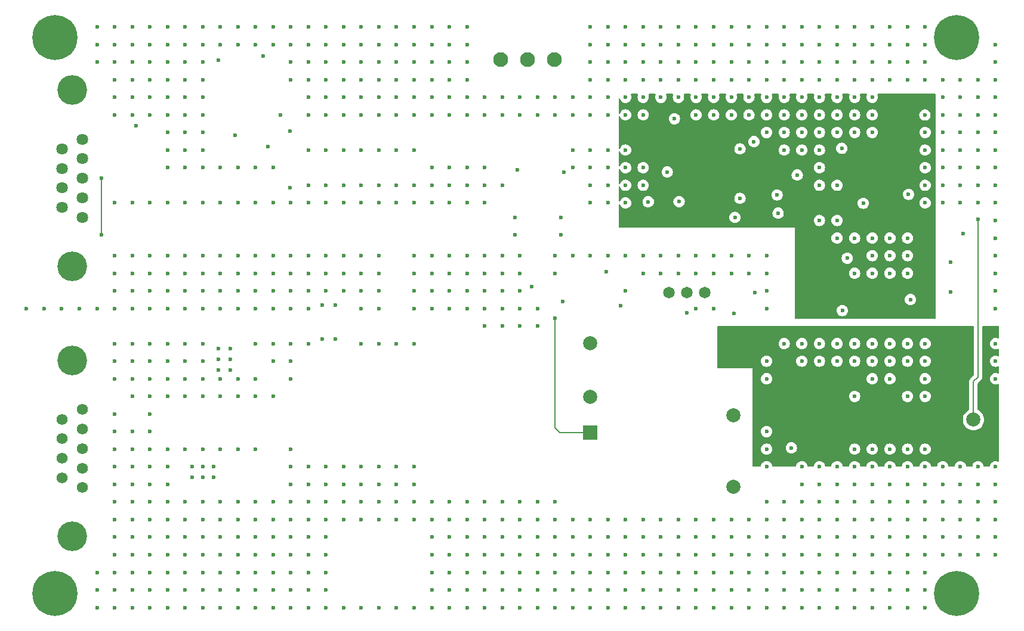
<source format=gbr>
%TF.GenerationSoftware,KiCad,Pcbnew,8.0.6*%
%TF.CreationDate,2025-05-19T10:35:06-04:00*%
%TF.ProjectId,CAEN_NEVIS_DAQ_12V,4341454e-5f4e-4455-9649-535f4441515f,rev?*%
%TF.SameCoordinates,Original*%
%TF.FileFunction,Copper,L4,Inr*%
%TF.FilePolarity,Positive*%
%FSLAX46Y46*%
G04 Gerber Fmt 4.6, Leading zero omitted, Abs format (unit mm)*
G04 Created by KiCad (PCBNEW 8.0.6) date 2025-05-19 10:35:06*
%MOMM*%
%LPD*%
G01*
G04 APERTURE LIST*
%TA.AperFunction,ComponentPad*%
%ADD10C,1.560000*%
%TD*%
%TA.AperFunction,ComponentPad*%
%ADD11C,4.216000*%
%TD*%
%TA.AperFunction,ComponentPad*%
%ADD12C,6.400000*%
%TD*%
%TA.AperFunction,ComponentPad*%
%ADD13C,1.650000*%
%TD*%
%TA.AperFunction,ComponentPad*%
%ADD14C,2.006600*%
%TD*%
%TA.AperFunction,ComponentPad*%
%ADD15C,2.209800*%
%TD*%
%TA.AperFunction,ComponentPad*%
%ADD16R,2.000000X2.000000*%
%TD*%
%TA.AperFunction,ComponentPad*%
%ADD17C,2.000000*%
%TD*%
%TA.AperFunction,ComponentPad*%
%ADD18C,1.635000*%
%TD*%
%TA.AperFunction,ComponentPad*%
%ADD19C,2.100000*%
%TD*%
%TA.AperFunction,ViaPad*%
%ADD20C,0.600000*%
%TD*%
%TA.AperFunction,Conductor*%
%ADD21C,0.200000*%
%TD*%
G04 APERTURE END LIST*
D10*
%TO.N,/V_SEC_RTN*%
%TO.C,J1*%
X82920000Y-96870000D03*
X82920000Y-99640000D03*
%TO.N,unconnected-(J1-Pad3)*%
X82920000Y-102410000D03*
%TO.N,/V_SEC_RTN*%
X82920000Y-105180000D03*
X82920000Y-107950000D03*
%TO.N,/V_SEC_IN*%
X80080000Y-98255000D03*
X80080000Y-101025000D03*
X80080000Y-103795000D03*
X80080000Y-106565000D03*
D11*
%TO.N,GNDPWR*%
X81500000Y-89910000D03*
X81500000Y-114910000D03*
%TD*%
D12*
%TO.N,GNDPWR*%
%TO.C,H4*%
X207000000Y-123000000D03*
%TD*%
D13*
%TO.N,Net-(J10-Pad1)*%
%TO.C,J10*%
X166190000Y-80240000D03*
%TO.N,Net-(U1-REMOTE)*%
X168730000Y-80240000D03*
%TO.N,Net-(J10-Pad3)*%
X171270000Y-80240000D03*
%TD*%
D14*
%TO.N,/P12V_OUT_*%
%TO.C,J4*%
X209360000Y-98310000D03*
D15*
%TO.N,/P12V_RTN*%
X211900000Y-95770000D03*
X206820000Y-95770000D03*
X206820000Y-100850000D03*
X211900000Y-100850000D03*
%TD*%
D12*
%TO.N,GNDPWR*%
%TO.C,H3*%
X79000000Y-123000000D03*
%TD*%
D16*
%TO.N,/Main_DCDC_Converter/V_SEC*%
%TO.C,U1*%
X154980000Y-100150000D03*
D17*
%TO.N,Net-(U1--VIN)*%
X154980000Y-95050000D03*
%TO.N,/P12V_OUT*%
X175280000Y-107850000D03*
%TO.N,/Main_DCDC_Converter/TRIM*%
X175280000Y-97650000D03*
%TO.N,/P12V_RTN*%
X175280000Y-87450000D03*
%TO.N,Net-(U1-REMOTE)*%
X154980000Y-87450000D03*
%TD*%
D12*
%TO.N,GNDPWR*%
%TO.C,H1*%
X79000000Y-44000000D03*
%TD*%
%TO.N,GNDPWR*%
%TO.C,H2*%
X207000000Y-44000000D03*
%TD*%
D18*
%TO.N,/TEMP_MON*%
%TO.C,J2*%
X82920000Y-69540000D03*
%TO.N,/V_TELEM_RTN*%
X82920000Y-66770000D03*
%TO.N,/P12V_I_MON*%
X82920000Y-64000000D03*
%TO.N,/V_TELEM_RTN*%
X82920000Y-61230000D03*
%TO.N,/ENABLE-*%
X82920000Y-58460000D03*
%TO.N,/V_TELEM_RTN*%
X80080000Y-68155000D03*
%TO.N,/P12V_V_MON*%
X80080000Y-65385000D03*
%TO.N,/V_TELEM_RTN*%
X80080000Y-62615000D03*
%TO.N,/ENABLE+*%
X80080000Y-59845000D03*
D11*
%TO.N,GNDPWR*%
X81500000Y-51500000D03*
X81500000Y-76500000D03*
%TD*%
D19*
%TO.N,/V_TELEM_IN*%
%TO.C,J3*%
X149890000Y-47150000D03*
%TO.N,/V_TELEM_RTN*%
X146080000Y-47150000D03*
%TO.N,/V_TELEM_IN*%
X142270000Y-47150000D03*
%TD*%
D20*
%TO.N,/Main_DCDC_Converter/V_SEC*%
X149990000Y-83870000D03*
X151120000Y-81490000D03*
%TO.N,/P12V_OUT*%
X183520000Y-102310000D03*
%TO.N,/P12V_RTN*%
X183540000Y-93140000D03*
%TO.N,/V_SEC_RTN*%
X195000000Y-105000000D03*
X125000000Y-105000000D03*
X112500000Y-122500000D03*
X145000000Y-112500000D03*
X197500000Y-102500000D03*
X200000000Y-90000000D03*
X95000000Y-87500000D03*
X135000000Y-120000000D03*
X202500000Y-117500000D03*
X97500000Y-102500000D03*
X102500000Y-120000000D03*
X165000000Y-120000000D03*
X97500000Y-90000000D03*
X137500000Y-115000000D03*
X167500000Y-125000000D03*
X132500000Y-80000000D03*
X180000000Y-75000000D03*
X97500000Y-95000000D03*
X197500000Y-112500000D03*
X95000000Y-115000000D03*
X180000000Y-90000000D03*
X170000000Y-117500000D03*
X100000000Y-102500000D03*
X177500000Y-115000000D03*
X117500000Y-110000000D03*
X197500000Y-107500000D03*
X95000000Y-105000000D03*
X172500000Y-77500000D03*
X142500000Y-115000000D03*
X90000000Y-122500000D03*
X207500000Y-117500000D03*
X135000000Y-80000000D03*
X95000000Y-125000000D03*
X200000000Y-112500000D03*
X112500000Y-110000000D03*
X200000000Y-87500000D03*
X95000000Y-102500000D03*
X87500000Y-97500000D03*
X132500000Y-82500000D03*
X130000000Y-107500000D03*
X135000000Y-117500000D03*
X200000000Y-120000000D03*
X98527500Y-105000000D03*
X160000000Y-122500000D03*
X90000000Y-105000000D03*
X110000000Y-90000000D03*
X182500000Y-87500000D03*
X118830000Y-86880000D03*
X127500000Y-105000000D03*
X105000000Y-125000000D03*
X147500000Y-117500000D03*
X170000000Y-120000000D03*
X155000000Y-122500000D03*
X182500000Y-112500000D03*
X97500000Y-117500000D03*
X87500000Y-102500000D03*
X185000000Y-115000000D03*
X180000000Y-110000000D03*
X202500000Y-110000000D03*
X117500000Y-122500000D03*
X142500000Y-85000000D03*
X87500000Y-112500000D03*
X207500000Y-115000000D03*
X190000000Y-110000000D03*
X180000000Y-80000000D03*
X205000000Y-107500000D03*
X202500000Y-125000000D03*
X120000000Y-112500000D03*
X200000000Y-95000000D03*
X212500000Y-107500000D03*
X192500000Y-115000000D03*
X185000000Y-105000000D03*
X92500000Y-105000000D03*
X185000000Y-90000000D03*
X90000000Y-125000000D03*
X165000000Y-115000000D03*
X107500000Y-87500000D03*
X112500000Y-107500000D03*
X175000000Y-112500000D03*
X197500000Y-125000000D03*
X170000000Y-75000000D03*
X170000000Y-115000000D03*
X175000000Y-117500000D03*
X115000000Y-112500000D03*
X165000000Y-77500000D03*
X95000000Y-110000000D03*
X212500000Y-110000000D03*
X177500000Y-77500000D03*
X120000000Y-107500000D03*
X140000000Y-115000000D03*
X160000000Y-112500000D03*
X195000000Y-92500000D03*
X202500000Y-112500000D03*
X107500000Y-102500000D03*
X210000000Y-105000000D03*
X190000000Y-120000000D03*
X107500000Y-95000000D03*
X147500000Y-110000000D03*
X140000000Y-122500000D03*
X127500000Y-125000000D03*
X115000000Y-122500000D03*
X190000000Y-125000000D03*
X87500000Y-110000000D03*
X210000000Y-110000000D03*
X147500000Y-125000000D03*
X137500000Y-120000000D03*
X112500000Y-125000000D03*
X103950000Y-91210000D03*
X135000000Y-82500000D03*
X112500000Y-112500000D03*
X105000000Y-92500000D03*
X195000000Y-90000000D03*
X195000000Y-102500000D03*
X102500000Y-125000000D03*
X132500000Y-122500000D03*
X90000000Y-90000000D03*
X145000000Y-77500000D03*
X95000000Y-120000000D03*
X145000000Y-120000000D03*
X85000000Y-120000000D03*
X132500000Y-117500000D03*
X105000000Y-112500000D03*
X150000000Y-77500000D03*
X140000000Y-80000000D03*
X92500000Y-117500000D03*
X110000000Y-120000000D03*
X142500000Y-112500000D03*
X180000000Y-92500000D03*
X150000000Y-125000000D03*
X180000000Y-77500000D03*
X107500000Y-122500000D03*
X107500000Y-110000000D03*
X190000000Y-107500000D03*
X137500000Y-122500000D03*
X200000000Y-117500000D03*
X142500000Y-117500000D03*
X192500000Y-95000000D03*
X197500000Y-117500000D03*
X117500000Y-117500000D03*
X155000000Y-115000000D03*
X145000000Y-75000000D03*
X207500000Y-105000000D03*
X150000000Y-75000000D03*
X92500000Y-102500000D03*
X152500000Y-125000000D03*
X152500000Y-120000000D03*
X182500000Y-110000000D03*
X140000000Y-85000000D03*
X115000000Y-115000000D03*
X172500000Y-122500000D03*
X95000000Y-112500000D03*
X145000000Y-85000000D03*
X120000000Y-105000000D03*
X102500000Y-102500000D03*
X100000000Y-90000000D03*
X87500000Y-115000000D03*
X177500000Y-125000000D03*
X103950000Y-89710000D03*
X135000000Y-112500000D03*
X192500000Y-87500000D03*
X172500000Y-115000000D03*
X95000000Y-90000000D03*
X192500000Y-120000000D03*
X102200000Y-88210000D03*
X192500000Y-122500000D03*
X175000000Y-122500000D03*
X195000000Y-125000000D03*
X100027500Y-106500000D03*
X147500000Y-122500000D03*
X190000000Y-115000000D03*
X87500000Y-90000000D03*
X105000000Y-110000000D03*
X147500000Y-82500000D03*
X145000000Y-110000000D03*
X100000000Y-112500000D03*
X115000000Y-105000000D03*
X142500000Y-125000000D03*
X105000000Y-117500000D03*
X122500000Y-107500000D03*
X142500000Y-122500000D03*
X197500000Y-90000000D03*
X122500000Y-110000000D03*
X187500000Y-105000000D03*
X145000000Y-125000000D03*
X162500000Y-75000000D03*
X117500000Y-105000000D03*
X210000000Y-112500000D03*
X205000000Y-105000000D03*
X182500000Y-122500000D03*
X185000000Y-112500000D03*
X95000000Y-117500000D03*
X210000000Y-115000000D03*
X170000000Y-77500000D03*
X147500000Y-112500000D03*
X150000000Y-120000000D03*
X202500000Y-102500000D03*
X165000000Y-117500000D03*
X87500000Y-105000000D03*
X142500000Y-75000000D03*
X117500000Y-125000000D03*
X101527500Y-105000000D03*
X110000000Y-110000000D03*
X147500000Y-120000000D03*
X92500000Y-107500000D03*
X187500000Y-120000000D03*
X212500000Y-105000000D03*
X110000000Y-87500000D03*
X180000000Y-102500000D03*
X170000000Y-122500000D03*
X102500000Y-110000000D03*
X187500000Y-125000000D03*
X92500000Y-92500000D03*
X187500000Y-117500000D03*
X135000000Y-122500000D03*
X105000000Y-95000000D03*
X180000000Y-117500000D03*
X125000000Y-110000000D03*
X100000000Y-120000000D03*
X115000000Y-107500000D03*
X175000000Y-120000000D03*
X90000000Y-92500000D03*
X130000000Y-77500000D03*
X85000000Y-122500000D03*
X202500000Y-92500000D03*
X167500000Y-112500000D03*
X177500000Y-75000000D03*
X182500000Y-117500000D03*
X97500000Y-125000000D03*
X95000000Y-92500000D03*
X112500000Y-115000000D03*
X182500000Y-115000000D03*
X192500000Y-117500000D03*
X140000000Y-112500000D03*
X90000000Y-120000000D03*
X197500000Y-87500000D03*
X130000000Y-87500000D03*
X137500000Y-125000000D03*
X192500000Y-90000000D03*
X192500000Y-107500000D03*
X160000000Y-120000000D03*
X140000000Y-125000000D03*
X160000000Y-80000000D03*
X87500000Y-122500000D03*
X87500000Y-117500000D03*
X92500000Y-97500000D03*
X140000000Y-117500000D03*
X147500000Y-85000000D03*
X192500000Y-105000000D03*
X102200000Y-89710000D03*
X155000000Y-120000000D03*
X202500000Y-120000000D03*
X100000000Y-110000000D03*
X87500000Y-92500000D03*
X167500000Y-75000000D03*
X187500000Y-110000000D03*
X105000000Y-120000000D03*
X127500000Y-110000000D03*
X152500000Y-115000000D03*
X172500000Y-125000000D03*
X132500000Y-110000000D03*
X97500000Y-110000000D03*
X175000000Y-115000000D03*
X100000000Y-125000000D03*
X212500000Y-90000000D03*
X92500000Y-112500000D03*
X92500000Y-100000000D03*
X200000000Y-110000000D03*
X140000000Y-120000000D03*
X97500000Y-87500000D03*
X152500000Y-122500000D03*
X115000000Y-110000000D03*
X177500000Y-117500000D03*
X87500000Y-87500000D03*
X87500000Y-120000000D03*
X122500000Y-125000000D03*
X122500000Y-105000000D03*
X112500000Y-90000000D03*
X167500000Y-77500000D03*
X185000000Y-110000000D03*
X180000000Y-112500000D03*
X125000000Y-112500000D03*
X170000000Y-112500000D03*
X160000000Y-125000000D03*
X157500000Y-117500000D03*
X155000000Y-75000000D03*
X192500000Y-125000000D03*
X175000000Y-75000000D03*
X185000000Y-107500000D03*
X172500000Y-117500000D03*
X160000000Y-75000000D03*
X90000000Y-102500000D03*
X127500000Y-112500000D03*
X210000000Y-107500000D03*
X130000000Y-112500000D03*
X162500000Y-125000000D03*
X157500000Y-75000000D03*
X155000000Y-117500000D03*
X200000000Y-107500000D03*
X100000000Y-117500000D03*
X165000000Y-112500000D03*
X182500000Y-125000000D03*
X122500000Y-112500000D03*
X102500000Y-122500000D03*
X142500000Y-77500000D03*
X137500000Y-117500000D03*
X125000000Y-87500000D03*
X90000000Y-117500000D03*
X205000000Y-112500000D03*
X101527500Y-106500000D03*
X170000000Y-82500000D03*
X140000000Y-77500000D03*
X165000000Y-75000000D03*
X172500000Y-75000000D03*
X110000000Y-95000000D03*
X190000000Y-122500000D03*
X92500000Y-110000000D03*
X152500000Y-75000000D03*
X202500000Y-115000000D03*
X202500000Y-90000000D03*
X92500000Y-125000000D03*
X115000000Y-87500000D03*
X157500000Y-125000000D03*
X159260000Y-82110000D03*
X160000000Y-115000000D03*
X98527500Y-106500000D03*
X167500000Y-122500000D03*
X207500000Y-112500000D03*
X107500000Y-120000000D03*
X180000000Y-120000000D03*
X132500000Y-115000000D03*
X130000000Y-125000000D03*
X127500000Y-107500000D03*
X122500000Y-87500000D03*
X185000000Y-117500000D03*
X100027500Y-105000000D03*
X202500000Y-87500000D03*
X135000000Y-110000000D03*
X190000000Y-90000000D03*
X187500000Y-112500000D03*
X117500000Y-115000000D03*
X180000000Y-115000000D03*
X165000000Y-122500000D03*
X87500000Y-100000000D03*
X155000000Y-112500000D03*
X100000000Y-95000000D03*
X190000000Y-105000000D03*
X145000000Y-117500000D03*
X105000000Y-115000000D03*
X125000000Y-107500000D03*
X192500000Y-112500000D03*
X195000000Y-112500000D03*
X177500000Y-120000000D03*
X197500000Y-105000000D03*
X175000000Y-125000000D03*
X142500000Y-120000000D03*
X92500000Y-87500000D03*
X130000000Y-105000000D03*
X97500000Y-122500000D03*
X172500000Y-112500000D03*
X117500000Y-120000000D03*
X150000000Y-112500000D03*
X212500000Y-117500000D03*
X97500000Y-112500000D03*
X155000000Y-125000000D03*
X132500000Y-120000000D03*
X152500000Y-112500000D03*
X135000000Y-75000000D03*
X195000000Y-115000000D03*
X157500000Y-122500000D03*
X132500000Y-125000000D03*
X100000000Y-87500000D03*
X110000000Y-112500000D03*
X180000000Y-122500000D03*
X95000000Y-107500000D03*
X110000000Y-122500000D03*
X102500000Y-117500000D03*
X190000000Y-87500000D03*
X157500000Y-112500000D03*
X195000000Y-87500000D03*
X110000000Y-117500000D03*
X172500000Y-120000000D03*
X112500000Y-117500000D03*
X115000000Y-120000000D03*
X170000000Y-125000000D03*
X185000000Y-122500000D03*
X102500000Y-112500000D03*
X200000000Y-102500000D03*
X197500000Y-120000000D03*
X145000000Y-80000000D03*
X187500000Y-90000000D03*
X102500000Y-115000000D03*
X172500000Y-82500000D03*
X103950000Y-88210000D03*
X100000000Y-115000000D03*
X140000000Y-110000000D03*
X190000000Y-112500000D03*
X180000000Y-105000000D03*
X87500000Y-107500000D03*
X130000000Y-110000000D03*
X200000000Y-115000000D03*
X97500000Y-120000000D03*
X107500000Y-92500000D03*
X117500000Y-112500000D03*
X137500000Y-110000000D03*
X205000000Y-110000000D03*
X112500000Y-105000000D03*
X200000000Y-125000000D03*
X107500000Y-112500000D03*
X100000000Y-122500000D03*
X117500000Y-107500000D03*
X162500000Y-112500000D03*
X160000000Y-117500000D03*
X135000000Y-115000000D03*
X95000000Y-122500000D03*
X205000000Y-117500000D03*
X195000000Y-107500000D03*
X102500000Y-92500000D03*
X190000000Y-117500000D03*
X212500000Y-112500000D03*
X145000000Y-122500000D03*
X210000000Y-117500000D03*
X175000000Y-77500000D03*
X197500000Y-110000000D03*
X146670000Y-79410000D03*
X127500000Y-87500000D03*
X102200000Y-91210000D03*
X212500000Y-87500000D03*
X97500000Y-92500000D03*
X110000000Y-125000000D03*
X92500000Y-120000000D03*
X187500000Y-115000000D03*
X92500000Y-95000000D03*
X145000000Y-115000000D03*
X202500000Y-107500000D03*
X200000000Y-122500000D03*
X202500000Y-95000000D03*
X90000000Y-107500000D03*
X116930000Y-86880000D03*
X197500000Y-92500000D03*
X162500000Y-117500000D03*
X112500000Y-102500000D03*
X105000000Y-102500000D03*
X207500000Y-110000000D03*
X150000000Y-110000000D03*
X90000000Y-112500000D03*
X137500000Y-82500000D03*
X142500000Y-110000000D03*
X177500000Y-122500000D03*
X162500000Y-77500000D03*
X112500000Y-87500000D03*
X157500000Y-115000000D03*
X212500000Y-115000000D03*
X137500000Y-80000000D03*
X205000000Y-115000000D03*
X137500000Y-112500000D03*
X130000000Y-82500000D03*
X132500000Y-112500000D03*
X92500000Y-90000000D03*
X212500000Y-92500000D03*
X130000000Y-75000000D03*
X180000000Y-82500000D03*
X107500000Y-125000000D03*
X90000000Y-95000000D03*
X90000000Y-115000000D03*
X112500000Y-92500000D03*
X195000000Y-120000000D03*
X182500000Y-120000000D03*
X150000000Y-115000000D03*
X162500000Y-120000000D03*
X185000000Y-120000000D03*
X135000000Y-125000000D03*
X202500000Y-122500000D03*
X107500000Y-117500000D03*
X97500000Y-115000000D03*
X197500000Y-115000000D03*
X130000000Y-80000000D03*
X115000000Y-125000000D03*
X100000000Y-92500000D03*
X120000000Y-110000000D03*
X142500000Y-80000000D03*
X115000000Y-117500000D03*
X162500000Y-122500000D03*
X125000000Y-125000000D03*
X90000000Y-87500000D03*
X120000000Y-125000000D03*
X207500000Y-107500000D03*
X187500000Y-87500000D03*
X180000000Y-125000000D03*
X145000000Y-82500000D03*
X110000000Y-115000000D03*
X180000000Y-100000000D03*
X167500000Y-120000000D03*
X132500000Y-75000000D03*
X192500000Y-102500000D03*
X165000000Y-125000000D03*
X140000000Y-82500000D03*
X195000000Y-110000000D03*
X92500000Y-122500000D03*
X92500000Y-115000000D03*
X90000000Y-100000000D03*
X112500000Y-120000000D03*
X137500000Y-75000000D03*
X150000000Y-122500000D03*
X187500000Y-122500000D03*
X187500000Y-107500000D03*
X135000000Y-77500000D03*
X90000000Y-110000000D03*
X162500000Y-115000000D03*
X185000000Y-87500000D03*
X197500000Y-122500000D03*
X107500000Y-115000000D03*
X195000000Y-117500000D03*
X137500000Y-77500000D03*
X102500000Y-95000000D03*
X105000000Y-122500000D03*
X178380000Y-80220000D03*
X167500000Y-117500000D03*
X167500000Y-115000000D03*
X87500000Y-125000000D03*
X185000000Y-125000000D03*
X202500000Y-105000000D03*
X140000000Y-75000000D03*
X150000000Y-117500000D03*
X147500000Y-115000000D03*
X157500000Y-120000000D03*
X177500000Y-112500000D03*
X132500000Y-77500000D03*
X200000000Y-105000000D03*
X85000000Y-125000000D03*
X152500000Y-117500000D03*
X142500000Y-82500000D03*
X192500000Y-110000000D03*
X95000000Y-95000000D03*
X195000000Y-122500000D03*
%TO.N,GNDPWR*%
X175355000Y-83250000D03*
%TO.N,/V_TELEM_RTN*%
X116930000Y-82030000D03*
X115000000Y-77500000D03*
X160000000Y-65000000D03*
X145000000Y-52500000D03*
X180000000Y-52500000D03*
X87500000Y-52500000D03*
X95000000Y-82500000D03*
X92500000Y-80000000D03*
X87500000Y-45000000D03*
X212500000Y-82500000D03*
X202500000Y-50000000D03*
X137500000Y-55000000D03*
X192500000Y-50000000D03*
X175000000Y-50000000D03*
X90000000Y-42500000D03*
X155000000Y-45000000D03*
X157500000Y-55000000D03*
X112500000Y-42500000D03*
X132500000Y-47500000D03*
X105000000Y-62500000D03*
X190000000Y-50000000D03*
X187500000Y-50000000D03*
X125000000Y-45000000D03*
X207500000Y-52500000D03*
X130000000Y-60000000D03*
X120000000Y-52500000D03*
X122500000Y-75000000D03*
X95000000Y-75000000D03*
X180000000Y-55000000D03*
X110000000Y-67500000D03*
X202500000Y-42500000D03*
X162500000Y-47500000D03*
X212500000Y-47500000D03*
X202471400Y-55012500D03*
X137500000Y-62500000D03*
X185000000Y-50000000D03*
X137500000Y-65000000D03*
X167500000Y-47500000D03*
X100000000Y-50000000D03*
X135000000Y-47500000D03*
X105000000Y-82500000D03*
X207500000Y-60000000D03*
X200000000Y-77500000D03*
X147500000Y-52500000D03*
X155000000Y-47500000D03*
X165906200Y-63115000D03*
X122500000Y-82500000D03*
X195000000Y-52500000D03*
X118840000Y-82040000D03*
X100000000Y-67500000D03*
X167500000Y-42500000D03*
X125000000Y-52500000D03*
X157500000Y-52500000D03*
X117500000Y-65000000D03*
X212500000Y-67500000D03*
X175000000Y-52500000D03*
X210000000Y-65000000D03*
X120000000Y-67500000D03*
X205000000Y-50000000D03*
X197500000Y-42500000D03*
X160000000Y-42500000D03*
X197500000Y-47500000D03*
X100000000Y-62500000D03*
X127500000Y-55000000D03*
X97500000Y-75000000D03*
X140000000Y-67500000D03*
X205000000Y-65000000D03*
X102500000Y-77500000D03*
X166926200Y-55545000D03*
X90000000Y-75000000D03*
X87500000Y-67500000D03*
X117500000Y-50000000D03*
X90000000Y-80000000D03*
X200420000Y-81240000D03*
X191450000Y-75370000D03*
X212500000Y-77500000D03*
X137500000Y-50000000D03*
X95000000Y-67500000D03*
X160000000Y-60000000D03*
X200000000Y-75000000D03*
X187500000Y-60000000D03*
X170000000Y-45000000D03*
X197500000Y-77500000D03*
X80000000Y-82500000D03*
X115000000Y-65000000D03*
X162500000Y-42500000D03*
X210000000Y-62500000D03*
X205000000Y-67500000D03*
X192500000Y-47500000D03*
X187500000Y-62500000D03*
X117500000Y-80000000D03*
X110000000Y-75000000D03*
X190000000Y-52500000D03*
X205000000Y-55000000D03*
X192500000Y-72500000D03*
X155000000Y-62500000D03*
X110000000Y-45000000D03*
X178210000Y-58800000D03*
X155000000Y-52500000D03*
X102500000Y-82500000D03*
X182500000Y-42500000D03*
X182500000Y-45000000D03*
X177500000Y-47500000D03*
X97500000Y-60000000D03*
X157500000Y-60000000D03*
X122500000Y-55000000D03*
X207500000Y-57500000D03*
X127500000Y-45000000D03*
X210000000Y-52500000D03*
X190000000Y-57500000D03*
X212500000Y-65000000D03*
X135000000Y-45000000D03*
X120000000Y-45000000D03*
X145000000Y-55000000D03*
X205000000Y-60000000D03*
X135000000Y-50000000D03*
X112500000Y-50000000D03*
X120000000Y-50000000D03*
X135000000Y-67500000D03*
X95000000Y-57500000D03*
X162500000Y-62500000D03*
X167500000Y-45000000D03*
X182500000Y-52500000D03*
X120000000Y-47500000D03*
X197500000Y-50000000D03*
X97500000Y-47500000D03*
X115000000Y-45000000D03*
X200000000Y-42500000D03*
X185000000Y-60000000D03*
X210000000Y-67500000D03*
X190000000Y-47500000D03*
X125000000Y-55000000D03*
X165000000Y-47500000D03*
X112500000Y-77500000D03*
X165000000Y-45000000D03*
X95000000Y-55000000D03*
X110000000Y-82500000D03*
X172500000Y-50000000D03*
X190000000Y-72500000D03*
X182500000Y-50000000D03*
X187500000Y-65000000D03*
X92500000Y-67500000D03*
X85000000Y-42500000D03*
X95000000Y-52500000D03*
X85000000Y-82500000D03*
X160000000Y-62500000D03*
X90000000Y-55000000D03*
X102500000Y-80000000D03*
X175000000Y-45000000D03*
X142500000Y-52500000D03*
X112500000Y-45000000D03*
X207500000Y-65000000D03*
X100000000Y-60000000D03*
X152500000Y-55000000D03*
X130000000Y-45000000D03*
X175000000Y-42500000D03*
X105000000Y-45000000D03*
X97500000Y-50000000D03*
X97500000Y-77500000D03*
X140000000Y-52500000D03*
X212500000Y-72500000D03*
X107500000Y-75000000D03*
X182500000Y-57500000D03*
X82500000Y-82500000D03*
X135000000Y-42500000D03*
X181490000Y-66370000D03*
X115000000Y-75000000D03*
X180000000Y-47500000D03*
X125000000Y-47500000D03*
X100000000Y-42500000D03*
X87500000Y-50000000D03*
X120000000Y-55000000D03*
X115000000Y-50000000D03*
X130000000Y-67500000D03*
X92500000Y-47500000D03*
X165000000Y-50000000D03*
X125000000Y-77500000D03*
X100000000Y-52500000D03*
X192500000Y-77500000D03*
X200000000Y-45000000D03*
X190000000Y-55000000D03*
X160000000Y-55000000D03*
X190750000Y-82800000D03*
X195000000Y-45000000D03*
X132500000Y-62500000D03*
X95000000Y-62500000D03*
X205000000Y-57500000D03*
X100000000Y-45000000D03*
X87500000Y-80000000D03*
X212500000Y-75000000D03*
X165000000Y-42500000D03*
X157500000Y-67500000D03*
X157500000Y-65000000D03*
X180000000Y-45000000D03*
X130000000Y-42500000D03*
X202500000Y-47500000D03*
X185000000Y-47500000D03*
X112500000Y-75000000D03*
X97500000Y-82500000D03*
X155000000Y-50000000D03*
X195000000Y-42500000D03*
X102500000Y-45000000D03*
X130000000Y-50000000D03*
X122500000Y-67500000D03*
X97500000Y-55000000D03*
X205000000Y-52500000D03*
X212500000Y-45000000D03*
X182500000Y-55000000D03*
X92500000Y-52500000D03*
X142500000Y-65000000D03*
X117500000Y-67500000D03*
X202500000Y-57500000D03*
X185000000Y-45000000D03*
X170000000Y-47500000D03*
X75000000Y-82500000D03*
X172500000Y-52500000D03*
X117500000Y-60000000D03*
X110000000Y-62500000D03*
X135000000Y-52500000D03*
X195000000Y-72500000D03*
X90000000Y-45000000D03*
X117500000Y-75000000D03*
X100000000Y-75000000D03*
X92500000Y-42500000D03*
X160000000Y-52500000D03*
X122500000Y-65000000D03*
X187500000Y-45000000D03*
X111068500Y-55000000D03*
X140000000Y-62500000D03*
X122500000Y-45000000D03*
X127500000Y-65000000D03*
X122500000Y-42500000D03*
X207500000Y-62500000D03*
X155000000Y-42500000D03*
X167500000Y-52500000D03*
X212500000Y-52500000D03*
X197500000Y-75000000D03*
X100000000Y-80000000D03*
X177500000Y-45000000D03*
X125000000Y-80000000D03*
X97500000Y-67500000D03*
X157500000Y-47500000D03*
X100000000Y-77500000D03*
X112500000Y-67500000D03*
X110000000Y-80000000D03*
X177500000Y-55000000D03*
X197500000Y-45000000D03*
X107500000Y-62500000D03*
X102500000Y-67500000D03*
X87500000Y-47500000D03*
X210000000Y-50000000D03*
X170000000Y-52500000D03*
X117500000Y-47500000D03*
X187500000Y-55000000D03*
X132500000Y-65000000D03*
X170000000Y-50000000D03*
X165000000Y-52500000D03*
X195000000Y-47500000D03*
X100000000Y-82500000D03*
X77500000Y-82500000D03*
X122500000Y-60000000D03*
X110000000Y-77500000D03*
X92500000Y-55000000D03*
X100000000Y-47500000D03*
X115000000Y-42500000D03*
X210000000Y-55000000D03*
X127500000Y-52500000D03*
X95000000Y-50000000D03*
X212500000Y-57500000D03*
X167500000Y-50000000D03*
X125000000Y-75000000D03*
X172500000Y-45000000D03*
X135000000Y-55000000D03*
X135000000Y-65000000D03*
X132500000Y-52500000D03*
X95000000Y-42500000D03*
X107500000Y-82500000D03*
X95000000Y-45000000D03*
X87500000Y-55000000D03*
X193731400Y-67562500D03*
X192500000Y-45000000D03*
X117500000Y-45000000D03*
X122500000Y-80000000D03*
X125000000Y-67500000D03*
X127500000Y-50000000D03*
X155000000Y-55000000D03*
X155000000Y-65000000D03*
X115000000Y-47500000D03*
X212500000Y-55000000D03*
X170000000Y-55000000D03*
X144620000Y-62840000D03*
X107500000Y-80000000D03*
X115000000Y-55000000D03*
X160000000Y-47500000D03*
X212500000Y-60000000D03*
X105000000Y-67500000D03*
X105000000Y-77500000D03*
X117500000Y-55000000D03*
X162500000Y-50000000D03*
X212500000Y-50000000D03*
X109220000Y-59540000D03*
X102500000Y-42500000D03*
X125000000Y-82500000D03*
X87500000Y-75000000D03*
X207500000Y-67500000D03*
X107500000Y-67500000D03*
X122500000Y-47500000D03*
X95000000Y-80000000D03*
X162500000Y-52500000D03*
X185000000Y-57500000D03*
X212500000Y-70000000D03*
X200000000Y-50000000D03*
X115000000Y-82500000D03*
X137500000Y-52500000D03*
X125000000Y-50000000D03*
X97500000Y-42500000D03*
X172500000Y-42500000D03*
X192500000Y-55000000D03*
X115000000Y-60000000D03*
X120000000Y-75000000D03*
X152500000Y-62500000D03*
X102500000Y-75000000D03*
X195000000Y-75000000D03*
X187500000Y-70000000D03*
X92500000Y-50000000D03*
X202500000Y-65000000D03*
X177500000Y-50000000D03*
X95000000Y-77500000D03*
X180000000Y-42500000D03*
X90000000Y-52500000D03*
X175000000Y-55000000D03*
X192500000Y-52500000D03*
X157500000Y-45000000D03*
X125000000Y-65000000D03*
X90000000Y-82500000D03*
X117500000Y-42500000D03*
X130000000Y-55000000D03*
X115000000Y-80000000D03*
X132500000Y-45000000D03*
X170000000Y-42500000D03*
X192500000Y-57500000D03*
X92500000Y-77500000D03*
X212500000Y-80000000D03*
X125000000Y-42500000D03*
X192500000Y-42500000D03*
X187500000Y-42500000D03*
X187500000Y-47500000D03*
X190671400Y-59752500D03*
X127500000Y-42500000D03*
X90000000Y-77500000D03*
X105000000Y-80000000D03*
X97500000Y-80000000D03*
X162500000Y-55000000D03*
X187500000Y-52500000D03*
X157500000Y-42500000D03*
X132500000Y-42500000D03*
X95000000Y-60000000D03*
X132500000Y-55000000D03*
X90550000Y-56500000D03*
X162500000Y-45000000D03*
X150000000Y-55000000D03*
X162500000Y-65000000D03*
X155000000Y-60000000D03*
X163210000Y-67340000D03*
X190000000Y-45000000D03*
X200000000Y-72500000D03*
X190000000Y-42500000D03*
X102500000Y-62500000D03*
X190000000Y-65000000D03*
X107500000Y-45000000D03*
X130000000Y-52500000D03*
X212500000Y-62500000D03*
X120000000Y-42500000D03*
X195000000Y-77500000D03*
X185000000Y-52500000D03*
X172500000Y-47500000D03*
X177500000Y-52500000D03*
X157500000Y-62500000D03*
X97500000Y-62500000D03*
X207500000Y-55000000D03*
X127500000Y-67500000D03*
X195000000Y-55000000D03*
X180000000Y-57500000D03*
X177500000Y-42500000D03*
X137500000Y-42500000D03*
X120000000Y-60000000D03*
X130000000Y-65000000D03*
X137500000Y-45000000D03*
X185000000Y-55000000D03*
X157500000Y-50000000D03*
X85000000Y-45000000D03*
X155000000Y-67500000D03*
X142500000Y-55000000D03*
X182500000Y-60000000D03*
X202500000Y-67500000D03*
X92500000Y-82500000D03*
X187500000Y-57500000D03*
X97500000Y-52500000D03*
X132500000Y-67500000D03*
X160000000Y-45000000D03*
X122500000Y-52500000D03*
X210000000Y-57500000D03*
X175510000Y-69570000D03*
X105000000Y-75000000D03*
X152500000Y-52500000D03*
X207500000Y-50000000D03*
X210000000Y-60000000D03*
X150000000Y-52500000D03*
X160000000Y-50000000D03*
X97500000Y-45000000D03*
X92500000Y-75000000D03*
X107500000Y-77500000D03*
X190000000Y-70000000D03*
X107500000Y-42500000D03*
X200000000Y-47500000D03*
X140000000Y-65000000D03*
X115000000Y-52500000D03*
X132500000Y-50000000D03*
X202500000Y-62500000D03*
X172500000Y-55000000D03*
X137500000Y-67500000D03*
X130000000Y-47500000D03*
X202500000Y-60000000D03*
X197500000Y-72500000D03*
X195000000Y-50000000D03*
X105000000Y-42500000D03*
X90000000Y-50000000D03*
X117500000Y-77500000D03*
X92500000Y-45000000D03*
X120000000Y-80000000D03*
X185000000Y-42500000D03*
X127500000Y-47500000D03*
X140000000Y-55000000D03*
X180000000Y-50000000D03*
X112500000Y-82500000D03*
X120000000Y-77500000D03*
X137500000Y-47500000D03*
X108598500Y-46660000D03*
X112500000Y-47500000D03*
X182500000Y-47500000D03*
X195000000Y-57500000D03*
X90000000Y-47500000D03*
X100000000Y-55000000D03*
X122500000Y-77500000D03*
X87500000Y-77500000D03*
X120000000Y-65000000D03*
X202500000Y-45000000D03*
X147500000Y-55000000D03*
X115000000Y-67500000D03*
X127500000Y-60000000D03*
X85000000Y-47500000D03*
X135000000Y-62500000D03*
X205000000Y-62500000D03*
X87500000Y-42500000D03*
X112500000Y-80000000D03*
X90000000Y-67500000D03*
X100000000Y-57500000D03*
X87500000Y-82500000D03*
X175000000Y-47500000D03*
X95000000Y-47500000D03*
X117500000Y-52500000D03*
X160000000Y-67500000D03*
X122500000Y-50000000D03*
X125000000Y-60000000D03*
X97500000Y-57500000D03*
X152500000Y-60000000D03*
X110000000Y-42500000D03*
%TO.N,/V_TELEM_IN*%
X151230000Y-63170000D03*
X207910000Y-71880000D03*
X102248500Y-47230000D03*
X200141400Y-66290000D03*
X181640000Y-68960000D03*
%TO.N,/Enable_Block/3p3V*%
X104588500Y-57910000D03*
%TO.N,/Telemetry_Schematic/3p3V*%
X197830000Y-56502500D03*
X190750000Y-79680000D03*
X175120000Y-58810000D03*
%TO.N,Net-(U6B-B_OUT)*%
X176230000Y-59830000D03*
X176230000Y-66850000D03*
%TO.N,/P12V_OUT_*%
X210000000Y-69810000D03*
X167590000Y-67330000D03*
%TO.N,Net-(J10-Pad1)*%
X157290000Y-77300000D03*
%TO.N,Net-(U1-REMOTE)*%
X168720000Y-83110000D03*
%TO.N,/P12V_I_MON*%
X150790000Y-72060000D03*
X85630000Y-64000000D03*
X144320000Y-72060000D03*
X85630000Y-72070000D03*
%TO.N,/P12V_V_MON*%
X112370000Y-65340000D03*
X112370000Y-57300000D03*
%TO.N,/Telemetry_Schematic/TEMP*%
X184354579Y-63542511D03*
%TO.N,/TEMP_MON*%
X150820000Y-69550000D03*
X144340000Y-69560000D03*
%TO.N,Net-(LED1-Pad2)*%
X206100000Y-75910000D03*
%TO.N,Net-(LED1-Pad1)*%
X206100000Y-80200000D03*
%TD*%
D21*
%TO.N,/Main_DCDC_Converter/V_SEC*%
X150640000Y-100150000D02*
X154980000Y-100150000D01*
X149990000Y-83870000D02*
X149990000Y-99500000D01*
X149990000Y-99500000D02*
X150640000Y-100150000D01*
%TO.N,/P12V_OUT_*%
X210000000Y-69810000D02*
X210000000Y-92240000D01*
X209360000Y-92880000D02*
X209360000Y-98310000D01*
X210000000Y-98287000D02*
X210043000Y-98330000D01*
X210000000Y-92240000D02*
X209360000Y-92880000D01*
%TO.N,/P12V_I_MON*%
X85630000Y-72070000D02*
X85630000Y-64000000D01*
%TD*%
%TA.AperFunction,Conductor*%
%TO.N,/Telemetry_Schematic/3p3V*%
G36*
X161719142Y-52019685D02*
G01*
X161764897Y-52072489D01*
X161774841Y-52141647D01*
X161769145Y-52164954D01*
X161714632Y-52320742D01*
X161714630Y-52320750D01*
X161694435Y-52499996D01*
X161694435Y-52500003D01*
X161714630Y-52679249D01*
X161714631Y-52679254D01*
X161774211Y-52849523D01*
X161870184Y-53002262D01*
X161997738Y-53129816D01*
X162150478Y-53225789D01*
X162320745Y-53285368D01*
X162320750Y-53285369D01*
X162499996Y-53305565D01*
X162500000Y-53305565D01*
X162500004Y-53305565D01*
X162679249Y-53285369D01*
X162679252Y-53285368D01*
X162679255Y-53285368D01*
X162849522Y-53225789D01*
X163002262Y-53129816D01*
X163129816Y-53002262D01*
X163225789Y-52849522D01*
X163285368Y-52679255D01*
X163305565Y-52500000D01*
X163285368Y-52320745D01*
X163285367Y-52320742D01*
X163230855Y-52164954D01*
X163227294Y-52095176D01*
X163262023Y-52034548D01*
X163324016Y-52002321D01*
X163347897Y-52000000D01*
X164152103Y-52000000D01*
X164219142Y-52019685D01*
X164264897Y-52072489D01*
X164274841Y-52141647D01*
X164269145Y-52164954D01*
X164214632Y-52320742D01*
X164214630Y-52320750D01*
X164194435Y-52499996D01*
X164194435Y-52500003D01*
X164214630Y-52679249D01*
X164214631Y-52679254D01*
X164274211Y-52849523D01*
X164370184Y-53002262D01*
X164497738Y-53129816D01*
X164650478Y-53225789D01*
X164820745Y-53285368D01*
X164820750Y-53285369D01*
X164999996Y-53305565D01*
X165000000Y-53305565D01*
X165000004Y-53305565D01*
X165179249Y-53285369D01*
X165179252Y-53285368D01*
X165179255Y-53285368D01*
X165349522Y-53225789D01*
X165502262Y-53129816D01*
X165629816Y-53002262D01*
X165725789Y-52849522D01*
X165785368Y-52679255D01*
X165805565Y-52500000D01*
X165785368Y-52320745D01*
X165785367Y-52320742D01*
X165730855Y-52164954D01*
X165727294Y-52095176D01*
X165762023Y-52034548D01*
X165824016Y-52002321D01*
X165847897Y-52000000D01*
X166652103Y-52000000D01*
X166719142Y-52019685D01*
X166764897Y-52072489D01*
X166774841Y-52141647D01*
X166769145Y-52164954D01*
X166714632Y-52320742D01*
X166714630Y-52320750D01*
X166694435Y-52499996D01*
X166694435Y-52500003D01*
X166714630Y-52679249D01*
X166714631Y-52679254D01*
X166774211Y-52849523D01*
X166870184Y-53002262D01*
X166997738Y-53129816D01*
X167150478Y-53225789D01*
X167320745Y-53285368D01*
X167320750Y-53285369D01*
X167499996Y-53305565D01*
X167500000Y-53305565D01*
X167500004Y-53305565D01*
X167679249Y-53285369D01*
X167679252Y-53285368D01*
X167679255Y-53285368D01*
X167849522Y-53225789D01*
X168002262Y-53129816D01*
X168129816Y-53002262D01*
X168225789Y-52849522D01*
X168285368Y-52679255D01*
X168305565Y-52500000D01*
X168285368Y-52320745D01*
X168285367Y-52320742D01*
X168230855Y-52164954D01*
X168227294Y-52095176D01*
X168262023Y-52034548D01*
X168324016Y-52002321D01*
X168347897Y-52000000D01*
X169152103Y-52000000D01*
X169219142Y-52019685D01*
X169264897Y-52072489D01*
X169274841Y-52141647D01*
X169269145Y-52164954D01*
X169214632Y-52320742D01*
X169214630Y-52320750D01*
X169194435Y-52499996D01*
X169194435Y-52500003D01*
X169214630Y-52679249D01*
X169214631Y-52679254D01*
X169274211Y-52849523D01*
X169370184Y-53002262D01*
X169497738Y-53129816D01*
X169650478Y-53225789D01*
X169820745Y-53285368D01*
X169820750Y-53285369D01*
X169999996Y-53305565D01*
X170000000Y-53305565D01*
X170000004Y-53305565D01*
X170179249Y-53285369D01*
X170179252Y-53285368D01*
X170179255Y-53285368D01*
X170349522Y-53225789D01*
X170502262Y-53129816D01*
X170629816Y-53002262D01*
X170725789Y-52849522D01*
X170785368Y-52679255D01*
X170805565Y-52500000D01*
X170785368Y-52320745D01*
X170785367Y-52320742D01*
X170730855Y-52164954D01*
X170727294Y-52095176D01*
X170762023Y-52034548D01*
X170824016Y-52002321D01*
X170847897Y-52000000D01*
X171652103Y-52000000D01*
X171719142Y-52019685D01*
X171764897Y-52072489D01*
X171774841Y-52141647D01*
X171769145Y-52164954D01*
X171714632Y-52320742D01*
X171714630Y-52320750D01*
X171694435Y-52499996D01*
X171694435Y-52500003D01*
X171714630Y-52679249D01*
X171714631Y-52679254D01*
X171774211Y-52849523D01*
X171870184Y-53002262D01*
X171997738Y-53129816D01*
X172150478Y-53225789D01*
X172320745Y-53285368D01*
X172320750Y-53285369D01*
X172499996Y-53305565D01*
X172500000Y-53305565D01*
X172500004Y-53305565D01*
X172679249Y-53285369D01*
X172679252Y-53285368D01*
X172679255Y-53285368D01*
X172849522Y-53225789D01*
X173002262Y-53129816D01*
X173129816Y-53002262D01*
X173225789Y-52849522D01*
X173285368Y-52679255D01*
X173305565Y-52500000D01*
X173285368Y-52320745D01*
X173285367Y-52320742D01*
X173230855Y-52164954D01*
X173227294Y-52095176D01*
X173262023Y-52034548D01*
X173324016Y-52002321D01*
X173347897Y-52000000D01*
X174152103Y-52000000D01*
X174219142Y-52019685D01*
X174264897Y-52072489D01*
X174274841Y-52141647D01*
X174269145Y-52164954D01*
X174214632Y-52320742D01*
X174214630Y-52320750D01*
X174194435Y-52499996D01*
X174194435Y-52500003D01*
X174214630Y-52679249D01*
X174214631Y-52679254D01*
X174274211Y-52849523D01*
X174370184Y-53002262D01*
X174497738Y-53129816D01*
X174650478Y-53225789D01*
X174820745Y-53285368D01*
X174820750Y-53285369D01*
X174999996Y-53305565D01*
X175000000Y-53305565D01*
X175000004Y-53305565D01*
X175179249Y-53285369D01*
X175179252Y-53285368D01*
X175179255Y-53285368D01*
X175349522Y-53225789D01*
X175502262Y-53129816D01*
X175629816Y-53002262D01*
X175725789Y-52849522D01*
X175785368Y-52679255D01*
X175805565Y-52500000D01*
X175785368Y-52320745D01*
X175785367Y-52320742D01*
X175730855Y-52164954D01*
X175727294Y-52095176D01*
X175762023Y-52034548D01*
X175824016Y-52002321D01*
X175847897Y-52000000D01*
X176652103Y-52000000D01*
X176719142Y-52019685D01*
X176764897Y-52072489D01*
X176774841Y-52141647D01*
X176769145Y-52164954D01*
X176714632Y-52320742D01*
X176714630Y-52320750D01*
X176694435Y-52499996D01*
X176694435Y-52500003D01*
X176714630Y-52679249D01*
X176714631Y-52679254D01*
X176774211Y-52849523D01*
X176870184Y-53002262D01*
X176997738Y-53129816D01*
X177150478Y-53225789D01*
X177320745Y-53285368D01*
X177320750Y-53285369D01*
X177499996Y-53305565D01*
X177500000Y-53305565D01*
X177500004Y-53305565D01*
X177679249Y-53285369D01*
X177679252Y-53285368D01*
X177679255Y-53285368D01*
X177849522Y-53225789D01*
X178002262Y-53129816D01*
X178129816Y-53002262D01*
X178225789Y-52849522D01*
X178285368Y-52679255D01*
X178305565Y-52500000D01*
X178285368Y-52320745D01*
X178285367Y-52320742D01*
X178230855Y-52164954D01*
X178227294Y-52095176D01*
X178262023Y-52034548D01*
X178324016Y-52002321D01*
X178347897Y-52000000D01*
X179152103Y-52000000D01*
X179219142Y-52019685D01*
X179264897Y-52072489D01*
X179274841Y-52141647D01*
X179269145Y-52164954D01*
X179214632Y-52320742D01*
X179214630Y-52320750D01*
X179194435Y-52499996D01*
X179194435Y-52500003D01*
X179214630Y-52679249D01*
X179214631Y-52679254D01*
X179274211Y-52849523D01*
X179370184Y-53002262D01*
X179497738Y-53129816D01*
X179650478Y-53225789D01*
X179820745Y-53285368D01*
X179820750Y-53285369D01*
X179999996Y-53305565D01*
X180000000Y-53305565D01*
X180000004Y-53305565D01*
X180179249Y-53285369D01*
X180179252Y-53285368D01*
X180179255Y-53285368D01*
X180349522Y-53225789D01*
X180502262Y-53129816D01*
X180629816Y-53002262D01*
X180725789Y-52849522D01*
X180785368Y-52679255D01*
X180805565Y-52500000D01*
X180785368Y-52320745D01*
X180785367Y-52320742D01*
X180730855Y-52164954D01*
X180727294Y-52095176D01*
X180762023Y-52034548D01*
X180824016Y-52002321D01*
X180847897Y-52000000D01*
X181652103Y-52000000D01*
X181719142Y-52019685D01*
X181764897Y-52072489D01*
X181774841Y-52141647D01*
X181769145Y-52164954D01*
X181714632Y-52320742D01*
X181714630Y-52320750D01*
X181694435Y-52499996D01*
X181694435Y-52500003D01*
X181714630Y-52679249D01*
X181714631Y-52679254D01*
X181774211Y-52849523D01*
X181870184Y-53002262D01*
X181997738Y-53129816D01*
X182150478Y-53225789D01*
X182320745Y-53285368D01*
X182320750Y-53285369D01*
X182499996Y-53305565D01*
X182500000Y-53305565D01*
X182500004Y-53305565D01*
X182679249Y-53285369D01*
X182679252Y-53285368D01*
X182679255Y-53285368D01*
X182849522Y-53225789D01*
X183002262Y-53129816D01*
X183129816Y-53002262D01*
X183225789Y-52849522D01*
X183285368Y-52679255D01*
X183305565Y-52500000D01*
X183285368Y-52320745D01*
X183285367Y-52320742D01*
X183230855Y-52164954D01*
X183227294Y-52095176D01*
X183262023Y-52034548D01*
X183324016Y-52002321D01*
X183347897Y-52000000D01*
X184152103Y-52000000D01*
X184219142Y-52019685D01*
X184264897Y-52072489D01*
X184274841Y-52141647D01*
X184269145Y-52164954D01*
X184214632Y-52320742D01*
X184214630Y-52320750D01*
X184194435Y-52499996D01*
X184194435Y-52500003D01*
X184214630Y-52679249D01*
X184214631Y-52679254D01*
X184274211Y-52849523D01*
X184370184Y-53002262D01*
X184497738Y-53129816D01*
X184650478Y-53225789D01*
X184820745Y-53285368D01*
X184820750Y-53285369D01*
X184999996Y-53305565D01*
X185000000Y-53305565D01*
X185000004Y-53305565D01*
X185179249Y-53285369D01*
X185179252Y-53285368D01*
X185179255Y-53285368D01*
X185349522Y-53225789D01*
X185502262Y-53129816D01*
X185629816Y-53002262D01*
X185725789Y-52849522D01*
X185785368Y-52679255D01*
X185805565Y-52500000D01*
X185785368Y-52320745D01*
X185785367Y-52320742D01*
X185730855Y-52164954D01*
X185727294Y-52095176D01*
X185762023Y-52034548D01*
X185824016Y-52002321D01*
X185847897Y-52000000D01*
X186652103Y-52000000D01*
X186719142Y-52019685D01*
X186764897Y-52072489D01*
X186774841Y-52141647D01*
X186769145Y-52164954D01*
X186714632Y-52320742D01*
X186714630Y-52320750D01*
X186694435Y-52499996D01*
X186694435Y-52500003D01*
X186714630Y-52679249D01*
X186714631Y-52679254D01*
X186774211Y-52849523D01*
X186870184Y-53002262D01*
X186997738Y-53129816D01*
X187150478Y-53225789D01*
X187320745Y-53285368D01*
X187320750Y-53285369D01*
X187499996Y-53305565D01*
X187500000Y-53305565D01*
X187500004Y-53305565D01*
X187679249Y-53285369D01*
X187679252Y-53285368D01*
X187679255Y-53285368D01*
X187849522Y-53225789D01*
X188002262Y-53129816D01*
X188129816Y-53002262D01*
X188225789Y-52849522D01*
X188285368Y-52679255D01*
X188305565Y-52500000D01*
X188285368Y-52320745D01*
X188285367Y-52320742D01*
X188230855Y-52164954D01*
X188227294Y-52095176D01*
X188262023Y-52034548D01*
X188324016Y-52002321D01*
X188347897Y-52000000D01*
X189152103Y-52000000D01*
X189219142Y-52019685D01*
X189264897Y-52072489D01*
X189274841Y-52141647D01*
X189269145Y-52164954D01*
X189214632Y-52320742D01*
X189214630Y-52320750D01*
X189194435Y-52499996D01*
X189194435Y-52500003D01*
X189214630Y-52679249D01*
X189214631Y-52679254D01*
X189274211Y-52849523D01*
X189370184Y-53002262D01*
X189497738Y-53129816D01*
X189650478Y-53225789D01*
X189820745Y-53285368D01*
X189820750Y-53285369D01*
X189999996Y-53305565D01*
X190000000Y-53305565D01*
X190000004Y-53305565D01*
X190179249Y-53285369D01*
X190179252Y-53285368D01*
X190179255Y-53285368D01*
X190349522Y-53225789D01*
X190502262Y-53129816D01*
X190629816Y-53002262D01*
X190725789Y-52849522D01*
X190785368Y-52679255D01*
X190805565Y-52500000D01*
X190785368Y-52320745D01*
X190785367Y-52320742D01*
X190730855Y-52164954D01*
X190727294Y-52095176D01*
X190762023Y-52034548D01*
X190824016Y-52002321D01*
X190847897Y-52000000D01*
X191652103Y-52000000D01*
X191719142Y-52019685D01*
X191764897Y-52072489D01*
X191774841Y-52141647D01*
X191769145Y-52164954D01*
X191714632Y-52320742D01*
X191714630Y-52320750D01*
X191694435Y-52499996D01*
X191694435Y-52500003D01*
X191714630Y-52679249D01*
X191714631Y-52679254D01*
X191774211Y-52849523D01*
X191870184Y-53002262D01*
X191997738Y-53129816D01*
X192150478Y-53225789D01*
X192320745Y-53285368D01*
X192320750Y-53285369D01*
X192499996Y-53305565D01*
X192500000Y-53305565D01*
X192500004Y-53305565D01*
X192679249Y-53285369D01*
X192679252Y-53285368D01*
X192679255Y-53285368D01*
X192849522Y-53225789D01*
X193002262Y-53129816D01*
X193129816Y-53002262D01*
X193225789Y-52849522D01*
X193285368Y-52679255D01*
X193305565Y-52500000D01*
X193285368Y-52320745D01*
X193285367Y-52320742D01*
X193230855Y-52164954D01*
X193227294Y-52095176D01*
X193262023Y-52034548D01*
X193324016Y-52002321D01*
X193347897Y-52000000D01*
X194152103Y-52000000D01*
X194219142Y-52019685D01*
X194264897Y-52072489D01*
X194274841Y-52141647D01*
X194269145Y-52164954D01*
X194214632Y-52320742D01*
X194214630Y-52320750D01*
X194194435Y-52499996D01*
X194194435Y-52500003D01*
X194214630Y-52679249D01*
X194214631Y-52679254D01*
X194274211Y-52849523D01*
X194370184Y-53002262D01*
X194497738Y-53129816D01*
X194650478Y-53225789D01*
X194820745Y-53285368D01*
X194820750Y-53285369D01*
X194999996Y-53305565D01*
X195000000Y-53305565D01*
X195000004Y-53305565D01*
X195179249Y-53285369D01*
X195179252Y-53285368D01*
X195179255Y-53285368D01*
X195349522Y-53225789D01*
X195502262Y-53129816D01*
X195629816Y-53002262D01*
X195725789Y-52849522D01*
X195785368Y-52679255D01*
X195805565Y-52500000D01*
X195785368Y-52320745D01*
X195785367Y-52320742D01*
X195730855Y-52164954D01*
X195727294Y-52095176D01*
X195762023Y-52034548D01*
X195824016Y-52002321D01*
X195847897Y-52000000D01*
X203876000Y-52000000D01*
X203943039Y-52019685D01*
X203988794Y-52072489D01*
X204000000Y-52124000D01*
X204000000Y-83876000D01*
X203980315Y-83943039D01*
X203927511Y-83988794D01*
X203876000Y-84000000D01*
X184124000Y-84000000D01*
X184056961Y-83980315D01*
X184011206Y-83927511D01*
X184000000Y-83876000D01*
X184000000Y-82799996D01*
X189944435Y-82799996D01*
X189944435Y-82800003D01*
X189964630Y-82979249D01*
X189964631Y-82979254D01*
X190024211Y-83149523D01*
X190109569Y-83285368D01*
X190120184Y-83302262D01*
X190247738Y-83429816D01*
X190400478Y-83525789D01*
X190570745Y-83585368D01*
X190570750Y-83585369D01*
X190749996Y-83605565D01*
X190750000Y-83605565D01*
X190750004Y-83605565D01*
X190929249Y-83585369D01*
X190929252Y-83585368D01*
X190929255Y-83585368D01*
X191099522Y-83525789D01*
X191252262Y-83429816D01*
X191379816Y-83302262D01*
X191475789Y-83149522D01*
X191535368Y-82979255D01*
X191544820Y-82895368D01*
X191555565Y-82800003D01*
X191555565Y-82799996D01*
X191535369Y-82620750D01*
X191535368Y-82620745D01*
X191493117Y-82500000D01*
X191475789Y-82450478D01*
X191379816Y-82297738D01*
X191252262Y-82170184D01*
X191156480Y-82110000D01*
X191099523Y-82074211D01*
X190929254Y-82014631D01*
X190929249Y-82014630D01*
X190750004Y-81994435D01*
X190749996Y-81994435D01*
X190570750Y-82014630D01*
X190570745Y-82014631D01*
X190400476Y-82074211D01*
X190247737Y-82170184D01*
X190120184Y-82297737D01*
X190024211Y-82450476D01*
X189964631Y-82620745D01*
X189964630Y-82620750D01*
X189944435Y-82799996D01*
X184000000Y-82799996D01*
X184000000Y-81239996D01*
X199614435Y-81239996D01*
X199614435Y-81240003D01*
X199634630Y-81419249D01*
X199634631Y-81419254D01*
X199694211Y-81589523D01*
X199760132Y-81694435D01*
X199790184Y-81742262D01*
X199917738Y-81869816D01*
X200070478Y-81965789D01*
X200210063Y-82014632D01*
X200240745Y-82025368D01*
X200240750Y-82025369D01*
X200419996Y-82045565D01*
X200420000Y-82045565D01*
X200420004Y-82045565D01*
X200599249Y-82025369D01*
X200599252Y-82025368D01*
X200599255Y-82025368D01*
X200769522Y-81965789D01*
X200922262Y-81869816D01*
X201049816Y-81742262D01*
X201145789Y-81589522D01*
X201205368Y-81419255D01*
X201208405Y-81392301D01*
X201225565Y-81240003D01*
X201225565Y-81239996D01*
X201205369Y-81060750D01*
X201205368Y-81060745D01*
X201145788Y-80890476D01*
X201106582Y-80828080D01*
X201049816Y-80737738D01*
X200922262Y-80610184D01*
X200857549Y-80569522D01*
X200769523Y-80514211D01*
X200599254Y-80454631D01*
X200599249Y-80454630D01*
X200420004Y-80434435D01*
X200419996Y-80434435D01*
X200240750Y-80454630D01*
X200240745Y-80454631D01*
X200070476Y-80514211D01*
X199917737Y-80610184D01*
X199790184Y-80737737D01*
X199694211Y-80890476D01*
X199634631Y-81060745D01*
X199634630Y-81060750D01*
X199614435Y-81239996D01*
X184000000Y-81239996D01*
X184000000Y-77499996D01*
X191694435Y-77499996D01*
X191694435Y-77500003D01*
X191714630Y-77679249D01*
X191714631Y-77679254D01*
X191774211Y-77849523D01*
X191870184Y-78002262D01*
X191997738Y-78129816D01*
X192150478Y-78225789D01*
X192320745Y-78285368D01*
X192320750Y-78285369D01*
X192499996Y-78305565D01*
X192500000Y-78305565D01*
X192500004Y-78305565D01*
X192679249Y-78285369D01*
X192679252Y-78285368D01*
X192679255Y-78285368D01*
X192849522Y-78225789D01*
X193002262Y-78129816D01*
X193129816Y-78002262D01*
X193225789Y-77849522D01*
X193285368Y-77679255D01*
X193305565Y-77500000D01*
X193305565Y-77499996D01*
X194194435Y-77499996D01*
X194194435Y-77500003D01*
X194214630Y-77679249D01*
X194214631Y-77679254D01*
X194274211Y-77849523D01*
X194370184Y-78002262D01*
X194497738Y-78129816D01*
X194650478Y-78225789D01*
X194820745Y-78285368D01*
X194820750Y-78285369D01*
X194999996Y-78305565D01*
X195000000Y-78305565D01*
X195000004Y-78305565D01*
X195179249Y-78285369D01*
X195179252Y-78285368D01*
X195179255Y-78285368D01*
X195349522Y-78225789D01*
X195502262Y-78129816D01*
X195629816Y-78002262D01*
X195725789Y-77849522D01*
X195785368Y-77679255D01*
X195805565Y-77500000D01*
X195805565Y-77499996D01*
X196694435Y-77499996D01*
X196694435Y-77500003D01*
X196714630Y-77679249D01*
X196714631Y-77679254D01*
X196774211Y-77849523D01*
X196870184Y-78002262D01*
X196997738Y-78129816D01*
X197150478Y-78225789D01*
X197320745Y-78285368D01*
X197320750Y-78285369D01*
X197499996Y-78305565D01*
X197500000Y-78305565D01*
X197500004Y-78305565D01*
X197679249Y-78285369D01*
X197679252Y-78285368D01*
X197679255Y-78285368D01*
X197849522Y-78225789D01*
X198002262Y-78129816D01*
X198129816Y-78002262D01*
X198225789Y-77849522D01*
X198285368Y-77679255D01*
X198305565Y-77500000D01*
X198305565Y-77499996D01*
X199194435Y-77499996D01*
X199194435Y-77500003D01*
X199214630Y-77679249D01*
X199214631Y-77679254D01*
X199274211Y-77849523D01*
X199370184Y-78002262D01*
X199497738Y-78129816D01*
X199650478Y-78225789D01*
X199820745Y-78285368D01*
X199820750Y-78285369D01*
X199999996Y-78305565D01*
X200000000Y-78305565D01*
X200000004Y-78305565D01*
X200179249Y-78285369D01*
X200179252Y-78285368D01*
X200179255Y-78285368D01*
X200349522Y-78225789D01*
X200502262Y-78129816D01*
X200629816Y-78002262D01*
X200725789Y-77849522D01*
X200785368Y-77679255D01*
X200805565Y-77500000D01*
X200785368Y-77320745D01*
X200725789Y-77150478D01*
X200629816Y-76997738D01*
X200502262Y-76870184D01*
X200349523Y-76774211D01*
X200179254Y-76714631D01*
X200179249Y-76714630D01*
X200000004Y-76694435D01*
X199999996Y-76694435D01*
X199820750Y-76714630D01*
X199820745Y-76714631D01*
X199650476Y-76774211D01*
X199497737Y-76870184D01*
X199370184Y-76997737D01*
X199274211Y-77150476D01*
X199214631Y-77320745D01*
X199214630Y-77320750D01*
X199194435Y-77499996D01*
X198305565Y-77499996D01*
X198285368Y-77320745D01*
X198225789Y-77150478D01*
X198129816Y-76997738D01*
X198002262Y-76870184D01*
X197849523Y-76774211D01*
X197679254Y-76714631D01*
X197679249Y-76714630D01*
X197500004Y-76694435D01*
X197499996Y-76694435D01*
X197320750Y-76714630D01*
X197320745Y-76714631D01*
X197150476Y-76774211D01*
X196997737Y-76870184D01*
X196870184Y-76997737D01*
X196774211Y-77150476D01*
X196714631Y-77320745D01*
X196714630Y-77320750D01*
X196694435Y-77499996D01*
X195805565Y-77499996D01*
X195785368Y-77320745D01*
X195725789Y-77150478D01*
X195629816Y-76997738D01*
X195502262Y-76870184D01*
X195349523Y-76774211D01*
X195179254Y-76714631D01*
X195179249Y-76714630D01*
X195000004Y-76694435D01*
X194999996Y-76694435D01*
X194820750Y-76714630D01*
X194820745Y-76714631D01*
X194650476Y-76774211D01*
X194497737Y-76870184D01*
X194370184Y-76997737D01*
X194274211Y-77150476D01*
X194214631Y-77320745D01*
X194214630Y-77320750D01*
X194194435Y-77499996D01*
X193305565Y-77499996D01*
X193285368Y-77320745D01*
X193225789Y-77150478D01*
X193129816Y-76997738D01*
X193002262Y-76870184D01*
X192849523Y-76774211D01*
X192679254Y-76714631D01*
X192679249Y-76714630D01*
X192500004Y-76694435D01*
X192499996Y-76694435D01*
X192320750Y-76714630D01*
X192320745Y-76714631D01*
X192150476Y-76774211D01*
X191997737Y-76870184D01*
X191870184Y-76997737D01*
X191774211Y-77150476D01*
X191714631Y-77320745D01*
X191714630Y-77320750D01*
X191694435Y-77499996D01*
X184000000Y-77499996D01*
X184000000Y-75369996D01*
X190644435Y-75369996D01*
X190644435Y-75370003D01*
X190664630Y-75549249D01*
X190664631Y-75549254D01*
X190724211Y-75719523D01*
X190765585Y-75785369D01*
X190820184Y-75872262D01*
X190947738Y-75999816D01*
X191100478Y-76095789D01*
X191270745Y-76155368D01*
X191270750Y-76155369D01*
X191449996Y-76175565D01*
X191450000Y-76175565D01*
X191450004Y-76175565D01*
X191629249Y-76155369D01*
X191629252Y-76155368D01*
X191629255Y-76155368D01*
X191799522Y-76095789D01*
X191952262Y-75999816D01*
X192079816Y-75872262D01*
X192175789Y-75719522D01*
X192235368Y-75549255D01*
X192255565Y-75370000D01*
X192235368Y-75190745D01*
X192175789Y-75020478D01*
X192162919Y-74999996D01*
X194194435Y-74999996D01*
X194194435Y-75000003D01*
X194214630Y-75179249D01*
X194214631Y-75179254D01*
X194274211Y-75349523D01*
X194287078Y-75370000D01*
X194370184Y-75502262D01*
X194497738Y-75629816D01*
X194588080Y-75686582D01*
X194640505Y-75719523D01*
X194650478Y-75725789D01*
X194820745Y-75785368D01*
X194820750Y-75785369D01*
X194999996Y-75805565D01*
X195000000Y-75805565D01*
X195000004Y-75805565D01*
X195179249Y-75785369D01*
X195179252Y-75785368D01*
X195179255Y-75785368D01*
X195349522Y-75725789D01*
X195502262Y-75629816D01*
X195629816Y-75502262D01*
X195725789Y-75349522D01*
X195785368Y-75179255D01*
X195805565Y-75000000D01*
X195805565Y-74999996D01*
X196694435Y-74999996D01*
X196694435Y-75000003D01*
X196714630Y-75179249D01*
X196714631Y-75179254D01*
X196774211Y-75349523D01*
X196787078Y-75370000D01*
X196870184Y-75502262D01*
X196997738Y-75629816D01*
X197088080Y-75686582D01*
X197140505Y-75719523D01*
X197150478Y-75725789D01*
X197320745Y-75785368D01*
X197320750Y-75785369D01*
X197499996Y-75805565D01*
X197500000Y-75805565D01*
X197500004Y-75805565D01*
X197679249Y-75785369D01*
X197679252Y-75785368D01*
X197679255Y-75785368D01*
X197849522Y-75725789D01*
X198002262Y-75629816D01*
X198129816Y-75502262D01*
X198225789Y-75349522D01*
X198285368Y-75179255D01*
X198305565Y-75000000D01*
X198305565Y-74999996D01*
X199194435Y-74999996D01*
X199194435Y-75000003D01*
X199214630Y-75179249D01*
X199214631Y-75179254D01*
X199274211Y-75349523D01*
X199287078Y-75370000D01*
X199370184Y-75502262D01*
X199497738Y-75629816D01*
X199588080Y-75686582D01*
X199640505Y-75719523D01*
X199650478Y-75725789D01*
X199820745Y-75785368D01*
X199820750Y-75785369D01*
X199999996Y-75805565D01*
X200000000Y-75805565D01*
X200000004Y-75805565D01*
X200179249Y-75785369D01*
X200179252Y-75785368D01*
X200179255Y-75785368D01*
X200349522Y-75725789D01*
X200502262Y-75629816D01*
X200629816Y-75502262D01*
X200725789Y-75349522D01*
X200785368Y-75179255D01*
X200805565Y-75000000D01*
X200785368Y-74820745D01*
X200725789Y-74650478D01*
X200629816Y-74497738D01*
X200502262Y-74370184D01*
X200349523Y-74274211D01*
X200179254Y-74214631D01*
X200179249Y-74214630D01*
X200000004Y-74194435D01*
X199999996Y-74194435D01*
X199820750Y-74214630D01*
X199820745Y-74214631D01*
X199650476Y-74274211D01*
X199497737Y-74370184D01*
X199370184Y-74497737D01*
X199274211Y-74650476D01*
X199214631Y-74820745D01*
X199214630Y-74820750D01*
X199194435Y-74999996D01*
X198305565Y-74999996D01*
X198285368Y-74820745D01*
X198225789Y-74650478D01*
X198129816Y-74497738D01*
X198002262Y-74370184D01*
X197849523Y-74274211D01*
X197679254Y-74214631D01*
X197679249Y-74214630D01*
X197500004Y-74194435D01*
X197499996Y-74194435D01*
X197320750Y-74214630D01*
X197320745Y-74214631D01*
X197150476Y-74274211D01*
X196997737Y-74370184D01*
X196870184Y-74497737D01*
X196774211Y-74650476D01*
X196714631Y-74820745D01*
X196714630Y-74820750D01*
X196694435Y-74999996D01*
X195805565Y-74999996D01*
X195785368Y-74820745D01*
X195725789Y-74650478D01*
X195629816Y-74497738D01*
X195502262Y-74370184D01*
X195349523Y-74274211D01*
X195179254Y-74214631D01*
X195179249Y-74214630D01*
X195000004Y-74194435D01*
X194999996Y-74194435D01*
X194820750Y-74214630D01*
X194820745Y-74214631D01*
X194650476Y-74274211D01*
X194497737Y-74370184D01*
X194370184Y-74497737D01*
X194274211Y-74650476D01*
X194214631Y-74820745D01*
X194214630Y-74820750D01*
X194194435Y-74999996D01*
X192162919Y-74999996D01*
X192079816Y-74867738D01*
X191952262Y-74740184D01*
X191799523Y-74644211D01*
X191629254Y-74584631D01*
X191629249Y-74584630D01*
X191450004Y-74564435D01*
X191449996Y-74564435D01*
X191270750Y-74584630D01*
X191270745Y-74584631D01*
X191100476Y-74644211D01*
X190947737Y-74740184D01*
X190820184Y-74867737D01*
X190724211Y-75020476D01*
X190664631Y-75190745D01*
X190664630Y-75190750D01*
X190644435Y-75369996D01*
X184000000Y-75369996D01*
X184000000Y-72499996D01*
X189194435Y-72499996D01*
X189194435Y-72500003D01*
X189214630Y-72679249D01*
X189214631Y-72679254D01*
X189274211Y-72849523D01*
X189370184Y-73002262D01*
X189497738Y-73129816D01*
X189650478Y-73225789D01*
X189820745Y-73285368D01*
X189820750Y-73285369D01*
X189999996Y-73305565D01*
X190000000Y-73305565D01*
X190000004Y-73305565D01*
X190179249Y-73285369D01*
X190179252Y-73285368D01*
X190179255Y-73285368D01*
X190349522Y-73225789D01*
X190502262Y-73129816D01*
X190629816Y-73002262D01*
X190725789Y-72849522D01*
X190785368Y-72679255D01*
X190805565Y-72500000D01*
X190805565Y-72499996D01*
X191694435Y-72499996D01*
X191694435Y-72500003D01*
X191714630Y-72679249D01*
X191714631Y-72679254D01*
X191774211Y-72849523D01*
X191870184Y-73002262D01*
X191997738Y-73129816D01*
X192150478Y-73225789D01*
X192320745Y-73285368D01*
X192320750Y-73285369D01*
X192499996Y-73305565D01*
X192500000Y-73305565D01*
X192500004Y-73305565D01*
X192679249Y-73285369D01*
X192679252Y-73285368D01*
X192679255Y-73285368D01*
X192849522Y-73225789D01*
X193002262Y-73129816D01*
X193129816Y-73002262D01*
X193225789Y-72849522D01*
X193285368Y-72679255D01*
X193305565Y-72500000D01*
X193305565Y-72499996D01*
X194194435Y-72499996D01*
X194194435Y-72500003D01*
X194214630Y-72679249D01*
X194214631Y-72679254D01*
X194274211Y-72849523D01*
X194370184Y-73002262D01*
X194497738Y-73129816D01*
X194650478Y-73225789D01*
X194820745Y-73285368D01*
X194820750Y-73285369D01*
X194999996Y-73305565D01*
X195000000Y-73305565D01*
X195000004Y-73305565D01*
X195179249Y-73285369D01*
X195179252Y-73285368D01*
X195179255Y-73285368D01*
X195349522Y-73225789D01*
X195502262Y-73129816D01*
X195629816Y-73002262D01*
X195725789Y-72849522D01*
X195785368Y-72679255D01*
X195805565Y-72500000D01*
X195805565Y-72499996D01*
X196694435Y-72499996D01*
X196694435Y-72500003D01*
X196714630Y-72679249D01*
X196714631Y-72679254D01*
X196774211Y-72849523D01*
X196870184Y-73002262D01*
X196997738Y-73129816D01*
X197150478Y-73225789D01*
X197320745Y-73285368D01*
X197320750Y-73285369D01*
X197499996Y-73305565D01*
X197500000Y-73305565D01*
X197500004Y-73305565D01*
X197679249Y-73285369D01*
X197679252Y-73285368D01*
X197679255Y-73285368D01*
X197849522Y-73225789D01*
X198002262Y-73129816D01*
X198129816Y-73002262D01*
X198225789Y-72849522D01*
X198285368Y-72679255D01*
X198305565Y-72500000D01*
X198305565Y-72499996D01*
X199194435Y-72499996D01*
X199194435Y-72500003D01*
X199214630Y-72679249D01*
X199214631Y-72679254D01*
X199274211Y-72849523D01*
X199370184Y-73002262D01*
X199497738Y-73129816D01*
X199650478Y-73225789D01*
X199820745Y-73285368D01*
X199820750Y-73285369D01*
X199999996Y-73305565D01*
X200000000Y-73305565D01*
X200000004Y-73305565D01*
X200179249Y-73285369D01*
X200179252Y-73285368D01*
X200179255Y-73285368D01*
X200349522Y-73225789D01*
X200502262Y-73129816D01*
X200629816Y-73002262D01*
X200725789Y-72849522D01*
X200785368Y-72679255D01*
X200805565Y-72500000D01*
X200785368Y-72320745D01*
X200725789Y-72150478D01*
X200629816Y-71997738D01*
X200502262Y-71870184D01*
X200349523Y-71774211D01*
X200179254Y-71714631D01*
X200179249Y-71714630D01*
X200000004Y-71694435D01*
X199999996Y-71694435D01*
X199820750Y-71714630D01*
X199820745Y-71714631D01*
X199650476Y-71774211D01*
X199497737Y-71870184D01*
X199370184Y-71997737D01*
X199274211Y-72150476D01*
X199214631Y-72320745D01*
X199214630Y-72320750D01*
X199194435Y-72499996D01*
X198305565Y-72499996D01*
X198285368Y-72320745D01*
X198225789Y-72150478D01*
X198129816Y-71997738D01*
X198002262Y-71870184D01*
X197849523Y-71774211D01*
X197679254Y-71714631D01*
X197679249Y-71714630D01*
X197500004Y-71694435D01*
X197499996Y-71694435D01*
X197320750Y-71714630D01*
X197320745Y-71714631D01*
X197150476Y-71774211D01*
X196997737Y-71870184D01*
X196870184Y-71997737D01*
X196774211Y-72150476D01*
X196714631Y-72320745D01*
X196714630Y-72320750D01*
X196694435Y-72499996D01*
X195805565Y-72499996D01*
X195785368Y-72320745D01*
X195725789Y-72150478D01*
X195629816Y-71997738D01*
X195502262Y-71870184D01*
X195349523Y-71774211D01*
X195179254Y-71714631D01*
X195179249Y-71714630D01*
X195000004Y-71694435D01*
X194999996Y-71694435D01*
X194820750Y-71714630D01*
X194820745Y-71714631D01*
X194650476Y-71774211D01*
X194497737Y-71870184D01*
X194370184Y-71997737D01*
X194274211Y-72150476D01*
X194214631Y-72320745D01*
X194214630Y-72320750D01*
X194194435Y-72499996D01*
X193305565Y-72499996D01*
X193285368Y-72320745D01*
X193225789Y-72150478D01*
X193129816Y-71997738D01*
X193002262Y-71870184D01*
X192849523Y-71774211D01*
X192679254Y-71714631D01*
X192679249Y-71714630D01*
X192500004Y-71694435D01*
X192499996Y-71694435D01*
X192320750Y-71714630D01*
X192320745Y-71714631D01*
X192150476Y-71774211D01*
X191997737Y-71870184D01*
X191870184Y-71997737D01*
X191774211Y-72150476D01*
X191714631Y-72320745D01*
X191714630Y-72320750D01*
X191694435Y-72499996D01*
X190805565Y-72499996D01*
X190785368Y-72320745D01*
X190725789Y-72150478D01*
X190629816Y-71997738D01*
X190502262Y-71870184D01*
X190349523Y-71774211D01*
X190179254Y-71714631D01*
X190179249Y-71714630D01*
X190000004Y-71694435D01*
X189999996Y-71694435D01*
X189820750Y-71714630D01*
X189820745Y-71714631D01*
X189650476Y-71774211D01*
X189497737Y-71870184D01*
X189370184Y-71997737D01*
X189274211Y-72150476D01*
X189214631Y-72320745D01*
X189214630Y-72320750D01*
X189194435Y-72499996D01*
X184000000Y-72499996D01*
X184000000Y-71000000D01*
X159124000Y-71000000D01*
X159056961Y-70980315D01*
X159011206Y-70927511D01*
X159000000Y-70876000D01*
X159000000Y-69569996D01*
X174704435Y-69569996D01*
X174704435Y-69570003D01*
X174724630Y-69749249D01*
X174724631Y-69749254D01*
X174784211Y-69919523D01*
X174880184Y-70072262D01*
X175007738Y-70199816D01*
X175160478Y-70295789D01*
X175314038Y-70349522D01*
X175330745Y-70355368D01*
X175330750Y-70355369D01*
X175509996Y-70375565D01*
X175510000Y-70375565D01*
X175510004Y-70375565D01*
X175689249Y-70355369D01*
X175689252Y-70355368D01*
X175689255Y-70355368D01*
X175859522Y-70295789D01*
X176012262Y-70199816D01*
X176139816Y-70072262D01*
X176185224Y-69999996D01*
X186694435Y-69999996D01*
X186694435Y-70000003D01*
X186714630Y-70179249D01*
X186714631Y-70179254D01*
X186774211Y-70349523D01*
X186870184Y-70502262D01*
X186997738Y-70629816D01*
X187150478Y-70725789D01*
X187320745Y-70785368D01*
X187320750Y-70785369D01*
X187499996Y-70805565D01*
X187500000Y-70805565D01*
X187500004Y-70805565D01*
X187679249Y-70785369D01*
X187679252Y-70785368D01*
X187679255Y-70785368D01*
X187849522Y-70725789D01*
X188002262Y-70629816D01*
X188129816Y-70502262D01*
X188225789Y-70349522D01*
X188285368Y-70179255D01*
X188305565Y-70000000D01*
X188305565Y-69999996D01*
X189194435Y-69999996D01*
X189194435Y-70000003D01*
X189214630Y-70179249D01*
X189214631Y-70179254D01*
X189274211Y-70349523D01*
X189370184Y-70502262D01*
X189497738Y-70629816D01*
X189650478Y-70725789D01*
X189820745Y-70785368D01*
X189820750Y-70785369D01*
X189999996Y-70805565D01*
X190000000Y-70805565D01*
X190000004Y-70805565D01*
X190179249Y-70785369D01*
X190179252Y-70785368D01*
X190179255Y-70785368D01*
X190349522Y-70725789D01*
X190502262Y-70629816D01*
X190629816Y-70502262D01*
X190725789Y-70349522D01*
X190785368Y-70179255D01*
X190805565Y-70000000D01*
X190796497Y-69919522D01*
X190785369Y-69820750D01*
X190785368Y-69820745D01*
X190766060Y-69765565D01*
X190725789Y-69650478D01*
X190629816Y-69497738D01*
X190502262Y-69370184D01*
X190405721Y-69309523D01*
X190349523Y-69274211D01*
X190179254Y-69214631D01*
X190179249Y-69214630D01*
X190000004Y-69194435D01*
X189999996Y-69194435D01*
X189820750Y-69214630D01*
X189820745Y-69214631D01*
X189650476Y-69274211D01*
X189497737Y-69370184D01*
X189370184Y-69497737D01*
X189274211Y-69650476D01*
X189214631Y-69820745D01*
X189214630Y-69820750D01*
X189194435Y-69999996D01*
X188305565Y-69999996D01*
X188296497Y-69919522D01*
X188285369Y-69820750D01*
X188285368Y-69820745D01*
X188266060Y-69765565D01*
X188225789Y-69650478D01*
X188129816Y-69497738D01*
X188002262Y-69370184D01*
X187905721Y-69309523D01*
X187849523Y-69274211D01*
X187679254Y-69214631D01*
X187679249Y-69214630D01*
X187500004Y-69194435D01*
X187499996Y-69194435D01*
X187320750Y-69214630D01*
X187320745Y-69214631D01*
X187150476Y-69274211D01*
X186997737Y-69370184D01*
X186870184Y-69497737D01*
X186774211Y-69650476D01*
X186714631Y-69820745D01*
X186714630Y-69820750D01*
X186694435Y-69999996D01*
X176185224Y-69999996D01*
X176235789Y-69919522D01*
X176295368Y-69749255D01*
X176302519Y-69685788D01*
X176315565Y-69570003D01*
X176315565Y-69569996D01*
X176295369Y-69390750D01*
X176295368Y-69390745D01*
X176235788Y-69220476D01*
X176184753Y-69139255D01*
X176139816Y-69067738D01*
X176032074Y-68959996D01*
X180834435Y-68959996D01*
X180834435Y-68960003D01*
X180854630Y-69139249D01*
X180854631Y-69139254D01*
X180914211Y-69309523D01*
X180952327Y-69370184D01*
X181010184Y-69462262D01*
X181137738Y-69589816D01*
X181290478Y-69685789D01*
X181460745Y-69745368D01*
X181460750Y-69745369D01*
X181639996Y-69765565D01*
X181640000Y-69765565D01*
X181640004Y-69765565D01*
X181819249Y-69745369D01*
X181819252Y-69745368D01*
X181819255Y-69745368D01*
X181989522Y-69685789D01*
X182142262Y-69589816D01*
X182269816Y-69462262D01*
X182365789Y-69309522D01*
X182425368Y-69139255D01*
X182445565Y-68960000D01*
X182443332Y-68940184D01*
X182425369Y-68780750D01*
X182425368Y-68780745D01*
X182365788Y-68610476D01*
X182269815Y-68457737D01*
X182142262Y-68330184D01*
X181989523Y-68234211D01*
X181819254Y-68174631D01*
X181819249Y-68174630D01*
X181640004Y-68154435D01*
X181639996Y-68154435D01*
X181460750Y-68174630D01*
X181460745Y-68174631D01*
X181290476Y-68234211D01*
X181137737Y-68330184D01*
X181010184Y-68457737D01*
X180914211Y-68610476D01*
X180854631Y-68780745D01*
X180854630Y-68780750D01*
X180834435Y-68959996D01*
X176032074Y-68959996D01*
X176012262Y-68940184D01*
X175859523Y-68844211D01*
X175689254Y-68784631D01*
X175689249Y-68784630D01*
X175510004Y-68764435D01*
X175509996Y-68764435D01*
X175330750Y-68784630D01*
X175330745Y-68784631D01*
X175160476Y-68844211D01*
X175007737Y-68940184D01*
X174880184Y-69067737D01*
X174784211Y-69220476D01*
X174724631Y-69390745D01*
X174724630Y-69390750D01*
X174704435Y-69569996D01*
X159000000Y-69569996D01*
X159000000Y-67795685D01*
X159019685Y-67728646D01*
X159072489Y-67682891D01*
X159141647Y-67672947D01*
X159205203Y-67701972D01*
X159241042Y-67754731D01*
X159274210Y-67849521D01*
X159313482Y-67912022D01*
X159370184Y-68002262D01*
X159497738Y-68129816D01*
X159650478Y-68225789D01*
X159674547Y-68234211D01*
X159820745Y-68285368D01*
X159820750Y-68285369D01*
X159999996Y-68305565D01*
X160000000Y-68305565D01*
X160000004Y-68305565D01*
X160179249Y-68285369D01*
X160179252Y-68285368D01*
X160179255Y-68285368D01*
X160349522Y-68225789D01*
X160502262Y-68129816D01*
X160629816Y-68002262D01*
X160725789Y-67849522D01*
X160785368Y-67679255D01*
X160786079Y-67672947D01*
X160805565Y-67500003D01*
X160805565Y-67499996D01*
X160787537Y-67339996D01*
X162404435Y-67339996D01*
X162404435Y-67340003D01*
X162424630Y-67519249D01*
X162424631Y-67519254D01*
X162484211Y-67689523D01*
X162550918Y-67795685D01*
X162580184Y-67842262D01*
X162707738Y-67969816D01*
X162798080Y-68026582D01*
X162858843Y-68064762D01*
X162860478Y-68065789D01*
X163030745Y-68125368D01*
X163030750Y-68125369D01*
X163209996Y-68145565D01*
X163210000Y-68145565D01*
X163210004Y-68145565D01*
X163389249Y-68125369D01*
X163389252Y-68125368D01*
X163389255Y-68125368D01*
X163559522Y-68065789D01*
X163712262Y-67969816D01*
X163839816Y-67842262D01*
X163935789Y-67689522D01*
X163995368Y-67519255D01*
X163996495Y-67509254D01*
X164015565Y-67340003D01*
X164015565Y-67339996D01*
X164014438Y-67329996D01*
X166784435Y-67329996D01*
X166784435Y-67330003D01*
X166804630Y-67509249D01*
X166804631Y-67509254D01*
X166864211Y-67679523D01*
X166911468Y-67754731D01*
X166960184Y-67832262D01*
X167087738Y-67959816D01*
X167240478Y-68055789D01*
X167410745Y-68115368D01*
X167410750Y-68115369D01*
X167589996Y-68135565D01*
X167590000Y-68135565D01*
X167590004Y-68135565D01*
X167769249Y-68115369D01*
X167769252Y-68115368D01*
X167769255Y-68115368D01*
X167939522Y-68055789D01*
X168092262Y-67959816D01*
X168219816Y-67832262D01*
X168315789Y-67679522D01*
X168375368Y-67509255D01*
X168375369Y-67509249D01*
X168395565Y-67330003D01*
X168395565Y-67329996D01*
X168375369Y-67150750D01*
X168375368Y-67150745D01*
X168332856Y-67029254D01*
X168315789Y-66980478D01*
X168233802Y-66849996D01*
X175424435Y-66849996D01*
X175424435Y-66850003D01*
X175444630Y-67029249D01*
X175444631Y-67029254D01*
X175504211Y-67199523D01*
X175580384Y-67320750D01*
X175600184Y-67352262D01*
X175727738Y-67479816D01*
X175774590Y-67509255D01*
X175859328Y-67562500D01*
X175880478Y-67575789D01*
X176050745Y-67635368D01*
X176050750Y-67635369D01*
X176229996Y-67655565D01*
X176230000Y-67655565D01*
X176230004Y-67655565D01*
X176409249Y-67635369D01*
X176409252Y-67635368D01*
X176409255Y-67635368D01*
X176579522Y-67575789D01*
X176600678Y-67562496D01*
X192925835Y-67562496D01*
X192925835Y-67562503D01*
X192946030Y-67741749D01*
X192946031Y-67741754D01*
X193005611Y-67912023D01*
X193095945Y-68055788D01*
X193101584Y-68064762D01*
X193229138Y-68192316D01*
X193319480Y-68249082D01*
X193377230Y-68285369D01*
X193381878Y-68288289D01*
X193501607Y-68330184D01*
X193552145Y-68347868D01*
X193552150Y-68347869D01*
X193731396Y-68368065D01*
X193731400Y-68368065D01*
X193731404Y-68368065D01*
X193910649Y-68347869D01*
X193910652Y-68347868D01*
X193910655Y-68347868D01*
X194080922Y-68288289D01*
X194233662Y-68192316D01*
X194361216Y-68064762D01*
X194457189Y-67912022D01*
X194516768Y-67741755D01*
X194518245Y-67728646D01*
X194536965Y-67562503D01*
X194536965Y-67562496D01*
X194529923Y-67499996D01*
X201694435Y-67499996D01*
X201694435Y-67500003D01*
X201714630Y-67679249D01*
X201714631Y-67679254D01*
X201774211Y-67849523D01*
X201813482Y-67912022D01*
X201870184Y-68002262D01*
X201997738Y-68129816D01*
X202150478Y-68225789D01*
X202174547Y-68234211D01*
X202320745Y-68285368D01*
X202320750Y-68285369D01*
X202499996Y-68305565D01*
X202500000Y-68305565D01*
X202500004Y-68305565D01*
X202679249Y-68285369D01*
X202679252Y-68285368D01*
X202679255Y-68285368D01*
X202849522Y-68225789D01*
X203002262Y-68129816D01*
X203129816Y-68002262D01*
X203225789Y-67849522D01*
X203285368Y-67679255D01*
X203286079Y-67672947D01*
X203305565Y-67500003D01*
X203305565Y-67499996D01*
X203285369Y-67320750D01*
X203285368Y-67320745D01*
X203244627Y-67204314D01*
X203225789Y-67150478D01*
X203129816Y-66997738D01*
X203002262Y-66870184D01*
X202970144Y-66850003D01*
X202849523Y-66774211D01*
X202679254Y-66714631D01*
X202679249Y-66714630D01*
X202500004Y-66694435D01*
X202499996Y-66694435D01*
X202320750Y-66714630D01*
X202320745Y-66714631D01*
X202150476Y-66774211D01*
X201997737Y-66870184D01*
X201870184Y-66997737D01*
X201774211Y-67150476D01*
X201714631Y-67320745D01*
X201714630Y-67320750D01*
X201694435Y-67499996D01*
X194529923Y-67499996D01*
X194516769Y-67383250D01*
X194516768Y-67383245D01*
X194501636Y-67340000D01*
X194457189Y-67212978D01*
X194361216Y-67060238D01*
X194233662Y-66932684D01*
X194213181Y-66919815D01*
X194080923Y-66836711D01*
X193910654Y-66777131D01*
X193910649Y-66777130D01*
X193731404Y-66756935D01*
X193731396Y-66756935D01*
X193552150Y-66777130D01*
X193552145Y-66777131D01*
X193381876Y-66836711D01*
X193229137Y-66932684D01*
X193101584Y-67060237D01*
X193005611Y-67212976D01*
X192946031Y-67383245D01*
X192946030Y-67383250D01*
X192925835Y-67562496D01*
X176600678Y-67562496D01*
X176732262Y-67479816D01*
X176859816Y-67352262D01*
X176955789Y-67199522D01*
X177015368Y-67029255D01*
X177015369Y-67029249D01*
X177035565Y-66850003D01*
X177035565Y-66849996D01*
X177015369Y-66670750D01*
X177015368Y-66670745D01*
X176974738Y-66554631D01*
X176955789Y-66500478D01*
X176936166Y-66469249D01*
X176873804Y-66370000D01*
X176873801Y-66369996D01*
X180684435Y-66369996D01*
X180684435Y-66370003D01*
X180704630Y-66549249D01*
X180704631Y-66549254D01*
X180764211Y-66719523D01*
X180832207Y-66827737D01*
X180860184Y-66872262D01*
X180987738Y-66999816D01*
X181034590Y-67029255D01*
X181140121Y-67095565D01*
X181140478Y-67095789D01*
X181296770Y-67150478D01*
X181310745Y-67155368D01*
X181310750Y-67155369D01*
X181489996Y-67175565D01*
X181490000Y-67175565D01*
X181490004Y-67175565D01*
X181669249Y-67155369D01*
X181669252Y-67155368D01*
X181669255Y-67155368D01*
X181839522Y-67095789D01*
X181992262Y-66999816D01*
X182119816Y-66872262D01*
X182215789Y-66719522D01*
X182275368Y-66549255D01*
X182284382Y-66469254D01*
X182295565Y-66370003D01*
X182295565Y-66369996D01*
X182286551Y-66289996D01*
X199335835Y-66289996D01*
X199335835Y-66290003D01*
X199356030Y-66469249D01*
X199356031Y-66469254D01*
X199415611Y-66639523D01*
X199502077Y-66777132D01*
X199511584Y-66792262D01*
X199639138Y-66919816D01*
X199729480Y-66976582D01*
X199766455Y-66999815D01*
X199791878Y-67015789D01*
X199830359Y-67029254D01*
X199962145Y-67075368D01*
X199962150Y-67075369D01*
X200141396Y-67095565D01*
X200141400Y-67095565D01*
X200141404Y-67095565D01*
X200320649Y-67075369D01*
X200320652Y-67075368D01*
X200320655Y-67075368D01*
X200490922Y-67015789D01*
X200643662Y-66919816D01*
X200771216Y-66792262D01*
X200867189Y-66639522D01*
X200926768Y-66469255D01*
X200937951Y-66370003D01*
X200946965Y-66290003D01*
X200946965Y-66289996D01*
X200926769Y-66110750D01*
X200926768Y-66110745D01*
X200895182Y-66020478D01*
X200867189Y-65940478D01*
X200771216Y-65787738D01*
X200643662Y-65660184D01*
X200595330Y-65629815D01*
X200490923Y-65564211D01*
X200320654Y-65504631D01*
X200320649Y-65504630D01*
X200141404Y-65484435D01*
X200141396Y-65484435D01*
X199962150Y-65504630D01*
X199962145Y-65504631D01*
X199791876Y-65564211D01*
X199639137Y-65660184D01*
X199511584Y-65787737D01*
X199415611Y-65940476D01*
X199356031Y-66110745D01*
X199356030Y-66110750D01*
X199335835Y-66289996D01*
X182286551Y-66289996D01*
X182275369Y-66190750D01*
X182275368Y-66190745D01*
X182252087Y-66124211D01*
X182215789Y-66020478D01*
X182119816Y-65867738D01*
X181992262Y-65740184D01*
X181969351Y-65725788D01*
X181839523Y-65644211D01*
X181669254Y-65584631D01*
X181669249Y-65584630D01*
X181490004Y-65564435D01*
X181489996Y-65564435D01*
X181310750Y-65584630D01*
X181310745Y-65584631D01*
X181140476Y-65644211D01*
X180987737Y-65740184D01*
X180860184Y-65867737D01*
X180764211Y-66020476D01*
X180704631Y-66190745D01*
X180704630Y-66190750D01*
X180684435Y-66369996D01*
X176873801Y-66369996D01*
X176859816Y-66347738D01*
X176732262Y-66220184D01*
X176685410Y-66190745D01*
X176579523Y-66124211D01*
X176409254Y-66064631D01*
X176409249Y-66064630D01*
X176230004Y-66044435D01*
X176229996Y-66044435D01*
X176050750Y-66064630D01*
X176050745Y-66064631D01*
X175880476Y-66124211D01*
X175727737Y-66220184D01*
X175600184Y-66347737D01*
X175504211Y-66500476D01*
X175444631Y-66670745D01*
X175444630Y-66670750D01*
X175424435Y-66849996D01*
X168233802Y-66849996D01*
X168219816Y-66827738D01*
X168092262Y-66700184D01*
X167995721Y-66639523D01*
X167939523Y-66604211D01*
X167769254Y-66544631D01*
X167769249Y-66544630D01*
X167590004Y-66524435D01*
X167589996Y-66524435D01*
X167410750Y-66544630D01*
X167410745Y-66544631D01*
X167240476Y-66604211D01*
X167087737Y-66700184D01*
X166960184Y-66827737D01*
X166864211Y-66980476D01*
X166804631Y-67150745D01*
X166804630Y-67150750D01*
X166784435Y-67329996D01*
X164014438Y-67329996D01*
X163995369Y-67160750D01*
X163995368Y-67160745D01*
X163993487Y-67155369D01*
X163935789Y-66990478D01*
X163929504Y-66980476D01*
X163860203Y-66870184D01*
X163839816Y-66837738D01*
X163712262Y-66710184D01*
X163687198Y-66694435D01*
X163559523Y-66614211D01*
X163389254Y-66554631D01*
X163389249Y-66554630D01*
X163210004Y-66534435D01*
X163209996Y-66534435D01*
X163030750Y-66554630D01*
X163030745Y-66554631D01*
X162860476Y-66614211D01*
X162707737Y-66710184D01*
X162580184Y-66837737D01*
X162484211Y-66990476D01*
X162424631Y-67160745D01*
X162424630Y-67160750D01*
X162404435Y-67339996D01*
X160787537Y-67339996D01*
X160785369Y-67320750D01*
X160785368Y-67320745D01*
X160744627Y-67204314D01*
X160725789Y-67150478D01*
X160629816Y-66997738D01*
X160502262Y-66870184D01*
X160470144Y-66850003D01*
X160349523Y-66774211D01*
X160179254Y-66714631D01*
X160179249Y-66714630D01*
X160000004Y-66694435D01*
X159999996Y-66694435D01*
X159820750Y-66714630D01*
X159820745Y-66714631D01*
X159650476Y-66774211D01*
X159497737Y-66870184D01*
X159370184Y-66997737D01*
X159274209Y-67150480D01*
X159241041Y-67245269D01*
X159200320Y-67302045D01*
X159135367Y-67327792D01*
X159066805Y-67314336D01*
X159016403Y-67265948D01*
X159000000Y-67204314D01*
X159000000Y-65295685D01*
X159019685Y-65228646D01*
X159072489Y-65182891D01*
X159141647Y-65172947D01*
X159205203Y-65201972D01*
X159241042Y-65254731D01*
X159274210Y-65349521D01*
X159370184Y-65502262D01*
X159497738Y-65629816D01*
X159650478Y-65725789D01*
X159691617Y-65740184D01*
X159820745Y-65785368D01*
X159820750Y-65785369D01*
X159999996Y-65805565D01*
X160000000Y-65805565D01*
X160000004Y-65805565D01*
X160179249Y-65785369D01*
X160179252Y-65785368D01*
X160179255Y-65785368D01*
X160349522Y-65725789D01*
X160502262Y-65629816D01*
X160629816Y-65502262D01*
X160725789Y-65349522D01*
X160785368Y-65179255D01*
X160805565Y-65000000D01*
X160805565Y-64999996D01*
X161694435Y-64999996D01*
X161694435Y-65000003D01*
X161714630Y-65179249D01*
X161714631Y-65179254D01*
X161774211Y-65349523D01*
X161870184Y-65502262D01*
X161997738Y-65629816D01*
X162150478Y-65725789D01*
X162191617Y-65740184D01*
X162320745Y-65785368D01*
X162320750Y-65785369D01*
X162499996Y-65805565D01*
X162500000Y-65805565D01*
X162500004Y-65805565D01*
X162679249Y-65785369D01*
X162679252Y-65785368D01*
X162679255Y-65785368D01*
X162849522Y-65725789D01*
X163002262Y-65629816D01*
X163129816Y-65502262D01*
X163225789Y-65349522D01*
X163285368Y-65179255D01*
X163305565Y-65000000D01*
X163305565Y-64999996D01*
X186694435Y-64999996D01*
X186694435Y-65000003D01*
X186714630Y-65179249D01*
X186714631Y-65179254D01*
X186774211Y-65349523D01*
X186870184Y-65502262D01*
X186997738Y-65629816D01*
X187150478Y-65725789D01*
X187191617Y-65740184D01*
X187320745Y-65785368D01*
X187320750Y-65785369D01*
X187499996Y-65805565D01*
X187500000Y-65805565D01*
X187500004Y-65805565D01*
X187679249Y-65785369D01*
X187679252Y-65785368D01*
X187679255Y-65785368D01*
X187849522Y-65725789D01*
X188002262Y-65629816D01*
X188129816Y-65502262D01*
X188225789Y-65349522D01*
X188285368Y-65179255D01*
X188305565Y-65000000D01*
X188305565Y-64999996D01*
X189194435Y-64999996D01*
X189194435Y-65000003D01*
X189214630Y-65179249D01*
X189214631Y-65179254D01*
X189274211Y-65349523D01*
X189370184Y-65502262D01*
X189497738Y-65629816D01*
X189650478Y-65725789D01*
X189691617Y-65740184D01*
X189820745Y-65785368D01*
X189820750Y-65785369D01*
X189999996Y-65805565D01*
X190000000Y-65805565D01*
X190000004Y-65805565D01*
X190179249Y-65785369D01*
X190179252Y-65785368D01*
X190179255Y-65785368D01*
X190349522Y-65725789D01*
X190502262Y-65629816D01*
X190629816Y-65502262D01*
X190725789Y-65349522D01*
X190785368Y-65179255D01*
X190805565Y-65000000D01*
X190805565Y-64999996D01*
X201694435Y-64999996D01*
X201694435Y-65000003D01*
X201714630Y-65179249D01*
X201714631Y-65179254D01*
X201774211Y-65349523D01*
X201870184Y-65502262D01*
X201997738Y-65629816D01*
X202150478Y-65725789D01*
X202191617Y-65740184D01*
X202320745Y-65785368D01*
X202320750Y-65785369D01*
X202499996Y-65805565D01*
X202500000Y-65805565D01*
X202500004Y-65805565D01*
X202679249Y-65785369D01*
X202679252Y-65785368D01*
X202679255Y-65785368D01*
X202849522Y-65725789D01*
X203002262Y-65629816D01*
X203129816Y-65502262D01*
X203225789Y-65349522D01*
X203285368Y-65179255D01*
X203305565Y-65000000D01*
X203285368Y-64820745D01*
X203225789Y-64650478D01*
X203129816Y-64497738D01*
X203002262Y-64370184D01*
X202849523Y-64274211D01*
X202679254Y-64214631D01*
X202679249Y-64214630D01*
X202500004Y-64194435D01*
X202499996Y-64194435D01*
X202320750Y-64214630D01*
X202320745Y-64214631D01*
X202150476Y-64274211D01*
X201997737Y-64370184D01*
X201870184Y-64497737D01*
X201774211Y-64650476D01*
X201714631Y-64820745D01*
X201714630Y-64820750D01*
X201694435Y-64999996D01*
X190805565Y-64999996D01*
X190785368Y-64820745D01*
X190725789Y-64650478D01*
X190629816Y-64497738D01*
X190502262Y-64370184D01*
X190349523Y-64274211D01*
X190179254Y-64214631D01*
X190179249Y-64214630D01*
X190000004Y-64194435D01*
X189999996Y-64194435D01*
X189820750Y-64214630D01*
X189820745Y-64214631D01*
X189650476Y-64274211D01*
X189497737Y-64370184D01*
X189370184Y-64497737D01*
X189274211Y-64650476D01*
X189214631Y-64820745D01*
X189214630Y-64820750D01*
X189194435Y-64999996D01*
X188305565Y-64999996D01*
X188285368Y-64820745D01*
X188225789Y-64650478D01*
X188129816Y-64497738D01*
X188002262Y-64370184D01*
X187849523Y-64274211D01*
X187679254Y-64214631D01*
X187679249Y-64214630D01*
X187500004Y-64194435D01*
X187499996Y-64194435D01*
X187320750Y-64214630D01*
X187320745Y-64214631D01*
X187150476Y-64274211D01*
X186997737Y-64370184D01*
X186870184Y-64497737D01*
X186774211Y-64650476D01*
X186714631Y-64820745D01*
X186714630Y-64820750D01*
X186694435Y-64999996D01*
X163305565Y-64999996D01*
X163285368Y-64820745D01*
X163225789Y-64650478D01*
X163129816Y-64497738D01*
X163002262Y-64370184D01*
X162849523Y-64274211D01*
X162679254Y-64214631D01*
X162679249Y-64214630D01*
X162500004Y-64194435D01*
X162499996Y-64194435D01*
X162320750Y-64214630D01*
X162320745Y-64214631D01*
X162150476Y-64274211D01*
X161997737Y-64370184D01*
X161870184Y-64497737D01*
X161774211Y-64650476D01*
X161714631Y-64820745D01*
X161714630Y-64820750D01*
X161694435Y-64999996D01*
X160805565Y-64999996D01*
X160785368Y-64820745D01*
X160725789Y-64650478D01*
X160629816Y-64497738D01*
X160502262Y-64370184D01*
X160349523Y-64274211D01*
X160179254Y-64214631D01*
X160179249Y-64214630D01*
X160000004Y-64194435D01*
X159999996Y-64194435D01*
X159820750Y-64214630D01*
X159820745Y-64214631D01*
X159650476Y-64274211D01*
X159497737Y-64370184D01*
X159370184Y-64497737D01*
X159274209Y-64650480D01*
X159241041Y-64745269D01*
X159200320Y-64802045D01*
X159135367Y-64827792D01*
X159066805Y-64814336D01*
X159016403Y-64765948D01*
X159000000Y-64704314D01*
X159000000Y-62795685D01*
X159019685Y-62728646D01*
X159072489Y-62682891D01*
X159141647Y-62672947D01*
X159205203Y-62701972D01*
X159241042Y-62754731D01*
X159274210Y-62849521D01*
X159328392Y-62935750D01*
X159370184Y-63002262D01*
X159497738Y-63129816D01*
X159650478Y-63225789D01*
X159820745Y-63285368D01*
X159820750Y-63285369D01*
X159999996Y-63305565D01*
X160000000Y-63305565D01*
X160000004Y-63305565D01*
X160179249Y-63285369D01*
X160179252Y-63285368D01*
X160179255Y-63285368D01*
X160349522Y-63225789D01*
X160502262Y-63129816D01*
X160629816Y-63002262D01*
X160725789Y-62849522D01*
X160785368Y-62679255D01*
X160805565Y-62500000D01*
X160805565Y-62499996D01*
X161694435Y-62499996D01*
X161694435Y-62500003D01*
X161714630Y-62679249D01*
X161714631Y-62679254D01*
X161774211Y-62849523D01*
X161870184Y-63002262D01*
X161997738Y-63129816D01*
X162150478Y-63225789D01*
X162320745Y-63285368D01*
X162320750Y-63285369D01*
X162499996Y-63305565D01*
X162500000Y-63305565D01*
X162500004Y-63305565D01*
X162679249Y-63285369D01*
X162679252Y-63285368D01*
X162679255Y-63285368D01*
X162849522Y-63225789D01*
X163002262Y-63129816D01*
X163017082Y-63114996D01*
X165100635Y-63114996D01*
X165100635Y-63115003D01*
X165120830Y-63294249D01*
X165120831Y-63294254D01*
X165180411Y-63464523D01*
X165276384Y-63617262D01*
X165403938Y-63744816D01*
X165556678Y-63840789D01*
X165703125Y-63892033D01*
X165726945Y-63900368D01*
X165726950Y-63900369D01*
X165906196Y-63920565D01*
X165906200Y-63920565D01*
X165906204Y-63920565D01*
X166085449Y-63900369D01*
X166085452Y-63900368D01*
X166085455Y-63900368D01*
X166255722Y-63840789D01*
X166408462Y-63744816D01*
X166536016Y-63617262D01*
X166582988Y-63542507D01*
X183549014Y-63542507D01*
X183549014Y-63542514D01*
X183569209Y-63721760D01*
X183569210Y-63721765D01*
X183628790Y-63892034D01*
X183724763Y-64044773D01*
X183852317Y-64172327D01*
X184005057Y-64268300D01*
X184021950Y-64274211D01*
X184175324Y-64327879D01*
X184175329Y-64327880D01*
X184354575Y-64348076D01*
X184354579Y-64348076D01*
X184354583Y-64348076D01*
X184533828Y-64327880D01*
X184533831Y-64327879D01*
X184533834Y-64327879D01*
X184704101Y-64268300D01*
X184856841Y-64172327D01*
X184984395Y-64044773D01*
X185080368Y-63892033D01*
X185139947Y-63721766D01*
X185160144Y-63542511D01*
X185139947Y-63363256D01*
X185080368Y-63192989D01*
X184984395Y-63040249D01*
X184856841Y-62912695D01*
X184704102Y-62816722D01*
X184533833Y-62757142D01*
X184533828Y-62757141D01*
X184354583Y-62736946D01*
X184354575Y-62736946D01*
X184175329Y-62757141D01*
X184175324Y-62757142D01*
X184005055Y-62816722D01*
X183852316Y-62912695D01*
X183724763Y-63040248D01*
X183628790Y-63192987D01*
X183569210Y-63363256D01*
X183569209Y-63363261D01*
X183549014Y-63542507D01*
X166582988Y-63542507D01*
X166631989Y-63464522D01*
X166691568Y-63294255D01*
X166691569Y-63294249D01*
X166711765Y-63115003D01*
X166711765Y-63114996D01*
X166691569Y-62935750D01*
X166691568Y-62935745D01*
X166683502Y-62912695D01*
X166631989Y-62765478D01*
X166536016Y-62612738D01*
X166423274Y-62499996D01*
X186694435Y-62499996D01*
X186694435Y-62500003D01*
X186714630Y-62679249D01*
X186714631Y-62679254D01*
X186774211Y-62849523D01*
X186870184Y-63002262D01*
X186997738Y-63129816D01*
X187150478Y-63225789D01*
X187320745Y-63285368D01*
X187320750Y-63285369D01*
X187499996Y-63305565D01*
X187500000Y-63305565D01*
X187500004Y-63305565D01*
X187679249Y-63285369D01*
X187679252Y-63285368D01*
X187679255Y-63285368D01*
X187849522Y-63225789D01*
X188002262Y-63129816D01*
X188129816Y-63002262D01*
X188225789Y-62849522D01*
X188285368Y-62679255D01*
X188305565Y-62500000D01*
X188305565Y-62499996D01*
X201694435Y-62499996D01*
X201694435Y-62500003D01*
X201714630Y-62679249D01*
X201714631Y-62679254D01*
X201774211Y-62849523D01*
X201870184Y-63002262D01*
X201997738Y-63129816D01*
X202150478Y-63225789D01*
X202320745Y-63285368D01*
X202320750Y-63285369D01*
X202499996Y-63305565D01*
X202500000Y-63305565D01*
X202500004Y-63305565D01*
X202679249Y-63285369D01*
X202679252Y-63285368D01*
X202679255Y-63285368D01*
X202849522Y-63225789D01*
X203002262Y-63129816D01*
X203129816Y-63002262D01*
X203225789Y-62849522D01*
X203285368Y-62679255D01*
X203305565Y-62500000D01*
X203293082Y-62389211D01*
X203285369Y-62320750D01*
X203285368Y-62320745D01*
X203244627Y-62204314D01*
X203225789Y-62150478D01*
X203129816Y-61997738D01*
X203002262Y-61870184D01*
X202849523Y-61774211D01*
X202679254Y-61714631D01*
X202679249Y-61714630D01*
X202500004Y-61694435D01*
X202499996Y-61694435D01*
X202320750Y-61714630D01*
X202320745Y-61714631D01*
X202150476Y-61774211D01*
X201997737Y-61870184D01*
X201870184Y-61997737D01*
X201774211Y-62150476D01*
X201714631Y-62320745D01*
X201714630Y-62320750D01*
X201694435Y-62499996D01*
X188305565Y-62499996D01*
X188293082Y-62389211D01*
X188285369Y-62320750D01*
X188285368Y-62320745D01*
X188244627Y-62204314D01*
X188225789Y-62150478D01*
X188129816Y-61997738D01*
X188002262Y-61870184D01*
X187849523Y-61774211D01*
X187679254Y-61714631D01*
X187679249Y-61714630D01*
X187500004Y-61694435D01*
X187499996Y-61694435D01*
X187320750Y-61714630D01*
X187320745Y-61714631D01*
X187150476Y-61774211D01*
X186997737Y-61870184D01*
X186870184Y-61997737D01*
X186774211Y-62150476D01*
X186714631Y-62320745D01*
X186714630Y-62320750D01*
X186694435Y-62499996D01*
X166423274Y-62499996D01*
X166408462Y-62485184D01*
X166255723Y-62389211D01*
X166085454Y-62329631D01*
X166085449Y-62329630D01*
X165906204Y-62309435D01*
X165906196Y-62309435D01*
X165726950Y-62329630D01*
X165726945Y-62329631D01*
X165556676Y-62389211D01*
X165403937Y-62485184D01*
X165276384Y-62612737D01*
X165180411Y-62765476D01*
X165120831Y-62935745D01*
X165120830Y-62935750D01*
X165100635Y-63114996D01*
X163017082Y-63114996D01*
X163129816Y-63002262D01*
X163225789Y-62849522D01*
X163285368Y-62679255D01*
X163305565Y-62500000D01*
X163293082Y-62389211D01*
X163285369Y-62320750D01*
X163285368Y-62320745D01*
X163244627Y-62204314D01*
X163225789Y-62150478D01*
X163129816Y-61997738D01*
X163002262Y-61870184D01*
X162849523Y-61774211D01*
X162679254Y-61714631D01*
X162679249Y-61714630D01*
X162500004Y-61694435D01*
X162499996Y-61694435D01*
X162320750Y-61714630D01*
X162320745Y-61714631D01*
X162150476Y-61774211D01*
X161997737Y-61870184D01*
X161870184Y-61997737D01*
X161774211Y-62150476D01*
X161714631Y-62320745D01*
X161714630Y-62320750D01*
X161694435Y-62499996D01*
X160805565Y-62499996D01*
X160793082Y-62389211D01*
X160785369Y-62320750D01*
X160785368Y-62320745D01*
X160744627Y-62204314D01*
X160725789Y-62150478D01*
X160629816Y-61997738D01*
X160502262Y-61870184D01*
X160349523Y-61774211D01*
X160179254Y-61714631D01*
X160179249Y-61714630D01*
X160000004Y-61694435D01*
X159999996Y-61694435D01*
X159820750Y-61714630D01*
X159820745Y-61714631D01*
X159650476Y-61774211D01*
X159497737Y-61870184D01*
X159370184Y-61997737D01*
X159274209Y-62150480D01*
X159241041Y-62245269D01*
X159200320Y-62302045D01*
X159135367Y-62327792D01*
X159066805Y-62314336D01*
X159016403Y-62265948D01*
X159000000Y-62204314D01*
X159000000Y-60295685D01*
X159019685Y-60228646D01*
X159072489Y-60182891D01*
X159141647Y-60172947D01*
X159205203Y-60201972D01*
X159241042Y-60254731D01*
X159274210Y-60349521D01*
X159294816Y-60382315D01*
X159370184Y-60502262D01*
X159497738Y-60629816D01*
X159650478Y-60725789D01*
X159820745Y-60785368D01*
X159820750Y-60785369D01*
X159999996Y-60805565D01*
X160000000Y-60805565D01*
X160000004Y-60805565D01*
X160179249Y-60785369D01*
X160179252Y-60785368D01*
X160179255Y-60785368D01*
X160349522Y-60725789D01*
X160502262Y-60629816D01*
X160629816Y-60502262D01*
X160725789Y-60349522D01*
X160785368Y-60179255D01*
X160794070Y-60102022D01*
X160805565Y-60000003D01*
X160805565Y-59999996D01*
X160786411Y-59829996D01*
X175424435Y-59829996D01*
X175424435Y-59830003D01*
X175444630Y-60009249D01*
X175444631Y-60009254D01*
X175504211Y-60179523D01*
X175551468Y-60254731D01*
X175600184Y-60332262D01*
X175727738Y-60459816D01*
X175818080Y-60516582D01*
X175851958Y-60537869D01*
X175880478Y-60555789D01*
X176050745Y-60615368D01*
X176050750Y-60615369D01*
X176229996Y-60635565D01*
X176230000Y-60635565D01*
X176230004Y-60635565D01*
X176409249Y-60615369D01*
X176409252Y-60615368D01*
X176409255Y-60615368D01*
X176579522Y-60555789D01*
X176732262Y-60459816D01*
X176859816Y-60332262D01*
X176955789Y-60179522D01*
X177015368Y-60009255D01*
X177015369Y-60009249D01*
X177016412Y-59999996D01*
X181694435Y-59999996D01*
X181694435Y-60000003D01*
X181714630Y-60179249D01*
X181714631Y-60179254D01*
X181774211Y-60349523D01*
X181843513Y-60459815D01*
X181870184Y-60502262D01*
X181997738Y-60629816D01*
X182150478Y-60725789D01*
X182320745Y-60785368D01*
X182320750Y-60785369D01*
X182499996Y-60805565D01*
X182500000Y-60805565D01*
X182500004Y-60805565D01*
X182679249Y-60785369D01*
X182679252Y-60785368D01*
X182679255Y-60785368D01*
X182849522Y-60725789D01*
X183002262Y-60629816D01*
X183129816Y-60502262D01*
X183225789Y-60349522D01*
X183285368Y-60179255D01*
X183294070Y-60102022D01*
X183305565Y-60000003D01*
X183305565Y-59999996D01*
X184194435Y-59999996D01*
X184194435Y-60000003D01*
X184214630Y-60179249D01*
X184214631Y-60179254D01*
X184274211Y-60349523D01*
X184343513Y-60459815D01*
X184370184Y-60502262D01*
X184497738Y-60629816D01*
X184650478Y-60725789D01*
X184820745Y-60785368D01*
X184820750Y-60785369D01*
X184999996Y-60805565D01*
X185000000Y-60805565D01*
X185000004Y-60805565D01*
X185179249Y-60785369D01*
X185179252Y-60785368D01*
X185179255Y-60785368D01*
X185349522Y-60725789D01*
X185502262Y-60629816D01*
X185629816Y-60502262D01*
X185725789Y-60349522D01*
X185785368Y-60179255D01*
X185794070Y-60102022D01*
X185805565Y-60000003D01*
X185805565Y-59999996D01*
X186694435Y-59999996D01*
X186694435Y-60000003D01*
X186714630Y-60179249D01*
X186714631Y-60179254D01*
X186774211Y-60349523D01*
X186843513Y-60459815D01*
X186870184Y-60502262D01*
X186997738Y-60629816D01*
X187150478Y-60725789D01*
X187320745Y-60785368D01*
X187320750Y-60785369D01*
X187499996Y-60805565D01*
X187500000Y-60805565D01*
X187500004Y-60805565D01*
X187679249Y-60785369D01*
X187679252Y-60785368D01*
X187679255Y-60785368D01*
X187849522Y-60725789D01*
X188002262Y-60629816D01*
X188129816Y-60502262D01*
X188225789Y-60349522D01*
X188285368Y-60179255D01*
X188294070Y-60102022D01*
X188305565Y-60000003D01*
X188305565Y-59999996D01*
X188285369Y-59820750D01*
X188285368Y-59820745D01*
X188261486Y-59752496D01*
X189865835Y-59752496D01*
X189865835Y-59752503D01*
X189886030Y-59931749D01*
X189886031Y-59931754D01*
X189945611Y-60102023D01*
X189994308Y-60179523D01*
X190041584Y-60254762D01*
X190169138Y-60382316D01*
X190321878Y-60478289D01*
X190390389Y-60502262D01*
X190492145Y-60537868D01*
X190492150Y-60537869D01*
X190671396Y-60558065D01*
X190671400Y-60558065D01*
X190671404Y-60558065D01*
X190850649Y-60537869D01*
X190850652Y-60537868D01*
X190850655Y-60537868D01*
X191020922Y-60478289D01*
X191173662Y-60382316D01*
X191301216Y-60254762D01*
X191397189Y-60102022D01*
X191432889Y-59999996D01*
X201694435Y-59999996D01*
X201694435Y-60000003D01*
X201714630Y-60179249D01*
X201714631Y-60179254D01*
X201774211Y-60349523D01*
X201843513Y-60459815D01*
X201870184Y-60502262D01*
X201997738Y-60629816D01*
X202150478Y-60725789D01*
X202320745Y-60785368D01*
X202320750Y-60785369D01*
X202499996Y-60805565D01*
X202500000Y-60805565D01*
X202500004Y-60805565D01*
X202679249Y-60785369D01*
X202679252Y-60785368D01*
X202679255Y-60785368D01*
X202849522Y-60725789D01*
X203002262Y-60629816D01*
X203129816Y-60502262D01*
X203225789Y-60349522D01*
X203285368Y-60179255D01*
X203294070Y-60102022D01*
X203305565Y-60000003D01*
X203305565Y-59999996D01*
X203285369Y-59820750D01*
X203285368Y-59820745D01*
X203225882Y-59650745D01*
X203225789Y-59650478D01*
X203129816Y-59497738D01*
X203002262Y-59370184D01*
X202934708Y-59327737D01*
X202849523Y-59274211D01*
X202679254Y-59214631D01*
X202679249Y-59214630D01*
X202500004Y-59194435D01*
X202499996Y-59194435D01*
X202320750Y-59214630D01*
X202320745Y-59214631D01*
X202150476Y-59274211D01*
X201997737Y-59370184D01*
X201870184Y-59497737D01*
X201774211Y-59650476D01*
X201714631Y-59820745D01*
X201714630Y-59820750D01*
X201694435Y-59999996D01*
X191432889Y-59999996D01*
X191456768Y-59931755D01*
X191468233Y-59830000D01*
X191476965Y-59752503D01*
X191476965Y-59752496D01*
X191456769Y-59573250D01*
X191456768Y-59573245D01*
X191430347Y-59497738D01*
X191397189Y-59402978D01*
X191301216Y-59250238D01*
X191173662Y-59122684D01*
X191020923Y-59026711D01*
X190850654Y-58967131D01*
X190850649Y-58967130D01*
X190671404Y-58946935D01*
X190671396Y-58946935D01*
X190492150Y-58967130D01*
X190492145Y-58967131D01*
X190321876Y-59026711D01*
X190169137Y-59122684D01*
X190041584Y-59250237D01*
X189945611Y-59402976D01*
X189886031Y-59573245D01*
X189886030Y-59573250D01*
X189865835Y-59752496D01*
X188261486Y-59752496D01*
X188225882Y-59650745D01*
X188225789Y-59650478D01*
X188129816Y-59497738D01*
X188002262Y-59370184D01*
X187934708Y-59327737D01*
X187849523Y-59274211D01*
X187679254Y-59214631D01*
X187679249Y-59214630D01*
X187500004Y-59194435D01*
X187499996Y-59194435D01*
X187320750Y-59214630D01*
X187320745Y-59214631D01*
X187150476Y-59274211D01*
X186997737Y-59370184D01*
X186870184Y-59497737D01*
X186774211Y-59650476D01*
X186714631Y-59820745D01*
X186714630Y-59820750D01*
X186694435Y-59999996D01*
X185805565Y-59999996D01*
X185785369Y-59820750D01*
X185785368Y-59820745D01*
X185725882Y-59650745D01*
X185725789Y-59650478D01*
X185629816Y-59497738D01*
X185502262Y-59370184D01*
X185434708Y-59327737D01*
X185349523Y-59274211D01*
X185179254Y-59214631D01*
X185179249Y-59214630D01*
X185000004Y-59194435D01*
X184999996Y-59194435D01*
X184820750Y-59214630D01*
X184820745Y-59214631D01*
X184650476Y-59274211D01*
X184497737Y-59370184D01*
X184370184Y-59497737D01*
X184274211Y-59650476D01*
X184214631Y-59820745D01*
X184214630Y-59820750D01*
X184194435Y-59999996D01*
X183305565Y-59999996D01*
X183285369Y-59820750D01*
X183285368Y-59820745D01*
X183225882Y-59650745D01*
X183225789Y-59650478D01*
X183129816Y-59497738D01*
X183002262Y-59370184D01*
X182934708Y-59327737D01*
X182849523Y-59274211D01*
X182679254Y-59214631D01*
X182679249Y-59214630D01*
X182500004Y-59194435D01*
X182499996Y-59194435D01*
X182320750Y-59214630D01*
X182320745Y-59214631D01*
X182150476Y-59274211D01*
X181997737Y-59370184D01*
X181870184Y-59497737D01*
X181774211Y-59650476D01*
X181714631Y-59820745D01*
X181714630Y-59820750D01*
X181694435Y-59999996D01*
X177016412Y-59999996D01*
X177035565Y-59830003D01*
X177035565Y-59829996D01*
X177015369Y-59650750D01*
X177015368Y-59650745D01*
X176992492Y-59585369D01*
X176955789Y-59480478D01*
X176859816Y-59327738D01*
X176732262Y-59200184D01*
X176608922Y-59122684D01*
X176579523Y-59104211D01*
X176409254Y-59044631D01*
X176409249Y-59044630D01*
X176230004Y-59024435D01*
X176229996Y-59024435D01*
X176050750Y-59044630D01*
X176050745Y-59044631D01*
X175880476Y-59104211D01*
X175727737Y-59200184D01*
X175600184Y-59327737D01*
X175504211Y-59480476D01*
X175444631Y-59650745D01*
X175444630Y-59650750D01*
X175424435Y-59829996D01*
X160786411Y-59829996D01*
X160785369Y-59820750D01*
X160785368Y-59820745D01*
X160725882Y-59650745D01*
X160725789Y-59650478D01*
X160629816Y-59497738D01*
X160502262Y-59370184D01*
X160434708Y-59327737D01*
X160349523Y-59274211D01*
X160179254Y-59214631D01*
X160179249Y-59214630D01*
X160000004Y-59194435D01*
X159999996Y-59194435D01*
X159820750Y-59214630D01*
X159820745Y-59214631D01*
X159650476Y-59274211D01*
X159497737Y-59370184D01*
X159370184Y-59497737D01*
X159274209Y-59650480D01*
X159241041Y-59745269D01*
X159200320Y-59802045D01*
X159135367Y-59827792D01*
X159066805Y-59814336D01*
X159016403Y-59765948D01*
X159000000Y-59704314D01*
X159000000Y-58799996D01*
X177404435Y-58799996D01*
X177404435Y-58800003D01*
X177424630Y-58979249D01*
X177424631Y-58979254D01*
X177484211Y-59149523D01*
X177525122Y-59214632D01*
X177580184Y-59302262D01*
X177707738Y-59429816D01*
X177788363Y-59480476D01*
X177815833Y-59497737D01*
X177860478Y-59525789D01*
X177996114Y-59573250D01*
X178030745Y-59585368D01*
X178030750Y-59585369D01*
X178209996Y-59605565D01*
X178210000Y-59605565D01*
X178210004Y-59605565D01*
X178389249Y-59585369D01*
X178389252Y-59585368D01*
X178389255Y-59585368D01*
X178559522Y-59525789D01*
X178712262Y-59429816D01*
X178839816Y-59302262D01*
X178935789Y-59149522D01*
X178995368Y-58979255D01*
X179015565Y-58800000D01*
X178995368Y-58620745D01*
X178935789Y-58450478D01*
X178839816Y-58297738D01*
X178712262Y-58170184D01*
X178648017Y-58129816D01*
X178559523Y-58074211D01*
X178389254Y-58014631D01*
X178389249Y-58014630D01*
X178210004Y-57994435D01*
X178209996Y-57994435D01*
X178030750Y-58014630D01*
X178030745Y-58014631D01*
X177860476Y-58074211D01*
X177707737Y-58170184D01*
X177580184Y-58297737D01*
X177484211Y-58450476D01*
X177424631Y-58620745D01*
X177424630Y-58620750D01*
X177404435Y-58799996D01*
X159000000Y-58799996D01*
X159000000Y-57499996D01*
X179194435Y-57499996D01*
X179194435Y-57500003D01*
X179214630Y-57679249D01*
X179214631Y-57679254D01*
X179274211Y-57849523D01*
X179365266Y-57994435D01*
X179370184Y-58002262D01*
X179497738Y-58129816D01*
X179650478Y-58225789D01*
X179820745Y-58285368D01*
X179820750Y-58285369D01*
X179999996Y-58305565D01*
X180000000Y-58305565D01*
X180000004Y-58305565D01*
X180179249Y-58285369D01*
X180179252Y-58285368D01*
X180179255Y-58285368D01*
X180349522Y-58225789D01*
X180502262Y-58129816D01*
X180629816Y-58002262D01*
X180725789Y-57849522D01*
X180785368Y-57679255D01*
X180805565Y-57500000D01*
X180805565Y-57499996D01*
X181694435Y-57499996D01*
X181694435Y-57500003D01*
X181714630Y-57679249D01*
X181714631Y-57679254D01*
X181774211Y-57849523D01*
X181865266Y-57994435D01*
X181870184Y-58002262D01*
X181997738Y-58129816D01*
X182150478Y-58225789D01*
X182320745Y-58285368D01*
X182320750Y-58285369D01*
X182499996Y-58305565D01*
X182500000Y-58305565D01*
X182500004Y-58305565D01*
X182679249Y-58285369D01*
X182679252Y-58285368D01*
X182679255Y-58285368D01*
X182849522Y-58225789D01*
X183002262Y-58129816D01*
X183129816Y-58002262D01*
X183225789Y-57849522D01*
X183285368Y-57679255D01*
X183305565Y-57500000D01*
X183305565Y-57499996D01*
X184194435Y-57499996D01*
X184194435Y-57500003D01*
X184214630Y-57679249D01*
X184214631Y-57679254D01*
X184274211Y-57849523D01*
X184365266Y-57994435D01*
X184370184Y-58002262D01*
X184497738Y-58129816D01*
X184650478Y-58225789D01*
X184820745Y-58285368D01*
X184820750Y-58285369D01*
X184999996Y-58305565D01*
X185000000Y-58305565D01*
X185000004Y-58305565D01*
X185179249Y-58285369D01*
X185179252Y-58285368D01*
X185179255Y-58285368D01*
X185349522Y-58225789D01*
X185502262Y-58129816D01*
X185629816Y-58002262D01*
X185725789Y-57849522D01*
X185785368Y-57679255D01*
X185805565Y-57500000D01*
X185805565Y-57499996D01*
X186694435Y-57499996D01*
X186694435Y-57500003D01*
X186714630Y-57679249D01*
X186714631Y-57679254D01*
X186774211Y-57849523D01*
X186865266Y-57994435D01*
X186870184Y-58002262D01*
X186997738Y-58129816D01*
X187150478Y-58225789D01*
X187320745Y-58285368D01*
X187320750Y-58285369D01*
X187499996Y-58305565D01*
X187500000Y-58305565D01*
X187500004Y-58305565D01*
X187679249Y-58285369D01*
X187679252Y-58285368D01*
X187679255Y-58285368D01*
X187849522Y-58225789D01*
X188002262Y-58129816D01*
X188129816Y-58002262D01*
X188225789Y-57849522D01*
X188285368Y-57679255D01*
X188305565Y-57500000D01*
X188305565Y-57499996D01*
X189194435Y-57499996D01*
X189194435Y-57500003D01*
X189214630Y-57679249D01*
X189214631Y-57679254D01*
X189274211Y-57849523D01*
X189365266Y-57994435D01*
X189370184Y-58002262D01*
X189497738Y-58129816D01*
X189650478Y-58225789D01*
X189820745Y-58285368D01*
X189820750Y-58285369D01*
X189999996Y-58305565D01*
X190000000Y-58305565D01*
X190000004Y-58305565D01*
X190179249Y-58285369D01*
X190179252Y-58285368D01*
X190179255Y-58285368D01*
X190349522Y-58225789D01*
X190502262Y-58129816D01*
X190629816Y-58002262D01*
X190725789Y-57849522D01*
X190785368Y-57679255D01*
X190805565Y-57500000D01*
X190805565Y-57499996D01*
X191694435Y-57499996D01*
X191694435Y-57500003D01*
X191714630Y-57679249D01*
X191714631Y-57679254D01*
X191774211Y-57849523D01*
X191865266Y-57994435D01*
X191870184Y-58002262D01*
X191997738Y-58129816D01*
X192150478Y-58225789D01*
X192320745Y-58285368D01*
X192320750Y-58285369D01*
X192499996Y-58305565D01*
X192500000Y-58305565D01*
X192500004Y-58305565D01*
X192679249Y-58285369D01*
X192679252Y-58285368D01*
X192679255Y-58285368D01*
X192849522Y-58225789D01*
X193002262Y-58129816D01*
X193129816Y-58002262D01*
X193225789Y-57849522D01*
X193285368Y-57679255D01*
X193305565Y-57500000D01*
X193305565Y-57499996D01*
X194194435Y-57499996D01*
X194194435Y-57500003D01*
X194214630Y-57679249D01*
X194214631Y-57679254D01*
X194274211Y-57849523D01*
X194365266Y-57994435D01*
X194370184Y-58002262D01*
X194497738Y-58129816D01*
X194650478Y-58225789D01*
X194820745Y-58285368D01*
X194820750Y-58285369D01*
X194999996Y-58305565D01*
X195000000Y-58305565D01*
X195000004Y-58305565D01*
X195179249Y-58285369D01*
X195179252Y-58285368D01*
X195179255Y-58285368D01*
X195349522Y-58225789D01*
X195502262Y-58129816D01*
X195629816Y-58002262D01*
X195725789Y-57849522D01*
X195785368Y-57679255D01*
X195805565Y-57500000D01*
X195805565Y-57499996D01*
X201694435Y-57499996D01*
X201694435Y-57500003D01*
X201714630Y-57679249D01*
X201714631Y-57679254D01*
X201774211Y-57849523D01*
X201865266Y-57994435D01*
X201870184Y-58002262D01*
X201997738Y-58129816D01*
X202150478Y-58225789D01*
X202320745Y-58285368D01*
X202320750Y-58285369D01*
X202499996Y-58305565D01*
X202500000Y-58305565D01*
X202500004Y-58305565D01*
X202679249Y-58285369D01*
X202679252Y-58285368D01*
X202679255Y-58285368D01*
X202849522Y-58225789D01*
X203002262Y-58129816D01*
X203129816Y-58002262D01*
X203225789Y-57849522D01*
X203285368Y-57679255D01*
X203305565Y-57500000D01*
X203285368Y-57320745D01*
X203225789Y-57150478D01*
X203129816Y-56997738D01*
X203002262Y-56870184D01*
X202849523Y-56774211D01*
X202679254Y-56714631D01*
X202679249Y-56714630D01*
X202500004Y-56694435D01*
X202499996Y-56694435D01*
X202320750Y-56714630D01*
X202320745Y-56714631D01*
X202150476Y-56774211D01*
X201997737Y-56870184D01*
X201870184Y-56997737D01*
X201774211Y-57150476D01*
X201714631Y-57320745D01*
X201714630Y-57320750D01*
X201694435Y-57499996D01*
X195805565Y-57499996D01*
X195785368Y-57320745D01*
X195725789Y-57150478D01*
X195629816Y-56997738D01*
X195502262Y-56870184D01*
X195349523Y-56774211D01*
X195179254Y-56714631D01*
X195179249Y-56714630D01*
X195000004Y-56694435D01*
X194999996Y-56694435D01*
X194820750Y-56714630D01*
X194820745Y-56714631D01*
X194650476Y-56774211D01*
X194497737Y-56870184D01*
X194370184Y-56997737D01*
X194274211Y-57150476D01*
X194214631Y-57320745D01*
X194214630Y-57320750D01*
X194194435Y-57499996D01*
X193305565Y-57499996D01*
X193285368Y-57320745D01*
X193225789Y-57150478D01*
X193129816Y-56997738D01*
X193002262Y-56870184D01*
X192849523Y-56774211D01*
X192679254Y-56714631D01*
X192679249Y-56714630D01*
X192500004Y-56694435D01*
X192499996Y-56694435D01*
X192320750Y-56714630D01*
X192320745Y-56714631D01*
X192150476Y-56774211D01*
X191997737Y-56870184D01*
X191870184Y-56997737D01*
X191774211Y-57150476D01*
X191714631Y-57320745D01*
X191714630Y-57320750D01*
X191694435Y-57499996D01*
X190805565Y-57499996D01*
X190785368Y-57320745D01*
X190725789Y-57150478D01*
X190629816Y-56997738D01*
X190502262Y-56870184D01*
X190349523Y-56774211D01*
X190179254Y-56714631D01*
X190179249Y-56714630D01*
X190000004Y-56694435D01*
X189999996Y-56694435D01*
X189820750Y-56714630D01*
X189820745Y-56714631D01*
X189650476Y-56774211D01*
X189497737Y-56870184D01*
X189370184Y-56997737D01*
X189274211Y-57150476D01*
X189214631Y-57320745D01*
X189214630Y-57320750D01*
X189194435Y-57499996D01*
X188305565Y-57499996D01*
X188285368Y-57320745D01*
X188225789Y-57150478D01*
X188129816Y-56997738D01*
X188002262Y-56870184D01*
X187849523Y-56774211D01*
X187679254Y-56714631D01*
X187679249Y-56714630D01*
X187500004Y-56694435D01*
X187499996Y-56694435D01*
X187320750Y-56714630D01*
X187320745Y-56714631D01*
X187150476Y-56774211D01*
X186997737Y-56870184D01*
X186870184Y-56997737D01*
X186774211Y-57150476D01*
X186714631Y-57320745D01*
X186714630Y-57320750D01*
X186694435Y-57499996D01*
X185805565Y-57499996D01*
X185785368Y-57320745D01*
X185725789Y-57150478D01*
X185629816Y-56997738D01*
X185502262Y-56870184D01*
X185349523Y-56774211D01*
X185179254Y-56714631D01*
X185179249Y-56714630D01*
X185000004Y-56694435D01*
X184999996Y-56694435D01*
X184820750Y-56714630D01*
X184820745Y-56714631D01*
X184650476Y-56774211D01*
X184497737Y-56870184D01*
X184370184Y-56997737D01*
X184274211Y-57150476D01*
X184214631Y-57320745D01*
X184214630Y-57320750D01*
X184194435Y-57499996D01*
X183305565Y-57499996D01*
X183285368Y-57320745D01*
X183225789Y-57150478D01*
X183129816Y-56997738D01*
X183002262Y-56870184D01*
X182849523Y-56774211D01*
X182679254Y-56714631D01*
X182679249Y-56714630D01*
X182500004Y-56694435D01*
X182499996Y-56694435D01*
X182320750Y-56714630D01*
X182320745Y-56714631D01*
X182150476Y-56774211D01*
X181997737Y-56870184D01*
X181870184Y-56997737D01*
X181774211Y-57150476D01*
X181714631Y-57320745D01*
X181714630Y-57320750D01*
X181694435Y-57499996D01*
X180805565Y-57499996D01*
X180785368Y-57320745D01*
X180725789Y-57150478D01*
X180629816Y-56997738D01*
X180502262Y-56870184D01*
X180349523Y-56774211D01*
X180179254Y-56714631D01*
X180179249Y-56714630D01*
X180000004Y-56694435D01*
X179999996Y-56694435D01*
X179820750Y-56714630D01*
X179820745Y-56714631D01*
X179650476Y-56774211D01*
X179497737Y-56870184D01*
X179370184Y-56997737D01*
X179274211Y-57150476D01*
X179214631Y-57320745D01*
X179214630Y-57320750D01*
X179194435Y-57499996D01*
X159000000Y-57499996D01*
X159000000Y-55295685D01*
X159019685Y-55228646D01*
X159072489Y-55182891D01*
X159141647Y-55172947D01*
X159205203Y-55201972D01*
X159241042Y-55254731D01*
X159274210Y-55349521D01*
X159370184Y-55502262D01*
X159497738Y-55629816D01*
X159517630Y-55642315D01*
X159648036Y-55724255D01*
X159650478Y-55725789D01*
X159820745Y-55785368D01*
X159820750Y-55785369D01*
X159999996Y-55805565D01*
X160000000Y-55805565D01*
X160000004Y-55805565D01*
X160179249Y-55785369D01*
X160179252Y-55785368D01*
X160179255Y-55785368D01*
X160349522Y-55725789D01*
X160502262Y-55629816D01*
X160629816Y-55502262D01*
X160725789Y-55349522D01*
X160785368Y-55179255D01*
X160800750Y-55042737D01*
X160805565Y-55000003D01*
X160805565Y-54999996D01*
X161694435Y-54999996D01*
X161694435Y-55000003D01*
X161714630Y-55179249D01*
X161714631Y-55179254D01*
X161774211Y-55349523D01*
X161870184Y-55502262D01*
X161997738Y-55629816D01*
X162017630Y-55642315D01*
X162148036Y-55724255D01*
X162150478Y-55725789D01*
X162320745Y-55785368D01*
X162320750Y-55785369D01*
X162499996Y-55805565D01*
X162500000Y-55805565D01*
X162500004Y-55805565D01*
X162679249Y-55785369D01*
X162679252Y-55785368D01*
X162679255Y-55785368D01*
X162849522Y-55725789D01*
X163002262Y-55629816D01*
X163087082Y-55544996D01*
X166120635Y-55544996D01*
X166120635Y-55545003D01*
X166140830Y-55724249D01*
X166140831Y-55724254D01*
X166200411Y-55894523D01*
X166296384Y-56047262D01*
X166423938Y-56174816D01*
X166576678Y-56270789D01*
X166746945Y-56330368D01*
X166746950Y-56330369D01*
X166926196Y-56350565D01*
X166926200Y-56350565D01*
X166926204Y-56350565D01*
X167105449Y-56330369D01*
X167105452Y-56330368D01*
X167105455Y-56330368D01*
X167275722Y-56270789D01*
X167428462Y-56174816D01*
X167556016Y-56047262D01*
X167651989Y-55894522D01*
X167711568Y-55724255D01*
X167711569Y-55724249D01*
X167731765Y-55545003D01*
X167731765Y-55544996D01*
X167711569Y-55365750D01*
X167711568Y-55365745D01*
X167687053Y-55295685D01*
X167651989Y-55195478D01*
X167641795Y-55179255D01*
X167556015Y-55042737D01*
X167513274Y-54999996D01*
X169194435Y-54999996D01*
X169194435Y-55000003D01*
X169214630Y-55179249D01*
X169214631Y-55179254D01*
X169274211Y-55349523D01*
X169370184Y-55502262D01*
X169497738Y-55629816D01*
X169517630Y-55642315D01*
X169648036Y-55724255D01*
X169650478Y-55725789D01*
X169820745Y-55785368D01*
X169820750Y-55785369D01*
X169999996Y-55805565D01*
X170000000Y-55805565D01*
X170000004Y-55805565D01*
X170179249Y-55785369D01*
X170179252Y-55785368D01*
X170179255Y-55785368D01*
X170349522Y-55725789D01*
X170502262Y-55629816D01*
X170629816Y-55502262D01*
X170725789Y-55349522D01*
X170785368Y-55179255D01*
X170800750Y-55042737D01*
X170805565Y-55000003D01*
X170805565Y-54999996D01*
X171694435Y-54999996D01*
X171694435Y-55000003D01*
X171714630Y-55179249D01*
X171714631Y-55179254D01*
X171774211Y-55349523D01*
X171870184Y-55502262D01*
X171997738Y-55629816D01*
X172017630Y-55642315D01*
X172148036Y-55724255D01*
X172150478Y-55725789D01*
X172320745Y-55785368D01*
X172320750Y-55785369D01*
X172499996Y-55805565D01*
X172500000Y-55805565D01*
X172500004Y-55805565D01*
X172679249Y-55785369D01*
X172679252Y-55785368D01*
X172679255Y-55785368D01*
X172849522Y-55725789D01*
X173002262Y-55629816D01*
X173129816Y-55502262D01*
X173225789Y-55349522D01*
X173285368Y-55179255D01*
X173300750Y-55042737D01*
X173305565Y-55000003D01*
X173305565Y-54999996D01*
X174194435Y-54999996D01*
X174194435Y-55000003D01*
X174214630Y-55179249D01*
X174214631Y-55179254D01*
X174274211Y-55349523D01*
X174370184Y-55502262D01*
X174497738Y-55629816D01*
X174517630Y-55642315D01*
X174648036Y-55724255D01*
X174650478Y-55725789D01*
X174820745Y-55785368D01*
X174820750Y-55785369D01*
X174999996Y-55805565D01*
X175000000Y-55805565D01*
X175000004Y-55805565D01*
X175179249Y-55785369D01*
X175179252Y-55785368D01*
X175179255Y-55785368D01*
X175349522Y-55725789D01*
X175502262Y-55629816D01*
X175629816Y-55502262D01*
X175725789Y-55349522D01*
X175785368Y-55179255D01*
X175800750Y-55042737D01*
X175805565Y-55000003D01*
X175805565Y-54999996D01*
X176694435Y-54999996D01*
X176694435Y-55000003D01*
X176714630Y-55179249D01*
X176714631Y-55179254D01*
X176774211Y-55349523D01*
X176870184Y-55502262D01*
X176997738Y-55629816D01*
X177017630Y-55642315D01*
X177148036Y-55724255D01*
X177150478Y-55725789D01*
X177320745Y-55785368D01*
X177320750Y-55785369D01*
X177499996Y-55805565D01*
X177500000Y-55805565D01*
X177500004Y-55805565D01*
X177679249Y-55785369D01*
X177679252Y-55785368D01*
X177679255Y-55785368D01*
X177849522Y-55725789D01*
X178002262Y-55629816D01*
X178129816Y-55502262D01*
X178225789Y-55349522D01*
X178285368Y-55179255D01*
X178300750Y-55042737D01*
X178305565Y-55000003D01*
X178305565Y-54999996D01*
X179194435Y-54999996D01*
X179194435Y-55000003D01*
X179214630Y-55179249D01*
X179214631Y-55179254D01*
X179274211Y-55349523D01*
X179370184Y-55502262D01*
X179497738Y-55629816D01*
X179517630Y-55642315D01*
X179648036Y-55724255D01*
X179650478Y-55725789D01*
X179820745Y-55785368D01*
X179820750Y-55785369D01*
X179999996Y-55805565D01*
X180000000Y-55805565D01*
X180000004Y-55805565D01*
X180179249Y-55785369D01*
X180179252Y-55785368D01*
X180179255Y-55785368D01*
X180349522Y-55725789D01*
X180502262Y-55629816D01*
X180629816Y-55502262D01*
X180725789Y-55349522D01*
X180785368Y-55179255D01*
X180800750Y-55042737D01*
X180805565Y-55000003D01*
X180805565Y-54999996D01*
X181694435Y-54999996D01*
X181694435Y-55000003D01*
X181714630Y-55179249D01*
X181714631Y-55179254D01*
X181774211Y-55349523D01*
X181870184Y-55502262D01*
X181997738Y-55629816D01*
X182017630Y-55642315D01*
X182148036Y-55724255D01*
X182150478Y-55725789D01*
X182320745Y-55785368D01*
X182320750Y-55785369D01*
X182499996Y-55805565D01*
X182500000Y-55805565D01*
X182500004Y-55805565D01*
X182679249Y-55785369D01*
X182679252Y-55785368D01*
X182679255Y-55785368D01*
X182849522Y-55725789D01*
X183002262Y-55629816D01*
X183129816Y-55502262D01*
X183225789Y-55349522D01*
X183285368Y-55179255D01*
X183300750Y-55042737D01*
X183305565Y-55000003D01*
X183305565Y-54999996D01*
X184194435Y-54999996D01*
X184194435Y-55000003D01*
X184214630Y-55179249D01*
X184214631Y-55179254D01*
X184274211Y-55349523D01*
X184370184Y-55502262D01*
X184497738Y-55629816D01*
X184517630Y-55642315D01*
X184648036Y-55724255D01*
X184650478Y-55725789D01*
X184820745Y-55785368D01*
X184820750Y-55785369D01*
X184999996Y-55805565D01*
X185000000Y-55805565D01*
X185000004Y-55805565D01*
X185179249Y-55785369D01*
X185179252Y-55785368D01*
X185179255Y-55785368D01*
X185349522Y-55725789D01*
X185502262Y-55629816D01*
X185629816Y-55502262D01*
X185725789Y-55349522D01*
X185785368Y-55179255D01*
X185800750Y-55042737D01*
X185805565Y-55000003D01*
X185805565Y-54999996D01*
X186694435Y-54999996D01*
X186694435Y-55000003D01*
X186714630Y-55179249D01*
X186714631Y-55179254D01*
X186774211Y-55349523D01*
X186870184Y-55502262D01*
X186997738Y-55629816D01*
X187017630Y-55642315D01*
X187148036Y-55724255D01*
X187150478Y-55725789D01*
X187320745Y-55785368D01*
X187320750Y-55785369D01*
X187499996Y-55805565D01*
X187500000Y-55805565D01*
X187500004Y-55805565D01*
X187679249Y-55785369D01*
X187679252Y-55785368D01*
X187679255Y-55785368D01*
X187849522Y-55725789D01*
X188002262Y-55629816D01*
X188129816Y-55502262D01*
X188225789Y-55349522D01*
X188285368Y-55179255D01*
X188300750Y-55042737D01*
X188305565Y-55000003D01*
X188305565Y-54999996D01*
X189194435Y-54999996D01*
X189194435Y-55000003D01*
X189214630Y-55179249D01*
X189214631Y-55179254D01*
X189274211Y-55349523D01*
X189370184Y-55502262D01*
X189497738Y-55629816D01*
X189517630Y-55642315D01*
X189648036Y-55724255D01*
X189650478Y-55725789D01*
X189820745Y-55785368D01*
X189820750Y-55785369D01*
X189999996Y-55805565D01*
X190000000Y-55805565D01*
X190000004Y-55805565D01*
X190179249Y-55785369D01*
X190179252Y-55785368D01*
X190179255Y-55785368D01*
X190349522Y-55725789D01*
X190502262Y-55629816D01*
X190629816Y-55502262D01*
X190725789Y-55349522D01*
X190785368Y-55179255D01*
X190800750Y-55042737D01*
X190805565Y-55000003D01*
X190805565Y-54999996D01*
X191694435Y-54999996D01*
X191694435Y-55000003D01*
X191714630Y-55179249D01*
X191714631Y-55179254D01*
X191774211Y-55349523D01*
X191870184Y-55502262D01*
X191997738Y-55629816D01*
X192017630Y-55642315D01*
X192148036Y-55724255D01*
X192150478Y-55725789D01*
X192320745Y-55785368D01*
X192320750Y-55785369D01*
X192499996Y-55805565D01*
X192500000Y-55805565D01*
X192500004Y-55805565D01*
X192679249Y-55785369D01*
X192679252Y-55785368D01*
X192679255Y-55785368D01*
X192849522Y-55725789D01*
X193002262Y-55629816D01*
X193129816Y-55502262D01*
X193225789Y-55349522D01*
X193285368Y-55179255D01*
X193300750Y-55042737D01*
X193305565Y-55000003D01*
X193305565Y-54999996D01*
X194194435Y-54999996D01*
X194194435Y-55000003D01*
X194214630Y-55179249D01*
X194214631Y-55179254D01*
X194274211Y-55349523D01*
X194370184Y-55502262D01*
X194497738Y-55629816D01*
X194517630Y-55642315D01*
X194648036Y-55724255D01*
X194650478Y-55725789D01*
X194820745Y-55785368D01*
X194820750Y-55785369D01*
X194999996Y-55805565D01*
X195000000Y-55805565D01*
X195000004Y-55805565D01*
X195179249Y-55785369D01*
X195179252Y-55785368D01*
X195179255Y-55785368D01*
X195349522Y-55725789D01*
X195502262Y-55629816D01*
X195629816Y-55502262D01*
X195725789Y-55349522D01*
X195785368Y-55179255D01*
X195800750Y-55042737D01*
X195804157Y-55012496D01*
X201665835Y-55012496D01*
X201665835Y-55012503D01*
X201686030Y-55191749D01*
X201686031Y-55191754D01*
X201745611Y-55362023D01*
X201747950Y-55365745D01*
X201841584Y-55514762D01*
X201969138Y-55642316D01*
X202121878Y-55738289D01*
X202256422Y-55785368D01*
X202292145Y-55797868D01*
X202292150Y-55797869D01*
X202471396Y-55818065D01*
X202471400Y-55818065D01*
X202471404Y-55818065D01*
X202650649Y-55797869D01*
X202650652Y-55797868D01*
X202650655Y-55797868D01*
X202820922Y-55738289D01*
X202973662Y-55642316D01*
X203101216Y-55514762D01*
X203197189Y-55362022D01*
X203256768Y-55191755D01*
X203257767Y-55182891D01*
X203276965Y-55012503D01*
X203276965Y-55012496D01*
X203256769Y-54833250D01*
X203256768Y-54833245D01*
X203197188Y-54662976D01*
X203101215Y-54510237D01*
X202973662Y-54382684D01*
X202820923Y-54286711D01*
X202650654Y-54227131D01*
X202650649Y-54227130D01*
X202471404Y-54206935D01*
X202471396Y-54206935D01*
X202292150Y-54227130D01*
X202292145Y-54227131D01*
X202121876Y-54286711D01*
X201969137Y-54382684D01*
X201841584Y-54510237D01*
X201745611Y-54662976D01*
X201686031Y-54833245D01*
X201686030Y-54833250D01*
X201665835Y-55012496D01*
X195804157Y-55012496D01*
X195805565Y-55000003D01*
X195805565Y-54999996D01*
X195785369Y-54820750D01*
X195785368Y-54820745D01*
X195730162Y-54662976D01*
X195725789Y-54650478D01*
X195629816Y-54497738D01*
X195502262Y-54370184D01*
X195369416Y-54286711D01*
X195349523Y-54274211D01*
X195179254Y-54214631D01*
X195179249Y-54214630D01*
X195000004Y-54194435D01*
X194999996Y-54194435D01*
X194820750Y-54214630D01*
X194820745Y-54214631D01*
X194650476Y-54274211D01*
X194497737Y-54370184D01*
X194370184Y-54497737D01*
X194274211Y-54650476D01*
X194214631Y-54820745D01*
X194214630Y-54820750D01*
X194194435Y-54999996D01*
X193305565Y-54999996D01*
X193285369Y-54820750D01*
X193285368Y-54820745D01*
X193230162Y-54662976D01*
X193225789Y-54650478D01*
X193129816Y-54497738D01*
X193002262Y-54370184D01*
X192869416Y-54286711D01*
X192849523Y-54274211D01*
X192679254Y-54214631D01*
X192679249Y-54214630D01*
X192500004Y-54194435D01*
X192499996Y-54194435D01*
X192320750Y-54214630D01*
X192320745Y-54214631D01*
X192150476Y-54274211D01*
X191997737Y-54370184D01*
X191870184Y-54497737D01*
X191774211Y-54650476D01*
X191714631Y-54820745D01*
X191714630Y-54820750D01*
X191694435Y-54999996D01*
X190805565Y-54999996D01*
X190785369Y-54820750D01*
X190785368Y-54820745D01*
X190730162Y-54662976D01*
X190725789Y-54650478D01*
X190629816Y-54497738D01*
X190502262Y-54370184D01*
X190369416Y-54286711D01*
X190349523Y-54274211D01*
X190179254Y-54214631D01*
X190179249Y-54214630D01*
X190000004Y-54194435D01*
X189999996Y-54194435D01*
X189820750Y-54214630D01*
X189820745Y-54214631D01*
X189650476Y-54274211D01*
X189497737Y-54370184D01*
X189370184Y-54497737D01*
X189274211Y-54650476D01*
X189214631Y-54820745D01*
X189214630Y-54820750D01*
X189194435Y-54999996D01*
X188305565Y-54999996D01*
X188285369Y-54820750D01*
X188285368Y-54820745D01*
X188230162Y-54662976D01*
X188225789Y-54650478D01*
X188129816Y-54497738D01*
X188002262Y-54370184D01*
X187869416Y-54286711D01*
X187849523Y-54274211D01*
X187679254Y-54214631D01*
X187679249Y-54214630D01*
X187500004Y-54194435D01*
X187499996Y-54194435D01*
X187320750Y-54214630D01*
X187320745Y-54214631D01*
X187150476Y-54274211D01*
X186997737Y-54370184D01*
X186870184Y-54497737D01*
X186774211Y-54650476D01*
X186714631Y-54820745D01*
X186714630Y-54820750D01*
X186694435Y-54999996D01*
X185805565Y-54999996D01*
X185785369Y-54820750D01*
X185785368Y-54820745D01*
X185730162Y-54662976D01*
X185725789Y-54650478D01*
X185629816Y-54497738D01*
X185502262Y-54370184D01*
X185369416Y-54286711D01*
X185349523Y-54274211D01*
X185179254Y-54214631D01*
X185179249Y-54214630D01*
X185000004Y-54194435D01*
X184999996Y-54194435D01*
X184820750Y-54214630D01*
X184820745Y-54214631D01*
X184650476Y-54274211D01*
X184497737Y-54370184D01*
X184370184Y-54497737D01*
X184274211Y-54650476D01*
X184214631Y-54820745D01*
X184214630Y-54820750D01*
X184194435Y-54999996D01*
X183305565Y-54999996D01*
X183285369Y-54820750D01*
X183285368Y-54820745D01*
X183230162Y-54662976D01*
X183225789Y-54650478D01*
X183129816Y-54497738D01*
X183002262Y-54370184D01*
X182869416Y-54286711D01*
X182849523Y-54274211D01*
X182679254Y-54214631D01*
X182679249Y-54214630D01*
X182500004Y-54194435D01*
X182499996Y-54194435D01*
X182320750Y-54214630D01*
X182320745Y-54214631D01*
X182150476Y-54274211D01*
X181997737Y-54370184D01*
X181870184Y-54497737D01*
X181774211Y-54650476D01*
X181714631Y-54820745D01*
X181714630Y-54820750D01*
X181694435Y-54999996D01*
X180805565Y-54999996D01*
X180785369Y-54820750D01*
X180785368Y-54820745D01*
X180730162Y-54662976D01*
X180725789Y-54650478D01*
X180629816Y-54497738D01*
X180502262Y-54370184D01*
X180369416Y-54286711D01*
X180349523Y-54274211D01*
X180179254Y-54214631D01*
X180179249Y-54214630D01*
X180000004Y-54194435D01*
X179999996Y-54194435D01*
X179820750Y-54214630D01*
X179820745Y-54214631D01*
X179650476Y-54274211D01*
X179497737Y-54370184D01*
X179370184Y-54497737D01*
X179274211Y-54650476D01*
X179214631Y-54820745D01*
X179214630Y-54820750D01*
X179194435Y-54999996D01*
X178305565Y-54999996D01*
X178285369Y-54820750D01*
X178285368Y-54820745D01*
X178230162Y-54662976D01*
X178225789Y-54650478D01*
X178129816Y-54497738D01*
X178002262Y-54370184D01*
X177869416Y-54286711D01*
X177849523Y-54274211D01*
X177679254Y-54214631D01*
X177679249Y-54214630D01*
X177500004Y-54194435D01*
X177499996Y-54194435D01*
X177320750Y-54214630D01*
X177320745Y-54214631D01*
X177150476Y-54274211D01*
X176997737Y-54370184D01*
X176870184Y-54497737D01*
X176774211Y-54650476D01*
X176714631Y-54820745D01*
X176714630Y-54820750D01*
X176694435Y-54999996D01*
X175805565Y-54999996D01*
X175785369Y-54820750D01*
X175785368Y-54820745D01*
X175730162Y-54662976D01*
X175725789Y-54650478D01*
X175629816Y-54497738D01*
X175502262Y-54370184D01*
X175369416Y-54286711D01*
X175349523Y-54274211D01*
X175179254Y-54214631D01*
X175179249Y-54214630D01*
X175000004Y-54194435D01*
X174999996Y-54194435D01*
X174820750Y-54214630D01*
X174820745Y-54214631D01*
X174650476Y-54274211D01*
X174497737Y-54370184D01*
X174370184Y-54497737D01*
X174274211Y-54650476D01*
X174214631Y-54820745D01*
X174214630Y-54820750D01*
X174194435Y-54999996D01*
X173305565Y-54999996D01*
X173285369Y-54820750D01*
X173285368Y-54820745D01*
X173230162Y-54662976D01*
X173225789Y-54650478D01*
X173129816Y-54497738D01*
X173002262Y-54370184D01*
X172869416Y-54286711D01*
X172849523Y-54274211D01*
X172679254Y-54214631D01*
X172679249Y-54214630D01*
X172500004Y-54194435D01*
X172499996Y-54194435D01*
X172320750Y-54214630D01*
X172320745Y-54214631D01*
X172150476Y-54274211D01*
X171997737Y-54370184D01*
X171870184Y-54497737D01*
X171774211Y-54650476D01*
X171714631Y-54820745D01*
X171714630Y-54820750D01*
X171694435Y-54999996D01*
X170805565Y-54999996D01*
X170785369Y-54820750D01*
X170785368Y-54820745D01*
X170730162Y-54662976D01*
X170725789Y-54650478D01*
X170629816Y-54497738D01*
X170502262Y-54370184D01*
X170369416Y-54286711D01*
X170349523Y-54274211D01*
X170179254Y-54214631D01*
X170179249Y-54214630D01*
X170000004Y-54194435D01*
X169999996Y-54194435D01*
X169820750Y-54214630D01*
X169820745Y-54214631D01*
X169650476Y-54274211D01*
X169497737Y-54370184D01*
X169370184Y-54497737D01*
X169274211Y-54650476D01*
X169214631Y-54820745D01*
X169214630Y-54820750D01*
X169194435Y-54999996D01*
X167513274Y-54999996D01*
X167428462Y-54915184D01*
X167275723Y-54819211D01*
X167105454Y-54759631D01*
X167105449Y-54759630D01*
X166926204Y-54739435D01*
X166926196Y-54739435D01*
X166746950Y-54759630D01*
X166746945Y-54759631D01*
X166576676Y-54819211D01*
X166423937Y-54915184D01*
X166296384Y-55042737D01*
X166200411Y-55195476D01*
X166140831Y-55365745D01*
X166140830Y-55365750D01*
X166120635Y-55544996D01*
X163087082Y-55544996D01*
X163129816Y-55502262D01*
X163225789Y-55349522D01*
X163285368Y-55179255D01*
X163300750Y-55042737D01*
X163305565Y-55000003D01*
X163305565Y-54999996D01*
X163285369Y-54820750D01*
X163285368Y-54820745D01*
X163230162Y-54662976D01*
X163225789Y-54650478D01*
X163129816Y-54497738D01*
X163002262Y-54370184D01*
X162869416Y-54286711D01*
X162849523Y-54274211D01*
X162679254Y-54214631D01*
X162679249Y-54214630D01*
X162500004Y-54194435D01*
X162499996Y-54194435D01*
X162320750Y-54214630D01*
X162320745Y-54214631D01*
X162150476Y-54274211D01*
X161997737Y-54370184D01*
X161870184Y-54497737D01*
X161774211Y-54650476D01*
X161714631Y-54820745D01*
X161714630Y-54820750D01*
X161694435Y-54999996D01*
X160805565Y-54999996D01*
X160785369Y-54820750D01*
X160785368Y-54820745D01*
X160730162Y-54662976D01*
X160725789Y-54650478D01*
X160629816Y-54497738D01*
X160502262Y-54370184D01*
X160369416Y-54286711D01*
X160349523Y-54274211D01*
X160179254Y-54214631D01*
X160179249Y-54214630D01*
X160000004Y-54194435D01*
X159999996Y-54194435D01*
X159820750Y-54214630D01*
X159820745Y-54214631D01*
X159650476Y-54274211D01*
X159497737Y-54370184D01*
X159370184Y-54497737D01*
X159274209Y-54650480D01*
X159241041Y-54745269D01*
X159200320Y-54802045D01*
X159135367Y-54827792D01*
X159066805Y-54814336D01*
X159016403Y-54765948D01*
X159000000Y-54704314D01*
X159000000Y-52795685D01*
X159019685Y-52728646D01*
X159072489Y-52682891D01*
X159141647Y-52672947D01*
X159205203Y-52701972D01*
X159241042Y-52754731D01*
X159274210Y-52849521D01*
X159370184Y-53002262D01*
X159497738Y-53129816D01*
X159650478Y-53225789D01*
X159820745Y-53285368D01*
X159820750Y-53285369D01*
X159999996Y-53305565D01*
X160000000Y-53305565D01*
X160000004Y-53305565D01*
X160179249Y-53285369D01*
X160179252Y-53285368D01*
X160179255Y-53285368D01*
X160349522Y-53225789D01*
X160502262Y-53129816D01*
X160629816Y-53002262D01*
X160725789Y-52849522D01*
X160785368Y-52679255D01*
X160805565Y-52500000D01*
X160785368Y-52320745D01*
X160785367Y-52320742D01*
X160730855Y-52164954D01*
X160727294Y-52095176D01*
X160762023Y-52034548D01*
X160824016Y-52002321D01*
X160847897Y-52000000D01*
X161652103Y-52000000D01*
X161719142Y-52019685D01*
G37*
%TD.AperFunction*%
%TD*%
%TA.AperFunction,Conductor*%
%TO.N,/P12V_RTN*%
G36*
X209342539Y-85019685D02*
G01*
X209388294Y-85072489D01*
X209399500Y-85124000D01*
X209399500Y-91939902D01*
X209379815Y-92006941D01*
X209363181Y-92027583D01*
X208879481Y-92511282D01*
X208879479Y-92511285D01*
X208829361Y-92598094D01*
X208829359Y-92598096D01*
X208800425Y-92648209D01*
X208800424Y-92648210D01*
X208800423Y-92648215D01*
X208759499Y-92800943D01*
X208759499Y-92800945D01*
X208759499Y-92969046D01*
X208759500Y-92969059D01*
X208759500Y-96848179D01*
X208739815Y-96915218D01*
X208687011Y-96960973D01*
X208682962Y-96962736D01*
X208675177Y-96965960D01*
X208675174Y-96965962D01*
X208473359Y-97089634D01*
X208473358Y-97089635D01*
X208293365Y-97243365D01*
X208139635Y-97423358D01*
X208139634Y-97423359D01*
X208015960Y-97625177D01*
X207925378Y-97843863D01*
X207870122Y-98074022D01*
X207851550Y-98310000D01*
X207870122Y-98545977D01*
X207925378Y-98776136D01*
X208015960Y-98994822D01*
X208139634Y-99196640D01*
X208139635Y-99196641D01*
X208139636Y-99196643D01*
X208139638Y-99196645D01*
X208293365Y-99376635D01*
X208473355Y-99530362D01*
X208473357Y-99530363D01*
X208473358Y-99530364D01*
X208473359Y-99530365D01*
X208675177Y-99654039D01*
X208893863Y-99744621D01*
X209124026Y-99799878D01*
X209360000Y-99818450D01*
X209595974Y-99799878D01*
X209826137Y-99744621D01*
X210044822Y-99654039D01*
X210246645Y-99530362D01*
X210426635Y-99376635D01*
X210580362Y-99196645D01*
X210704039Y-98994822D01*
X210794621Y-98776137D01*
X210849878Y-98545974D01*
X210868450Y-98310000D01*
X210849878Y-98074026D01*
X210794621Y-97843863D01*
X210704039Y-97625178D01*
X210704039Y-97625177D01*
X210580365Y-97423359D01*
X210580364Y-97423358D01*
X210580363Y-97423357D01*
X210580362Y-97423355D01*
X210426635Y-97243365D01*
X210246645Y-97089638D01*
X210246643Y-97089636D01*
X210246641Y-97089635D01*
X210246640Y-97089634D01*
X210044825Y-96965962D01*
X210044822Y-96965960D01*
X210037038Y-96962736D01*
X209982638Y-96918891D01*
X209960579Y-96852595D01*
X209960500Y-96848179D01*
X209960500Y-93180097D01*
X209980185Y-93113058D01*
X209996819Y-93092416D01*
X210130178Y-92959057D01*
X210480520Y-92608716D01*
X210559577Y-92471784D01*
X210600501Y-92319057D01*
X210600501Y-92160942D01*
X210600501Y-92153347D01*
X210600500Y-92153329D01*
X210600500Y-85124000D01*
X210620185Y-85056961D01*
X210672989Y-85011206D01*
X210724500Y-85000000D01*
X212876000Y-85000000D01*
X212943039Y-85019685D01*
X212988794Y-85072489D01*
X213000000Y-85124000D01*
X213000000Y-86652103D01*
X212980315Y-86719142D01*
X212927511Y-86764897D01*
X212858353Y-86774841D01*
X212835046Y-86769145D01*
X212679257Y-86714632D01*
X212679249Y-86714630D01*
X212500004Y-86694435D01*
X212499996Y-86694435D01*
X212320750Y-86714630D01*
X212320745Y-86714631D01*
X212150476Y-86774211D01*
X211997737Y-86870184D01*
X211870184Y-86997737D01*
X211774211Y-87150476D01*
X211714631Y-87320745D01*
X211714630Y-87320750D01*
X211694435Y-87499996D01*
X211694435Y-87500003D01*
X211714630Y-87679249D01*
X211714631Y-87679254D01*
X211774211Y-87849523D01*
X211870184Y-88002262D01*
X211997738Y-88129816D01*
X212150478Y-88225789D01*
X212254023Y-88262021D01*
X212320745Y-88285368D01*
X212320750Y-88285369D01*
X212499996Y-88305565D01*
X212500000Y-88305565D01*
X212500004Y-88305565D01*
X212679249Y-88285369D01*
X212679251Y-88285368D01*
X212679255Y-88285368D01*
X212679258Y-88285366D01*
X212679262Y-88285366D01*
X212835045Y-88230855D01*
X212904824Y-88227293D01*
X212965451Y-88262021D01*
X212997679Y-88324015D01*
X213000000Y-88347896D01*
X213000000Y-89152103D01*
X212980315Y-89219142D01*
X212927511Y-89264897D01*
X212858353Y-89274841D01*
X212835046Y-89269145D01*
X212679257Y-89214632D01*
X212679249Y-89214630D01*
X212500004Y-89194435D01*
X212499996Y-89194435D01*
X212320750Y-89214630D01*
X212320745Y-89214631D01*
X212150476Y-89274211D01*
X211997737Y-89370184D01*
X211870184Y-89497737D01*
X211774211Y-89650476D01*
X211714631Y-89820745D01*
X211714630Y-89820750D01*
X211694435Y-89999996D01*
X211694435Y-90000003D01*
X211714630Y-90179249D01*
X211714631Y-90179254D01*
X211774211Y-90349523D01*
X211870184Y-90502262D01*
X211997738Y-90629816D01*
X212150478Y-90725789D01*
X212254023Y-90762021D01*
X212320745Y-90785368D01*
X212320750Y-90785369D01*
X212499996Y-90805565D01*
X212500000Y-90805565D01*
X212500004Y-90805565D01*
X212679249Y-90785369D01*
X212679251Y-90785368D01*
X212679255Y-90785368D01*
X212679258Y-90785366D01*
X212679262Y-90785366D01*
X212835045Y-90730855D01*
X212904824Y-90727293D01*
X212965451Y-90762021D01*
X212997679Y-90824015D01*
X213000000Y-90847896D01*
X213000000Y-91652103D01*
X212980315Y-91719142D01*
X212927511Y-91764897D01*
X212858353Y-91774841D01*
X212835046Y-91769145D01*
X212679257Y-91714632D01*
X212679249Y-91714630D01*
X212500004Y-91694435D01*
X212499996Y-91694435D01*
X212320750Y-91714630D01*
X212320745Y-91714631D01*
X212150476Y-91774211D01*
X211997737Y-91870184D01*
X211870184Y-91997737D01*
X211774211Y-92150476D01*
X211714631Y-92320745D01*
X211714630Y-92320750D01*
X211694435Y-92499996D01*
X211694435Y-92500003D01*
X211714630Y-92679249D01*
X211714631Y-92679254D01*
X211774211Y-92849523D01*
X211843036Y-92959057D01*
X211870184Y-93002262D01*
X211997738Y-93129816D01*
X212150478Y-93225789D01*
X212254023Y-93262021D01*
X212320745Y-93285368D01*
X212320750Y-93285369D01*
X212499996Y-93305565D01*
X212500000Y-93305565D01*
X212500004Y-93305565D01*
X212679249Y-93285369D01*
X212679251Y-93285368D01*
X212679255Y-93285368D01*
X212679258Y-93285366D01*
X212679262Y-93285366D01*
X212835045Y-93230855D01*
X212904824Y-93227293D01*
X212965451Y-93262021D01*
X212997679Y-93324015D01*
X213000000Y-93347896D01*
X213000000Y-104152103D01*
X212980315Y-104219142D01*
X212927511Y-104264897D01*
X212858353Y-104274841D01*
X212835046Y-104269145D01*
X212679257Y-104214632D01*
X212679249Y-104214630D01*
X212500004Y-104194435D01*
X212499996Y-104194435D01*
X212320750Y-104214630D01*
X212320745Y-104214631D01*
X212150476Y-104274211D01*
X211997737Y-104370184D01*
X211870184Y-104497737D01*
X211774211Y-104650476D01*
X211714631Y-104820745D01*
X211714630Y-104820749D01*
X211706842Y-104889883D01*
X211679776Y-104954297D01*
X211622182Y-104993852D01*
X211583622Y-105000000D01*
X210916378Y-105000000D01*
X210849339Y-104980315D01*
X210803584Y-104927511D01*
X210793158Y-104889883D01*
X210785369Y-104820749D01*
X210785368Y-104820745D01*
X210725788Y-104650476D01*
X210629815Y-104497737D01*
X210502262Y-104370184D01*
X210349523Y-104274211D01*
X210179254Y-104214631D01*
X210179249Y-104214630D01*
X210000004Y-104194435D01*
X209999996Y-104194435D01*
X209820750Y-104214630D01*
X209820745Y-104214631D01*
X209650476Y-104274211D01*
X209497737Y-104370184D01*
X209370184Y-104497737D01*
X209274211Y-104650476D01*
X209214631Y-104820745D01*
X209214630Y-104820749D01*
X209206842Y-104889883D01*
X209179776Y-104954297D01*
X209122182Y-104993852D01*
X209083622Y-105000000D01*
X208416378Y-105000000D01*
X208349339Y-104980315D01*
X208303584Y-104927511D01*
X208293158Y-104889883D01*
X208285369Y-104820749D01*
X208285368Y-104820745D01*
X208225788Y-104650476D01*
X208129815Y-104497737D01*
X208002262Y-104370184D01*
X207849523Y-104274211D01*
X207679254Y-104214631D01*
X207679249Y-104214630D01*
X207500004Y-104194435D01*
X207499996Y-104194435D01*
X207320750Y-104214630D01*
X207320745Y-104214631D01*
X207150476Y-104274211D01*
X206997737Y-104370184D01*
X206870184Y-104497737D01*
X206774211Y-104650476D01*
X206714631Y-104820745D01*
X206714630Y-104820749D01*
X206706842Y-104889883D01*
X206679776Y-104954297D01*
X206622182Y-104993852D01*
X206583622Y-105000000D01*
X205916378Y-105000000D01*
X205849339Y-104980315D01*
X205803584Y-104927511D01*
X205793158Y-104889883D01*
X205785369Y-104820749D01*
X205785368Y-104820745D01*
X205725788Y-104650476D01*
X205629815Y-104497737D01*
X205502262Y-104370184D01*
X205349523Y-104274211D01*
X205179254Y-104214631D01*
X205179249Y-104214630D01*
X205000004Y-104194435D01*
X204999996Y-104194435D01*
X204820750Y-104214630D01*
X204820745Y-104214631D01*
X204650476Y-104274211D01*
X204497737Y-104370184D01*
X204370184Y-104497737D01*
X204274211Y-104650476D01*
X204214631Y-104820745D01*
X204214630Y-104820749D01*
X204206842Y-104889883D01*
X204179776Y-104954297D01*
X204122182Y-104993852D01*
X204083622Y-105000000D01*
X203416378Y-105000000D01*
X203349339Y-104980315D01*
X203303584Y-104927511D01*
X203293158Y-104889883D01*
X203285369Y-104820749D01*
X203285368Y-104820745D01*
X203225788Y-104650476D01*
X203129815Y-104497737D01*
X203002262Y-104370184D01*
X202849523Y-104274211D01*
X202679254Y-104214631D01*
X202679249Y-104214630D01*
X202500004Y-104194435D01*
X202499996Y-104194435D01*
X202320750Y-104214630D01*
X202320745Y-104214631D01*
X202150476Y-104274211D01*
X201997737Y-104370184D01*
X201870184Y-104497737D01*
X201774211Y-104650476D01*
X201714631Y-104820745D01*
X201714630Y-104820749D01*
X201706842Y-104889883D01*
X201679776Y-104954297D01*
X201622182Y-104993852D01*
X201583622Y-105000000D01*
X200916378Y-105000000D01*
X200849339Y-104980315D01*
X200803584Y-104927511D01*
X200793158Y-104889883D01*
X200785369Y-104820749D01*
X200785368Y-104820745D01*
X200725788Y-104650476D01*
X200629815Y-104497737D01*
X200502262Y-104370184D01*
X200349523Y-104274211D01*
X200179254Y-104214631D01*
X200179249Y-104214630D01*
X200000004Y-104194435D01*
X199999996Y-104194435D01*
X199820750Y-104214630D01*
X199820745Y-104214631D01*
X199650476Y-104274211D01*
X199497737Y-104370184D01*
X199370184Y-104497737D01*
X199274211Y-104650476D01*
X199214631Y-104820745D01*
X199214630Y-104820749D01*
X199206842Y-104889883D01*
X199179776Y-104954297D01*
X199122182Y-104993852D01*
X199083622Y-105000000D01*
X198416378Y-105000000D01*
X198349339Y-104980315D01*
X198303584Y-104927511D01*
X198293158Y-104889883D01*
X198285369Y-104820749D01*
X198285368Y-104820745D01*
X198225788Y-104650476D01*
X198129815Y-104497737D01*
X198002262Y-104370184D01*
X197849523Y-104274211D01*
X197679254Y-104214631D01*
X197679249Y-104214630D01*
X197500004Y-104194435D01*
X197499996Y-104194435D01*
X197320750Y-104214630D01*
X197320745Y-104214631D01*
X197150476Y-104274211D01*
X196997737Y-104370184D01*
X196870184Y-104497737D01*
X196774211Y-104650476D01*
X196714631Y-104820745D01*
X196714630Y-104820749D01*
X196706842Y-104889883D01*
X196679776Y-104954297D01*
X196622182Y-104993852D01*
X196583622Y-105000000D01*
X195916378Y-105000000D01*
X195849339Y-104980315D01*
X195803584Y-104927511D01*
X195793158Y-104889883D01*
X195785369Y-104820749D01*
X195785368Y-104820745D01*
X195725788Y-104650476D01*
X195629815Y-104497737D01*
X195502262Y-104370184D01*
X195349523Y-104274211D01*
X195179254Y-104214631D01*
X195179249Y-104214630D01*
X195000004Y-104194435D01*
X194999996Y-104194435D01*
X194820750Y-104214630D01*
X194820745Y-104214631D01*
X194650476Y-104274211D01*
X194497737Y-104370184D01*
X194370184Y-104497737D01*
X194274211Y-104650476D01*
X194214631Y-104820745D01*
X194214630Y-104820749D01*
X194206842Y-104889883D01*
X194179776Y-104954297D01*
X194122182Y-104993852D01*
X194083622Y-105000000D01*
X193416378Y-105000000D01*
X193349339Y-104980315D01*
X193303584Y-104927511D01*
X193293158Y-104889883D01*
X193285369Y-104820749D01*
X193285368Y-104820745D01*
X193225788Y-104650476D01*
X193129815Y-104497737D01*
X193002262Y-104370184D01*
X192849523Y-104274211D01*
X192679254Y-104214631D01*
X192679249Y-104214630D01*
X192500004Y-104194435D01*
X192499996Y-104194435D01*
X192320750Y-104214630D01*
X192320745Y-104214631D01*
X192150476Y-104274211D01*
X191997737Y-104370184D01*
X191870184Y-104497737D01*
X191774211Y-104650476D01*
X191714631Y-104820745D01*
X191714630Y-104820749D01*
X191706842Y-104889883D01*
X191679776Y-104954297D01*
X191622182Y-104993852D01*
X191583622Y-105000000D01*
X190916378Y-105000000D01*
X190849339Y-104980315D01*
X190803584Y-104927511D01*
X190793158Y-104889883D01*
X190785369Y-104820749D01*
X190785368Y-104820745D01*
X190725788Y-104650476D01*
X190629815Y-104497737D01*
X190502262Y-104370184D01*
X190349523Y-104274211D01*
X190179254Y-104214631D01*
X190179249Y-104214630D01*
X190000004Y-104194435D01*
X189999996Y-104194435D01*
X189820750Y-104214630D01*
X189820745Y-104214631D01*
X189650476Y-104274211D01*
X189497737Y-104370184D01*
X189370184Y-104497737D01*
X189274211Y-104650476D01*
X189214631Y-104820745D01*
X189214630Y-104820749D01*
X189206842Y-104889883D01*
X189179776Y-104954297D01*
X189122182Y-104993852D01*
X189083622Y-105000000D01*
X188416378Y-105000000D01*
X188349339Y-104980315D01*
X188303584Y-104927511D01*
X188293158Y-104889883D01*
X188285369Y-104820749D01*
X188285368Y-104820745D01*
X188225788Y-104650476D01*
X188129815Y-104497737D01*
X188002262Y-104370184D01*
X187849523Y-104274211D01*
X187679254Y-104214631D01*
X187679249Y-104214630D01*
X187500004Y-104194435D01*
X187499996Y-104194435D01*
X187320750Y-104214630D01*
X187320745Y-104214631D01*
X187150476Y-104274211D01*
X186997737Y-104370184D01*
X186870184Y-104497737D01*
X186774211Y-104650476D01*
X186714631Y-104820745D01*
X186714630Y-104820749D01*
X186706842Y-104889883D01*
X186679776Y-104954297D01*
X186622182Y-104993852D01*
X186583622Y-105000000D01*
X185916378Y-105000000D01*
X185849339Y-104980315D01*
X185803584Y-104927511D01*
X185793158Y-104889883D01*
X185785369Y-104820749D01*
X185785368Y-104820745D01*
X185725788Y-104650476D01*
X185629815Y-104497737D01*
X185502262Y-104370184D01*
X185349523Y-104274211D01*
X185179254Y-104214631D01*
X185179249Y-104214630D01*
X185000004Y-104194435D01*
X184999996Y-104194435D01*
X184820750Y-104214630D01*
X184820745Y-104214631D01*
X184650476Y-104274211D01*
X184497737Y-104370184D01*
X184370184Y-104497737D01*
X184274211Y-104650476D01*
X184214631Y-104820745D01*
X184214630Y-104820749D01*
X184206842Y-104889883D01*
X184179776Y-104954297D01*
X184122182Y-104993852D01*
X184083622Y-105000000D01*
X180916378Y-105000000D01*
X180849339Y-104980315D01*
X180803584Y-104927511D01*
X180793158Y-104889883D01*
X180785369Y-104820749D01*
X180785368Y-104820745D01*
X180725788Y-104650476D01*
X180629815Y-104497737D01*
X180502262Y-104370184D01*
X180349523Y-104274211D01*
X180179254Y-104214631D01*
X180179249Y-104214630D01*
X180000004Y-104194435D01*
X179999996Y-104194435D01*
X179820750Y-104214630D01*
X179820745Y-104214631D01*
X179650476Y-104274211D01*
X179497737Y-104370184D01*
X179370184Y-104497737D01*
X179274211Y-104650476D01*
X179214631Y-104820745D01*
X179214630Y-104820749D01*
X179206842Y-104889883D01*
X179179776Y-104954297D01*
X179122182Y-104993852D01*
X179083622Y-105000000D01*
X178124000Y-105000000D01*
X178056961Y-104980315D01*
X178011206Y-104927511D01*
X178000000Y-104876000D01*
X178000000Y-102499996D01*
X179194435Y-102499996D01*
X179194435Y-102500003D01*
X179214630Y-102679249D01*
X179214631Y-102679254D01*
X179274211Y-102849523D01*
X179370184Y-103002262D01*
X179497738Y-103129816D01*
X179650478Y-103225789D01*
X179820745Y-103285368D01*
X179820750Y-103285369D01*
X179999996Y-103305565D01*
X180000000Y-103305565D01*
X180000004Y-103305565D01*
X180179249Y-103285369D01*
X180179252Y-103285368D01*
X180179255Y-103285368D01*
X180349522Y-103225789D01*
X180502262Y-103129816D01*
X180629816Y-103002262D01*
X180725789Y-102849522D01*
X180785368Y-102679255D01*
X180785369Y-102679249D01*
X180805565Y-102500003D01*
X180805565Y-102499996D01*
X180785369Y-102320750D01*
X180785368Y-102320745D01*
X180781607Y-102309996D01*
X182714435Y-102309996D01*
X182714435Y-102310003D01*
X182734630Y-102489249D01*
X182734631Y-102489254D01*
X182794211Y-102659523D01*
X182806606Y-102679249D01*
X182890184Y-102812262D01*
X183017738Y-102939816D01*
X183170478Y-103035789D01*
X183340745Y-103095368D01*
X183340750Y-103095369D01*
X183519996Y-103115565D01*
X183520000Y-103115565D01*
X183520004Y-103115565D01*
X183699249Y-103095369D01*
X183699252Y-103095368D01*
X183699255Y-103095368D01*
X183869522Y-103035789D01*
X184022262Y-102939816D01*
X184149816Y-102812262D01*
X184245789Y-102659522D01*
X184301610Y-102499996D01*
X191694435Y-102499996D01*
X191694435Y-102500003D01*
X191714630Y-102679249D01*
X191714631Y-102679254D01*
X191774211Y-102849523D01*
X191870184Y-103002262D01*
X191997738Y-103129816D01*
X192150478Y-103225789D01*
X192320745Y-103285368D01*
X192320750Y-103285369D01*
X192499996Y-103305565D01*
X192500000Y-103305565D01*
X192500004Y-103305565D01*
X192679249Y-103285369D01*
X192679252Y-103285368D01*
X192679255Y-103285368D01*
X192849522Y-103225789D01*
X193002262Y-103129816D01*
X193129816Y-103002262D01*
X193225789Y-102849522D01*
X193285368Y-102679255D01*
X193285369Y-102679249D01*
X193305565Y-102500003D01*
X193305565Y-102499996D01*
X194194435Y-102499996D01*
X194194435Y-102500003D01*
X194214630Y-102679249D01*
X194214631Y-102679254D01*
X194274211Y-102849523D01*
X194370184Y-103002262D01*
X194497738Y-103129816D01*
X194650478Y-103225789D01*
X194820745Y-103285368D01*
X194820750Y-103285369D01*
X194999996Y-103305565D01*
X195000000Y-103305565D01*
X195000004Y-103305565D01*
X195179249Y-103285369D01*
X195179252Y-103285368D01*
X195179255Y-103285368D01*
X195349522Y-103225789D01*
X195502262Y-103129816D01*
X195629816Y-103002262D01*
X195725789Y-102849522D01*
X195785368Y-102679255D01*
X195785369Y-102679249D01*
X195805565Y-102500003D01*
X195805565Y-102499996D01*
X196694435Y-102499996D01*
X196694435Y-102500003D01*
X196714630Y-102679249D01*
X196714631Y-102679254D01*
X196774211Y-102849523D01*
X196870184Y-103002262D01*
X196997738Y-103129816D01*
X197150478Y-103225789D01*
X197320745Y-103285368D01*
X197320750Y-103285369D01*
X197499996Y-103305565D01*
X197500000Y-103305565D01*
X197500004Y-103305565D01*
X197679249Y-103285369D01*
X197679252Y-103285368D01*
X197679255Y-103285368D01*
X197849522Y-103225789D01*
X198002262Y-103129816D01*
X198129816Y-103002262D01*
X198225789Y-102849522D01*
X198285368Y-102679255D01*
X198285369Y-102679249D01*
X198305565Y-102500003D01*
X198305565Y-102499996D01*
X199194435Y-102499996D01*
X199194435Y-102500003D01*
X199214630Y-102679249D01*
X199214631Y-102679254D01*
X199274211Y-102849523D01*
X199370184Y-103002262D01*
X199497738Y-103129816D01*
X199650478Y-103225789D01*
X199820745Y-103285368D01*
X199820750Y-103285369D01*
X199999996Y-103305565D01*
X200000000Y-103305565D01*
X200000004Y-103305565D01*
X200179249Y-103285369D01*
X200179252Y-103285368D01*
X200179255Y-103285368D01*
X200349522Y-103225789D01*
X200502262Y-103129816D01*
X200629816Y-103002262D01*
X200725789Y-102849522D01*
X200785368Y-102679255D01*
X200785369Y-102679249D01*
X200805565Y-102500003D01*
X200805565Y-102499996D01*
X201694435Y-102499996D01*
X201694435Y-102500003D01*
X201714630Y-102679249D01*
X201714631Y-102679254D01*
X201774211Y-102849523D01*
X201870184Y-103002262D01*
X201997738Y-103129816D01*
X202150478Y-103225789D01*
X202320745Y-103285368D01*
X202320750Y-103285369D01*
X202499996Y-103305565D01*
X202500000Y-103305565D01*
X202500004Y-103305565D01*
X202679249Y-103285369D01*
X202679252Y-103285368D01*
X202679255Y-103285368D01*
X202849522Y-103225789D01*
X203002262Y-103129816D01*
X203129816Y-103002262D01*
X203225789Y-102849522D01*
X203285368Y-102679255D01*
X203285369Y-102679249D01*
X203305565Y-102500003D01*
X203305565Y-102499996D01*
X203285369Y-102320750D01*
X203285368Y-102320745D01*
X203225788Y-102150476D01*
X203129815Y-101997737D01*
X203002262Y-101870184D01*
X202849523Y-101774211D01*
X202679254Y-101714631D01*
X202679249Y-101714630D01*
X202500004Y-101694435D01*
X202499996Y-101694435D01*
X202320750Y-101714630D01*
X202320745Y-101714631D01*
X202150476Y-101774211D01*
X201997737Y-101870184D01*
X201870184Y-101997737D01*
X201774211Y-102150476D01*
X201714631Y-102320745D01*
X201714630Y-102320750D01*
X201694435Y-102499996D01*
X200805565Y-102499996D01*
X200785369Y-102320750D01*
X200785368Y-102320745D01*
X200725788Y-102150476D01*
X200629815Y-101997737D01*
X200502262Y-101870184D01*
X200349523Y-101774211D01*
X200179254Y-101714631D01*
X200179249Y-101714630D01*
X200000004Y-101694435D01*
X199999996Y-101694435D01*
X199820750Y-101714630D01*
X199820745Y-101714631D01*
X199650476Y-101774211D01*
X199497737Y-101870184D01*
X199370184Y-101997737D01*
X199274211Y-102150476D01*
X199214631Y-102320745D01*
X199214630Y-102320750D01*
X199194435Y-102499996D01*
X198305565Y-102499996D01*
X198285369Y-102320750D01*
X198285368Y-102320745D01*
X198225788Y-102150476D01*
X198129815Y-101997737D01*
X198002262Y-101870184D01*
X197849523Y-101774211D01*
X197679254Y-101714631D01*
X197679249Y-101714630D01*
X197500004Y-101694435D01*
X197499996Y-101694435D01*
X197320750Y-101714630D01*
X197320745Y-101714631D01*
X197150476Y-101774211D01*
X196997737Y-101870184D01*
X196870184Y-101997737D01*
X196774211Y-102150476D01*
X196714631Y-102320745D01*
X196714630Y-102320750D01*
X196694435Y-102499996D01*
X195805565Y-102499996D01*
X195785369Y-102320750D01*
X195785368Y-102320745D01*
X195725788Y-102150476D01*
X195629815Y-101997737D01*
X195502262Y-101870184D01*
X195349523Y-101774211D01*
X195179254Y-101714631D01*
X195179249Y-101714630D01*
X195000004Y-101694435D01*
X194999996Y-101694435D01*
X194820750Y-101714630D01*
X194820745Y-101714631D01*
X194650476Y-101774211D01*
X194497737Y-101870184D01*
X194370184Y-101997737D01*
X194274211Y-102150476D01*
X194214631Y-102320745D01*
X194214630Y-102320750D01*
X194194435Y-102499996D01*
X193305565Y-102499996D01*
X193285369Y-102320750D01*
X193285368Y-102320745D01*
X193225788Y-102150476D01*
X193129815Y-101997737D01*
X193002262Y-101870184D01*
X192849523Y-101774211D01*
X192679254Y-101714631D01*
X192679249Y-101714630D01*
X192500004Y-101694435D01*
X192499996Y-101694435D01*
X192320750Y-101714630D01*
X192320745Y-101714631D01*
X192150476Y-101774211D01*
X191997737Y-101870184D01*
X191870184Y-101997737D01*
X191774211Y-102150476D01*
X191714631Y-102320745D01*
X191714630Y-102320750D01*
X191694435Y-102499996D01*
X184301610Y-102499996D01*
X184305368Y-102489255D01*
X184324354Y-102320750D01*
X184325565Y-102310003D01*
X184325565Y-102309996D01*
X184305369Y-102130750D01*
X184305368Y-102130745D01*
X184245788Y-101960476D01*
X184149815Y-101807737D01*
X184022262Y-101680184D01*
X183869523Y-101584211D01*
X183699254Y-101524631D01*
X183699249Y-101524630D01*
X183520004Y-101504435D01*
X183519996Y-101504435D01*
X183340750Y-101524630D01*
X183340745Y-101524631D01*
X183170476Y-101584211D01*
X183017737Y-101680184D01*
X182890184Y-101807737D01*
X182794211Y-101960476D01*
X182734631Y-102130745D01*
X182734630Y-102130750D01*
X182714435Y-102309996D01*
X180781607Y-102309996D01*
X180725788Y-102150476D01*
X180629815Y-101997737D01*
X180502262Y-101870184D01*
X180349523Y-101774211D01*
X180179254Y-101714631D01*
X180179249Y-101714630D01*
X180000004Y-101694435D01*
X179999996Y-101694435D01*
X179820750Y-101714630D01*
X179820745Y-101714631D01*
X179650476Y-101774211D01*
X179497737Y-101870184D01*
X179370184Y-101997737D01*
X179274211Y-102150476D01*
X179214631Y-102320745D01*
X179214630Y-102320750D01*
X179194435Y-102499996D01*
X178000000Y-102499996D01*
X178000000Y-99999996D01*
X179194435Y-99999996D01*
X179194435Y-100000003D01*
X179214630Y-100179249D01*
X179214631Y-100179254D01*
X179274211Y-100349523D01*
X179370184Y-100502262D01*
X179497738Y-100629816D01*
X179650478Y-100725789D01*
X179820745Y-100785368D01*
X179820750Y-100785369D01*
X179999996Y-100805565D01*
X180000000Y-100805565D01*
X180000004Y-100805565D01*
X180179249Y-100785369D01*
X180179252Y-100785368D01*
X180179255Y-100785368D01*
X180349522Y-100725789D01*
X180502262Y-100629816D01*
X180629816Y-100502262D01*
X180725789Y-100349522D01*
X180785368Y-100179255D01*
X180805565Y-100000000D01*
X180785368Y-99820745D01*
X180725789Y-99650478D01*
X180629816Y-99497738D01*
X180502262Y-99370184D01*
X180349523Y-99274211D01*
X180179254Y-99214631D01*
X180179249Y-99214630D01*
X180000004Y-99194435D01*
X179999996Y-99194435D01*
X179820750Y-99214630D01*
X179820745Y-99214631D01*
X179650476Y-99274211D01*
X179497737Y-99370184D01*
X179370184Y-99497737D01*
X179274211Y-99650476D01*
X179214631Y-99820745D01*
X179214630Y-99820750D01*
X179194435Y-99999996D01*
X178000000Y-99999996D01*
X178000000Y-94999996D01*
X191694435Y-94999996D01*
X191694435Y-95000003D01*
X191714630Y-95179249D01*
X191714631Y-95179254D01*
X191774211Y-95349523D01*
X191870184Y-95502262D01*
X191997738Y-95629816D01*
X192150478Y-95725789D01*
X192320745Y-95785368D01*
X192320750Y-95785369D01*
X192499996Y-95805565D01*
X192500000Y-95805565D01*
X192500004Y-95805565D01*
X192679249Y-95785369D01*
X192679252Y-95785368D01*
X192679255Y-95785368D01*
X192849522Y-95725789D01*
X193002262Y-95629816D01*
X193129816Y-95502262D01*
X193225789Y-95349522D01*
X193285368Y-95179255D01*
X193305565Y-95000000D01*
X193305565Y-94999996D01*
X199194435Y-94999996D01*
X199194435Y-95000003D01*
X199214630Y-95179249D01*
X199214631Y-95179254D01*
X199274211Y-95349523D01*
X199370184Y-95502262D01*
X199497738Y-95629816D01*
X199650478Y-95725789D01*
X199820745Y-95785368D01*
X199820750Y-95785369D01*
X199999996Y-95805565D01*
X200000000Y-95805565D01*
X200000004Y-95805565D01*
X200179249Y-95785369D01*
X200179252Y-95785368D01*
X200179255Y-95785368D01*
X200349522Y-95725789D01*
X200502262Y-95629816D01*
X200629816Y-95502262D01*
X200725789Y-95349522D01*
X200785368Y-95179255D01*
X200805565Y-95000000D01*
X200805565Y-94999996D01*
X201694435Y-94999996D01*
X201694435Y-95000003D01*
X201714630Y-95179249D01*
X201714631Y-95179254D01*
X201774211Y-95349523D01*
X201870184Y-95502262D01*
X201997738Y-95629816D01*
X202150478Y-95725789D01*
X202320745Y-95785368D01*
X202320750Y-95785369D01*
X202499996Y-95805565D01*
X202500000Y-95805565D01*
X202500004Y-95805565D01*
X202679249Y-95785369D01*
X202679252Y-95785368D01*
X202679255Y-95785368D01*
X202849522Y-95725789D01*
X203002262Y-95629816D01*
X203129816Y-95502262D01*
X203225789Y-95349522D01*
X203285368Y-95179255D01*
X203305565Y-95000000D01*
X203285368Y-94820745D01*
X203225789Y-94650478D01*
X203129816Y-94497738D01*
X203002262Y-94370184D01*
X202849523Y-94274211D01*
X202679254Y-94214631D01*
X202679249Y-94214630D01*
X202500004Y-94194435D01*
X202499996Y-94194435D01*
X202320750Y-94214630D01*
X202320745Y-94214631D01*
X202150476Y-94274211D01*
X201997737Y-94370184D01*
X201870184Y-94497737D01*
X201774211Y-94650476D01*
X201714631Y-94820745D01*
X201714630Y-94820750D01*
X201694435Y-94999996D01*
X200805565Y-94999996D01*
X200785368Y-94820745D01*
X200725789Y-94650478D01*
X200629816Y-94497738D01*
X200502262Y-94370184D01*
X200349523Y-94274211D01*
X200179254Y-94214631D01*
X200179249Y-94214630D01*
X200000004Y-94194435D01*
X199999996Y-94194435D01*
X199820750Y-94214630D01*
X199820745Y-94214631D01*
X199650476Y-94274211D01*
X199497737Y-94370184D01*
X199370184Y-94497737D01*
X199274211Y-94650476D01*
X199214631Y-94820745D01*
X199214630Y-94820750D01*
X199194435Y-94999996D01*
X193305565Y-94999996D01*
X193285368Y-94820745D01*
X193225789Y-94650478D01*
X193129816Y-94497738D01*
X193002262Y-94370184D01*
X192849523Y-94274211D01*
X192679254Y-94214631D01*
X192679249Y-94214630D01*
X192500004Y-94194435D01*
X192499996Y-94194435D01*
X192320750Y-94214630D01*
X192320745Y-94214631D01*
X192150476Y-94274211D01*
X191997737Y-94370184D01*
X191870184Y-94497737D01*
X191774211Y-94650476D01*
X191714631Y-94820745D01*
X191714630Y-94820750D01*
X191694435Y-94999996D01*
X178000000Y-94999996D01*
X178000000Y-92499996D01*
X179194435Y-92499996D01*
X179194435Y-92500003D01*
X179214630Y-92679249D01*
X179214631Y-92679254D01*
X179274211Y-92849523D01*
X179343036Y-92959057D01*
X179370184Y-93002262D01*
X179497738Y-93129816D01*
X179650478Y-93225789D01*
X179754023Y-93262021D01*
X179820745Y-93285368D01*
X179820750Y-93285369D01*
X179999996Y-93305565D01*
X180000000Y-93305565D01*
X180000004Y-93305565D01*
X180179249Y-93285369D01*
X180179252Y-93285368D01*
X180179255Y-93285368D01*
X180349522Y-93225789D01*
X180502262Y-93129816D01*
X180629816Y-93002262D01*
X180725789Y-92849522D01*
X180785368Y-92679255D01*
X180785369Y-92679249D01*
X180805565Y-92500003D01*
X180805565Y-92499996D01*
X194194435Y-92499996D01*
X194194435Y-92500003D01*
X194214630Y-92679249D01*
X194214631Y-92679254D01*
X194274211Y-92849523D01*
X194343036Y-92959057D01*
X194370184Y-93002262D01*
X194497738Y-93129816D01*
X194650478Y-93225789D01*
X194754023Y-93262021D01*
X194820745Y-93285368D01*
X194820750Y-93285369D01*
X194999996Y-93305565D01*
X195000000Y-93305565D01*
X195000004Y-93305565D01*
X195179249Y-93285369D01*
X195179252Y-93285368D01*
X195179255Y-93285368D01*
X195349522Y-93225789D01*
X195502262Y-93129816D01*
X195629816Y-93002262D01*
X195725789Y-92849522D01*
X195785368Y-92679255D01*
X195785369Y-92679249D01*
X195805565Y-92500003D01*
X195805565Y-92499996D01*
X196694435Y-92499996D01*
X196694435Y-92500003D01*
X196714630Y-92679249D01*
X196714631Y-92679254D01*
X196774211Y-92849523D01*
X196843036Y-92959057D01*
X196870184Y-93002262D01*
X196997738Y-93129816D01*
X197150478Y-93225789D01*
X197254023Y-93262021D01*
X197320745Y-93285368D01*
X197320750Y-93285369D01*
X197499996Y-93305565D01*
X197500000Y-93305565D01*
X197500004Y-93305565D01*
X197679249Y-93285369D01*
X197679252Y-93285368D01*
X197679255Y-93285368D01*
X197849522Y-93225789D01*
X198002262Y-93129816D01*
X198129816Y-93002262D01*
X198225789Y-92849522D01*
X198285368Y-92679255D01*
X198285369Y-92679249D01*
X198305565Y-92500003D01*
X198305565Y-92499996D01*
X201694435Y-92499996D01*
X201694435Y-92500003D01*
X201714630Y-92679249D01*
X201714631Y-92679254D01*
X201774211Y-92849523D01*
X201843036Y-92959057D01*
X201870184Y-93002262D01*
X201997738Y-93129816D01*
X202150478Y-93225789D01*
X202254023Y-93262021D01*
X202320745Y-93285368D01*
X202320750Y-93285369D01*
X202499996Y-93305565D01*
X202500000Y-93305565D01*
X202500004Y-93305565D01*
X202679249Y-93285369D01*
X202679252Y-93285368D01*
X202679255Y-93285368D01*
X202849522Y-93225789D01*
X203002262Y-93129816D01*
X203129816Y-93002262D01*
X203225789Y-92849522D01*
X203285368Y-92679255D01*
X203285369Y-92679249D01*
X203305565Y-92500003D01*
X203305565Y-92499996D01*
X203285369Y-92320750D01*
X203285368Y-92320745D01*
X203284777Y-92319055D01*
X203225789Y-92150478D01*
X203129816Y-91997738D01*
X203002262Y-91870184D01*
X202849523Y-91774211D01*
X202679254Y-91714631D01*
X202679249Y-91714630D01*
X202500004Y-91694435D01*
X202499996Y-91694435D01*
X202320750Y-91714630D01*
X202320745Y-91714631D01*
X202150476Y-91774211D01*
X201997737Y-91870184D01*
X201870184Y-91997737D01*
X201774211Y-92150476D01*
X201714631Y-92320745D01*
X201714630Y-92320750D01*
X201694435Y-92499996D01*
X198305565Y-92499996D01*
X198285369Y-92320750D01*
X198285368Y-92320745D01*
X198284777Y-92319055D01*
X198225789Y-92150478D01*
X198129816Y-91997738D01*
X198002262Y-91870184D01*
X197849523Y-91774211D01*
X197679254Y-91714631D01*
X197679249Y-91714630D01*
X197500004Y-91694435D01*
X197499996Y-91694435D01*
X197320750Y-91714630D01*
X197320745Y-91714631D01*
X197150476Y-91774211D01*
X196997737Y-91870184D01*
X196870184Y-91997737D01*
X196774211Y-92150476D01*
X196714631Y-92320745D01*
X196714630Y-92320750D01*
X196694435Y-92499996D01*
X195805565Y-92499996D01*
X195785369Y-92320750D01*
X195785368Y-92320745D01*
X195784777Y-92319055D01*
X195725789Y-92150478D01*
X195629816Y-91997738D01*
X195502262Y-91870184D01*
X195349523Y-91774211D01*
X195179254Y-91714631D01*
X195179249Y-91714630D01*
X195000004Y-91694435D01*
X194999996Y-91694435D01*
X194820750Y-91714630D01*
X194820745Y-91714631D01*
X194650476Y-91774211D01*
X194497737Y-91870184D01*
X194370184Y-91997737D01*
X194274211Y-92150476D01*
X194214631Y-92320745D01*
X194214630Y-92320750D01*
X194194435Y-92499996D01*
X180805565Y-92499996D01*
X180785369Y-92320750D01*
X180785368Y-92320745D01*
X180784777Y-92319055D01*
X180725789Y-92150478D01*
X180629816Y-91997738D01*
X180502262Y-91870184D01*
X180349523Y-91774211D01*
X180179254Y-91714631D01*
X180179249Y-91714630D01*
X180000004Y-91694435D01*
X179999996Y-91694435D01*
X179820750Y-91714630D01*
X179820745Y-91714631D01*
X179650476Y-91774211D01*
X179497737Y-91870184D01*
X179370184Y-91997737D01*
X179274211Y-92150476D01*
X179214631Y-92320745D01*
X179214630Y-92320750D01*
X179194435Y-92499996D01*
X178000000Y-92499996D01*
X178000000Y-91000000D01*
X173124000Y-91000000D01*
X173056961Y-90980315D01*
X173011206Y-90927511D01*
X173000000Y-90876000D01*
X173000000Y-89999996D01*
X179194435Y-89999996D01*
X179194435Y-90000003D01*
X179214630Y-90179249D01*
X179214631Y-90179254D01*
X179274211Y-90349523D01*
X179370184Y-90502262D01*
X179497738Y-90629816D01*
X179650478Y-90725789D01*
X179754023Y-90762021D01*
X179820745Y-90785368D01*
X179820750Y-90785369D01*
X179999996Y-90805565D01*
X180000000Y-90805565D01*
X180000004Y-90805565D01*
X180179249Y-90785369D01*
X180179252Y-90785368D01*
X180179255Y-90785368D01*
X180349522Y-90725789D01*
X180502262Y-90629816D01*
X180629816Y-90502262D01*
X180725789Y-90349522D01*
X180785368Y-90179255D01*
X180805565Y-90000000D01*
X180805565Y-89999996D01*
X184194435Y-89999996D01*
X184194435Y-90000003D01*
X184214630Y-90179249D01*
X184214631Y-90179254D01*
X184274211Y-90349523D01*
X184370184Y-90502262D01*
X184497738Y-90629816D01*
X184650478Y-90725789D01*
X184754023Y-90762021D01*
X184820745Y-90785368D01*
X184820750Y-90785369D01*
X184999996Y-90805565D01*
X185000000Y-90805565D01*
X185000004Y-90805565D01*
X185179249Y-90785369D01*
X185179252Y-90785368D01*
X185179255Y-90785368D01*
X185349522Y-90725789D01*
X185502262Y-90629816D01*
X185629816Y-90502262D01*
X185725789Y-90349522D01*
X185785368Y-90179255D01*
X185805565Y-90000000D01*
X185805565Y-89999996D01*
X186694435Y-89999996D01*
X186694435Y-90000003D01*
X186714630Y-90179249D01*
X186714631Y-90179254D01*
X186774211Y-90349523D01*
X186870184Y-90502262D01*
X186997738Y-90629816D01*
X187150478Y-90725789D01*
X187254023Y-90762021D01*
X187320745Y-90785368D01*
X187320750Y-90785369D01*
X187499996Y-90805565D01*
X187500000Y-90805565D01*
X187500004Y-90805565D01*
X187679249Y-90785369D01*
X187679252Y-90785368D01*
X187679255Y-90785368D01*
X187849522Y-90725789D01*
X188002262Y-90629816D01*
X188129816Y-90502262D01*
X188225789Y-90349522D01*
X188285368Y-90179255D01*
X188305565Y-90000000D01*
X188305565Y-89999996D01*
X189194435Y-89999996D01*
X189194435Y-90000003D01*
X189214630Y-90179249D01*
X189214631Y-90179254D01*
X189274211Y-90349523D01*
X189370184Y-90502262D01*
X189497738Y-90629816D01*
X189650478Y-90725789D01*
X189754023Y-90762021D01*
X189820745Y-90785368D01*
X189820750Y-90785369D01*
X189999996Y-90805565D01*
X190000000Y-90805565D01*
X190000004Y-90805565D01*
X190179249Y-90785369D01*
X190179252Y-90785368D01*
X190179255Y-90785368D01*
X190349522Y-90725789D01*
X190502262Y-90629816D01*
X190629816Y-90502262D01*
X190725789Y-90349522D01*
X190785368Y-90179255D01*
X190805565Y-90000000D01*
X190805565Y-89999996D01*
X191694435Y-89999996D01*
X191694435Y-90000003D01*
X191714630Y-90179249D01*
X191714631Y-90179254D01*
X191774211Y-90349523D01*
X191870184Y-90502262D01*
X191997738Y-90629816D01*
X192150478Y-90725789D01*
X192254023Y-90762021D01*
X192320745Y-90785368D01*
X192320750Y-90785369D01*
X192499996Y-90805565D01*
X192500000Y-90805565D01*
X192500004Y-90805565D01*
X192679249Y-90785369D01*
X192679252Y-90785368D01*
X192679255Y-90785368D01*
X192849522Y-90725789D01*
X193002262Y-90629816D01*
X193129816Y-90502262D01*
X193225789Y-90349522D01*
X193285368Y-90179255D01*
X193305565Y-90000000D01*
X193305565Y-89999996D01*
X194194435Y-89999996D01*
X194194435Y-90000003D01*
X194214630Y-90179249D01*
X194214631Y-90179254D01*
X194274211Y-90349523D01*
X194370184Y-90502262D01*
X194497738Y-90629816D01*
X194650478Y-90725789D01*
X194754023Y-90762021D01*
X194820745Y-90785368D01*
X194820750Y-90785369D01*
X194999996Y-90805565D01*
X195000000Y-90805565D01*
X195000004Y-90805565D01*
X195179249Y-90785369D01*
X195179252Y-90785368D01*
X195179255Y-90785368D01*
X195349522Y-90725789D01*
X195502262Y-90629816D01*
X195629816Y-90502262D01*
X195725789Y-90349522D01*
X195785368Y-90179255D01*
X195805565Y-90000000D01*
X195805565Y-89999996D01*
X196694435Y-89999996D01*
X196694435Y-90000003D01*
X196714630Y-90179249D01*
X196714631Y-90179254D01*
X196774211Y-90349523D01*
X196870184Y-90502262D01*
X196997738Y-90629816D01*
X197150478Y-90725789D01*
X197254023Y-90762021D01*
X197320745Y-90785368D01*
X197320750Y-90785369D01*
X197499996Y-90805565D01*
X197500000Y-90805565D01*
X197500004Y-90805565D01*
X197679249Y-90785369D01*
X197679252Y-90785368D01*
X197679255Y-90785368D01*
X197849522Y-90725789D01*
X198002262Y-90629816D01*
X198129816Y-90502262D01*
X198225789Y-90349522D01*
X198285368Y-90179255D01*
X198305565Y-90000000D01*
X198305565Y-89999996D01*
X199194435Y-89999996D01*
X199194435Y-90000003D01*
X199214630Y-90179249D01*
X199214631Y-90179254D01*
X199274211Y-90349523D01*
X199370184Y-90502262D01*
X199497738Y-90629816D01*
X199650478Y-90725789D01*
X199754023Y-90762021D01*
X199820745Y-90785368D01*
X199820750Y-90785369D01*
X199999996Y-90805565D01*
X200000000Y-90805565D01*
X200000004Y-90805565D01*
X200179249Y-90785369D01*
X200179252Y-90785368D01*
X200179255Y-90785368D01*
X200349522Y-90725789D01*
X200502262Y-90629816D01*
X200629816Y-90502262D01*
X200725789Y-90349522D01*
X200785368Y-90179255D01*
X200805565Y-90000000D01*
X200805565Y-89999996D01*
X201694435Y-89999996D01*
X201694435Y-90000003D01*
X201714630Y-90179249D01*
X201714631Y-90179254D01*
X201774211Y-90349523D01*
X201870184Y-90502262D01*
X201997738Y-90629816D01*
X202150478Y-90725789D01*
X202254023Y-90762021D01*
X202320745Y-90785368D01*
X202320750Y-90785369D01*
X202499996Y-90805565D01*
X202500000Y-90805565D01*
X202500004Y-90805565D01*
X202679249Y-90785369D01*
X202679252Y-90785368D01*
X202679255Y-90785368D01*
X202849522Y-90725789D01*
X203002262Y-90629816D01*
X203129816Y-90502262D01*
X203225789Y-90349522D01*
X203285368Y-90179255D01*
X203305565Y-90000000D01*
X203285368Y-89820745D01*
X203225789Y-89650478D01*
X203129816Y-89497738D01*
X203002262Y-89370184D01*
X202849523Y-89274211D01*
X202679254Y-89214631D01*
X202679249Y-89214630D01*
X202500004Y-89194435D01*
X202499996Y-89194435D01*
X202320750Y-89214630D01*
X202320745Y-89214631D01*
X202150476Y-89274211D01*
X201997737Y-89370184D01*
X201870184Y-89497737D01*
X201774211Y-89650476D01*
X201714631Y-89820745D01*
X201714630Y-89820750D01*
X201694435Y-89999996D01*
X200805565Y-89999996D01*
X200785368Y-89820745D01*
X200725789Y-89650478D01*
X200629816Y-89497738D01*
X200502262Y-89370184D01*
X200349523Y-89274211D01*
X200179254Y-89214631D01*
X200179249Y-89214630D01*
X200000004Y-89194435D01*
X199999996Y-89194435D01*
X199820750Y-89214630D01*
X199820745Y-89214631D01*
X199650476Y-89274211D01*
X199497737Y-89370184D01*
X199370184Y-89497737D01*
X199274211Y-89650476D01*
X199214631Y-89820745D01*
X199214630Y-89820750D01*
X199194435Y-89999996D01*
X198305565Y-89999996D01*
X198285368Y-89820745D01*
X198225789Y-89650478D01*
X198129816Y-89497738D01*
X198002262Y-89370184D01*
X197849523Y-89274211D01*
X197679254Y-89214631D01*
X197679249Y-89214630D01*
X197500004Y-89194435D01*
X197499996Y-89194435D01*
X197320750Y-89214630D01*
X197320745Y-89214631D01*
X197150476Y-89274211D01*
X196997737Y-89370184D01*
X196870184Y-89497737D01*
X196774211Y-89650476D01*
X196714631Y-89820745D01*
X196714630Y-89820750D01*
X196694435Y-89999996D01*
X195805565Y-89999996D01*
X195785368Y-89820745D01*
X195725789Y-89650478D01*
X195629816Y-89497738D01*
X195502262Y-89370184D01*
X195349523Y-89274211D01*
X195179254Y-89214631D01*
X195179249Y-89214630D01*
X195000004Y-89194435D01*
X194999996Y-89194435D01*
X194820750Y-89214630D01*
X194820745Y-89214631D01*
X194650476Y-89274211D01*
X194497737Y-89370184D01*
X194370184Y-89497737D01*
X194274211Y-89650476D01*
X194214631Y-89820745D01*
X194214630Y-89820750D01*
X194194435Y-89999996D01*
X193305565Y-89999996D01*
X193285368Y-89820745D01*
X193225789Y-89650478D01*
X193129816Y-89497738D01*
X193002262Y-89370184D01*
X192849523Y-89274211D01*
X192679254Y-89214631D01*
X192679249Y-89214630D01*
X192500004Y-89194435D01*
X192499996Y-89194435D01*
X192320750Y-89214630D01*
X192320745Y-89214631D01*
X192150476Y-89274211D01*
X191997737Y-89370184D01*
X191870184Y-89497737D01*
X191774211Y-89650476D01*
X191714631Y-89820745D01*
X191714630Y-89820750D01*
X191694435Y-89999996D01*
X190805565Y-89999996D01*
X190785368Y-89820745D01*
X190725789Y-89650478D01*
X190629816Y-89497738D01*
X190502262Y-89370184D01*
X190349523Y-89274211D01*
X190179254Y-89214631D01*
X190179249Y-89214630D01*
X190000004Y-89194435D01*
X189999996Y-89194435D01*
X189820750Y-89214630D01*
X189820745Y-89214631D01*
X189650476Y-89274211D01*
X189497737Y-89370184D01*
X189370184Y-89497737D01*
X189274211Y-89650476D01*
X189214631Y-89820745D01*
X189214630Y-89820750D01*
X189194435Y-89999996D01*
X188305565Y-89999996D01*
X188285368Y-89820745D01*
X188225789Y-89650478D01*
X188129816Y-89497738D01*
X188002262Y-89370184D01*
X187849523Y-89274211D01*
X187679254Y-89214631D01*
X187679249Y-89214630D01*
X187500004Y-89194435D01*
X187499996Y-89194435D01*
X187320750Y-89214630D01*
X187320745Y-89214631D01*
X187150476Y-89274211D01*
X186997737Y-89370184D01*
X186870184Y-89497737D01*
X186774211Y-89650476D01*
X186714631Y-89820745D01*
X186714630Y-89820750D01*
X186694435Y-89999996D01*
X185805565Y-89999996D01*
X185785368Y-89820745D01*
X185725789Y-89650478D01*
X185629816Y-89497738D01*
X185502262Y-89370184D01*
X185349523Y-89274211D01*
X185179254Y-89214631D01*
X185179249Y-89214630D01*
X185000004Y-89194435D01*
X184999996Y-89194435D01*
X184820750Y-89214630D01*
X184820745Y-89214631D01*
X184650476Y-89274211D01*
X184497737Y-89370184D01*
X184370184Y-89497737D01*
X184274211Y-89650476D01*
X184214631Y-89820745D01*
X184214630Y-89820750D01*
X184194435Y-89999996D01*
X180805565Y-89999996D01*
X180785368Y-89820745D01*
X180725789Y-89650478D01*
X180629816Y-89497738D01*
X180502262Y-89370184D01*
X180349523Y-89274211D01*
X180179254Y-89214631D01*
X180179249Y-89214630D01*
X180000004Y-89194435D01*
X179999996Y-89194435D01*
X179820750Y-89214630D01*
X179820745Y-89214631D01*
X179650476Y-89274211D01*
X179497737Y-89370184D01*
X179370184Y-89497737D01*
X179274211Y-89650476D01*
X179214631Y-89820745D01*
X179214630Y-89820750D01*
X179194435Y-89999996D01*
X173000000Y-89999996D01*
X173000000Y-87499996D01*
X181694435Y-87499996D01*
X181694435Y-87500003D01*
X181714630Y-87679249D01*
X181714631Y-87679254D01*
X181774211Y-87849523D01*
X181870184Y-88002262D01*
X181997738Y-88129816D01*
X182150478Y-88225789D01*
X182254023Y-88262021D01*
X182320745Y-88285368D01*
X182320750Y-88285369D01*
X182499996Y-88305565D01*
X182500000Y-88305565D01*
X182500004Y-88305565D01*
X182679249Y-88285369D01*
X182679252Y-88285368D01*
X182679255Y-88285368D01*
X182849522Y-88225789D01*
X183002262Y-88129816D01*
X183129816Y-88002262D01*
X183225789Y-87849522D01*
X183285368Y-87679255D01*
X183305565Y-87500000D01*
X183305565Y-87499996D01*
X184194435Y-87499996D01*
X184194435Y-87500003D01*
X184214630Y-87679249D01*
X184214631Y-87679254D01*
X184274211Y-87849523D01*
X184370184Y-88002262D01*
X184497738Y-88129816D01*
X184650478Y-88225789D01*
X184754023Y-88262021D01*
X184820745Y-88285368D01*
X184820750Y-88285369D01*
X184999996Y-88305565D01*
X185000000Y-88305565D01*
X185000004Y-88305565D01*
X185179249Y-88285369D01*
X185179252Y-88285368D01*
X185179255Y-88285368D01*
X185349522Y-88225789D01*
X185502262Y-88129816D01*
X185629816Y-88002262D01*
X185725789Y-87849522D01*
X185785368Y-87679255D01*
X185805565Y-87500000D01*
X185805565Y-87499996D01*
X186694435Y-87499996D01*
X186694435Y-87500003D01*
X186714630Y-87679249D01*
X186714631Y-87679254D01*
X186774211Y-87849523D01*
X186870184Y-88002262D01*
X186997738Y-88129816D01*
X187150478Y-88225789D01*
X187254023Y-88262021D01*
X187320745Y-88285368D01*
X187320750Y-88285369D01*
X187499996Y-88305565D01*
X187500000Y-88305565D01*
X187500004Y-88305565D01*
X187679249Y-88285369D01*
X187679252Y-88285368D01*
X187679255Y-88285368D01*
X187849522Y-88225789D01*
X188002262Y-88129816D01*
X188129816Y-88002262D01*
X188225789Y-87849522D01*
X188285368Y-87679255D01*
X188305565Y-87500000D01*
X188305565Y-87499996D01*
X189194435Y-87499996D01*
X189194435Y-87500003D01*
X189214630Y-87679249D01*
X189214631Y-87679254D01*
X189274211Y-87849523D01*
X189370184Y-88002262D01*
X189497738Y-88129816D01*
X189650478Y-88225789D01*
X189754023Y-88262021D01*
X189820745Y-88285368D01*
X189820750Y-88285369D01*
X189999996Y-88305565D01*
X190000000Y-88305565D01*
X190000004Y-88305565D01*
X190179249Y-88285369D01*
X190179252Y-88285368D01*
X190179255Y-88285368D01*
X190349522Y-88225789D01*
X190502262Y-88129816D01*
X190629816Y-88002262D01*
X190725789Y-87849522D01*
X190785368Y-87679255D01*
X190805565Y-87500000D01*
X190805565Y-87499996D01*
X191694435Y-87499996D01*
X191694435Y-87500003D01*
X191714630Y-87679249D01*
X191714631Y-87679254D01*
X191774211Y-87849523D01*
X191870184Y-88002262D01*
X191997738Y-88129816D01*
X192150478Y-88225789D01*
X192254023Y-88262021D01*
X192320745Y-88285368D01*
X192320750Y-88285369D01*
X192499996Y-88305565D01*
X192500000Y-88305565D01*
X192500004Y-88305565D01*
X192679249Y-88285369D01*
X192679252Y-88285368D01*
X192679255Y-88285368D01*
X192849522Y-88225789D01*
X193002262Y-88129816D01*
X193129816Y-88002262D01*
X193225789Y-87849522D01*
X193285368Y-87679255D01*
X193305565Y-87500000D01*
X193305565Y-87499996D01*
X194194435Y-87499996D01*
X194194435Y-87500003D01*
X194214630Y-87679249D01*
X194214631Y-87679254D01*
X194274211Y-87849523D01*
X194370184Y-88002262D01*
X194497738Y-88129816D01*
X194650478Y-88225789D01*
X194754023Y-88262021D01*
X194820745Y-88285368D01*
X194820750Y-88285369D01*
X194999996Y-88305565D01*
X195000000Y-88305565D01*
X195000004Y-88305565D01*
X195179249Y-88285369D01*
X195179252Y-88285368D01*
X195179255Y-88285368D01*
X195349522Y-88225789D01*
X195502262Y-88129816D01*
X195629816Y-88002262D01*
X195725789Y-87849522D01*
X195785368Y-87679255D01*
X195805565Y-87500000D01*
X195805565Y-87499996D01*
X196694435Y-87499996D01*
X196694435Y-87500003D01*
X196714630Y-87679249D01*
X196714631Y-87679254D01*
X196774211Y-87849523D01*
X196870184Y-88002262D01*
X196997738Y-88129816D01*
X197150478Y-88225789D01*
X197254023Y-88262021D01*
X197320745Y-88285368D01*
X197320750Y-88285369D01*
X197499996Y-88305565D01*
X197500000Y-88305565D01*
X197500004Y-88305565D01*
X197679249Y-88285369D01*
X197679252Y-88285368D01*
X197679255Y-88285368D01*
X197849522Y-88225789D01*
X198002262Y-88129816D01*
X198129816Y-88002262D01*
X198225789Y-87849522D01*
X198285368Y-87679255D01*
X198305565Y-87500000D01*
X198305565Y-87499996D01*
X199194435Y-87499996D01*
X199194435Y-87500003D01*
X199214630Y-87679249D01*
X199214631Y-87679254D01*
X199274211Y-87849523D01*
X199370184Y-88002262D01*
X199497738Y-88129816D01*
X199650478Y-88225789D01*
X199754023Y-88262021D01*
X199820745Y-88285368D01*
X199820750Y-88285369D01*
X199999996Y-88305565D01*
X200000000Y-88305565D01*
X200000004Y-88305565D01*
X200179249Y-88285369D01*
X200179252Y-88285368D01*
X200179255Y-88285368D01*
X200349522Y-88225789D01*
X200502262Y-88129816D01*
X200629816Y-88002262D01*
X200725789Y-87849522D01*
X200785368Y-87679255D01*
X200805565Y-87500000D01*
X200805565Y-87499996D01*
X201694435Y-87499996D01*
X201694435Y-87500003D01*
X201714630Y-87679249D01*
X201714631Y-87679254D01*
X201774211Y-87849523D01*
X201870184Y-88002262D01*
X201997738Y-88129816D01*
X202150478Y-88225789D01*
X202254023Y-88262021D01*
X202320745Y-88285368D01*
X202320750Y-88285369D01*
X202499996Y-88305565D01*
X202500000Y-88305565D01*
X202500004Y-88305565D01*
X202679249Y-88285369D01*
X202679252Y-88285368D01*
X202679255Y-88285368D01*
X202849522Y-88225789D01*
X203002262Y-88129816D01*
X203129816Y-88002262D01*
X203225789Y-87849522D01*
X203285368Y-87679255D01*
X203305565Y-87500000D01*
X203285368Y-87320745D01*
X203225789Y-87150478D01*
X203129816Y-86997738D01*
X203002262Y-86870184D01*
X202849523Y-86774211D01*
X202679254Y-86714631D01*
X202679249Y-86714630D01*
X202500004Y-86694435D01*
X202499996Y-86694435D01*
X202320750Y-86714630D01*
X202320745Y-86714631D01*
X202150476Y-86774211D01*
X201997737Y-86870184D01*
X201870184Y-86997737D01*
X201774211Y-87150476D01*
X201714631Y-87320745D01*
X201714630Y-87320750D01*
X201694435Y-87499996D01*
X200805565Y-87499996D01*
X200785368Y-87320745D01*
X200725789Y-87150478D01*
X200629816Y-86997738D01*
X200502262Y-86870184D01*
X200349523Y-86774211D01*
X200179254Y-86714631D01*
X200179249Y-86714630D01*
X200000004Y-86694435D01*
X199999996Y-86694435D01*
X199820750Y-86714630D01*
X199820745Y-86714631D01*
X199650476Y-86774211D01*
X199497737Y-86870184D01*
X199370184Y-86997737D01*
X199274211Y-87150476D01*
X199214631Y-87320745D01*
X199214630Y-87320750D01*
X199194435Y-87499996D01*
X198305565Y-87499996D01*
X198285368Y-87320745D01*
X198225789Y-87150478D01*
X198129816Y-86997738D01*
X198002262Y-86870184D01*
X197849523Y-86774211D01*
X197679254Y-86714631D01*
X197679249Y-86714630D01*
X197500004Y-86694435D01*
X197499996Y-86694435D01*
X197320750Y-86714630D01*
X197320745Y-86714631D01*
X197150476Y-86774211D01*
X196997737Y-86870184D01*
X196870184Y-86997737D01*
X196774211Y-87150476D01*
X196714631Y-87320745D01*
X196714630Y-87320750D01*
X196694435Y-87499996D01*
X195805565Y-87499996D01*
X195785368Y-87320745D01*
X195725789Y-87150478D01*
X195629816Y-86997738D01*
X195502262Y-86870184D01*
X195349523Y-86774211D01*
X195179254Y-86714631D01*
X195179249Y-86714630D01*
X195000004Y-86694435D01*
X194999996Y-86694435D01*
X194820750Y-86714630D01*
X194820745Y-86714631D01*
X194650476Y-86774211D01*
X194497737Y-86870184D01*
X194370184Y-86997737D01*
X194274211Y-87150476D01*
X194214631Y-87320745D01*
X194214630Y-87320750D01*
X194194435Y-87499996D01*
X193305565Y-87499996D01*
X193285368Y-87320745D01*
X193225789Y-87150478D01*
X193129816Y-86997738D01*
X193002262Y-86870184D01*
X192849523Y-86774211D01*
X192679254Y-86714631D01*
X192679249Y-86714630D01*
X192500004Y-86694435D01*
X192499996Y-86694435D01*
X192320750Y-86714630D01*
X192320745Y-86714631D01*
X192150476Y-86774211D01*
X191997737Y-86870184D01*
X191870184Y-86997737D01*
X191774211Y-87150476D01*
X191714631Y-87320745D01*
X191714630Y-87320750D01*
X191694435Y-87499996D01*
X190805565Y-87499996D01*
X190785368Y-87320745D01*
X190725789Y-87150478D01*
X190629816Y-86997738D01*
X190502262Y-86870184D01*
X190349523Y-86774211D01*
X190179254Y-86714631D01*
X190179249Y-86714630D01*
X190000004Y-86694435D01*
X189999996Y-86694435D01*
X189820750Y-86714630D01*
X189820745Y-86714631D01*
X189650476Y-86774211D01*
X189497737Y-86870184D01*
X189370184Y-86997737D01*
X189274211Y-87150476D01*
X189214631Y-87320745D01*
X189214630Y-87320750D01*
X189194435Y-87499996D01*
X188305565Y-87499996D01*
X188285368Y-87320745D01*
X188225789Y-87150478D01*
X188129816Y-86997738D01*
X188002262Y-86870184D01*
X187849523Y-86774211D01*
X187679254Y-86714631D01*
X187679249Y-86714630D01*
X187500004Y-86694435D01*
X187499996Y-86694435D01*
X187320750Y-86714630D01*
X187320745Y-86714631D01*
X187150476Y-86774211D01*
X186997737Y-86870184D01*
X186870184Y-86997737D01*
X186774211Y-87150476D01*
X186714631Y-87320745D01*
X186714630Y-87320750D01*
X186694435Y-87499996D01*
X185805565Y-87499996D01*
X185785368Y-87320745D01*
X185725789Y-87150478D01*
X185629816Y-86997738D01*
X185502262Y-86870184D01*
X185349523Y-86774211D01*
X185179254Y-86714631D01*
X185179249Y-86714630D01*
X185000004Y-86694435D01*
X184999996Y-86694435D01*
X184820750Y-86714630D01*
X184820745Y-86714631D01*
X184650476Y-86774211D01*
X184497737Y-86870184D01*
X184370184Y-86997737D01*
X184274211Y-87150476D01*
X184214631Y-87320745D01*
X184214630Y-87320750D01*
X184194435Y-87499996D01*
X183305565Y-87499996D01*
X183285368Y-87320745D01*
X183225789Y-87150478D01*
X183129816Y-86997738D01*
X183002262Y-86870184D01*
X182849523Y-86774211D01*
X182679254Y-86714631D01*
X182679249Y-86714630D01*
X182500004Y-86694435D01*
X182499996Y-86694435D01*
X182320750Y-86714630D01*
X182320745Y-86714631D01*
X182150476Y-86774211D01*
X181997737Y-86870184D01*
X181870184Y-86997737D01*
X181774211Y-87150476D01*
X181714631Y-87320745D01*
X181714630Y-87320750D01*
X181694435Y-87499996D01*
X173000000Y-87499996D01*
X173000000Y-85124000D01*
X173019685Y-85056961D01*
X173072489Y-85011206D01*
X173124000Y-85000000D01*
X209275500Y-85000000D01*
X209342539Y-85019685D01*
G37*
%TD.AperFunction*%
%TD*%
M02*

</source>
